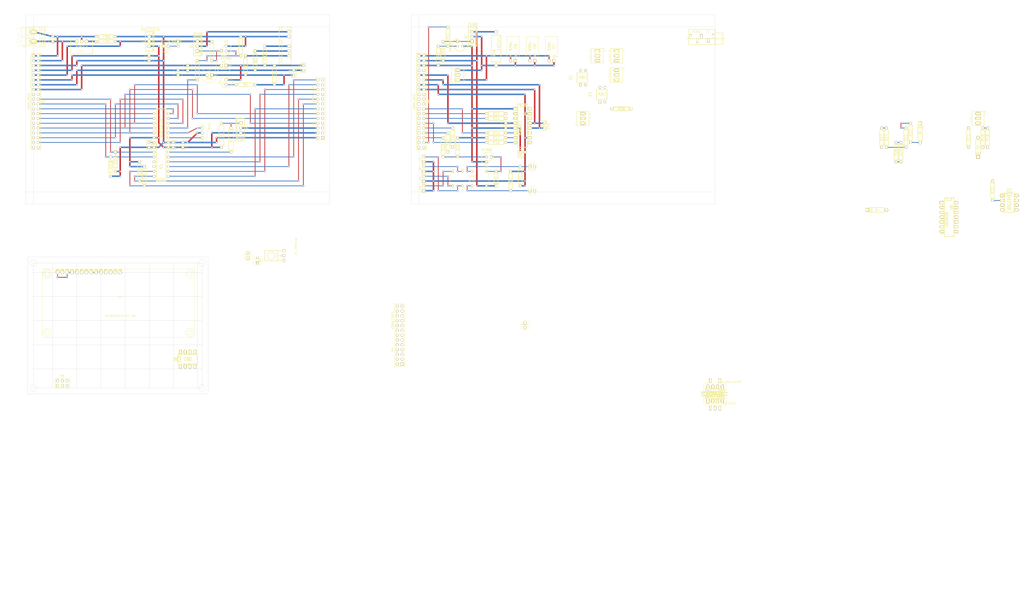
<source format=kicad_pcb>
(kicad_pcb (version 3) (host pcbnew "(2013-07-07 BZR 4022)-stable")
  (title_block (title board))
  (layers (15 F.Cu signal) (0 B.Cu signal) (18 B.Paste user) (19 F.Paste user) (20 B.SilkS user) (21 F.SilkS user) (22 B.Mask user) (23 F.Mask user) (28 Edge.Cuts user))
  (net 0 "")
  (net 1 +12V)
  (net 2 +3.3V)
  (net 3 +5.0V)
  (net 4 +5V)
  (net 5 -5.0V)
  (net 6 /analog_board/1ch.L)
  (net 7 /analog_board/1ch.R)
  (net 8 /analog_board/2ch.L)
  (net 9 /analog_board/2ch.R)
  (net 10 /analog_board/EVOL_SCLK)
  (net 11 /analog_board/EVOL_SDI)
  (net 12 /analog_board/EVOL_~CS)
  (net 13 /analog_board/INPUT_CH.L)
  (net 14 /analog_board/INPUT_CH.R)
  (net 15 /analog_board/INRASH_CURRENT_LIMITTER_GATE)
  (net 16 /analog_board/LINE_OUT.L)
  (net 17 /analog_board/LINE_OUT.R)
  (net 18 /analog_board/MISO/MAIN_AMP_STANDBY)
  (net 19 /analog_board/MOSI/EVOL_MUTE)
  (net 20 /analog_board/SCK/MAIN_AMP_MUTE)
  (net 21 /analog_board/SELECT_SOURCE_GATE)
  (net 22 /mpu_board/ANALOG_PWR_GATE)
  (net 23 /mpu_board/EVOL_SCLK)
  (net 24 /mpu_board/EVOL_SDI)
  (net 25 /mpu_board/EVOL_~CS)
  (net 26 /mpu_board/I2C_SCL)
  (net 27 /mpu_board/I2C_SDA)
  (net 28 /mpu_board/INPUT_CH.L)
  (net 29 /mpu_board/INPUT_CH.R)
  (net 30 /mpu_board/INPUT_SW)
  (net 31 /mpu_board/INRASH_CURRENT_LIMITTER_GATE)
  (net 32 /mpu_board/IR_RECEIVER)
  (net 33 /mpu_board/MISO/MAIN_AMP_STANDBY)
  (net 34 /mpu_board/MOSI/EVOL_MUTE)
  (net 35 /mpu_board/ROTARYENC_A)
  (net 36 /mpu_board/ROTARYENC_B)
  (net 37 /mpu_board/SCK/MAIN_AMP_MUTE)
  (net 38 /mpu_board/SELECT_SOURCE_GATE)
  (net 39 /mpu_board/~DISPLAY_PWR_GATE)
  (net 40 /mpu_board/~RESET)
  (net 41 AGND)
  (net 42 DGND)
  (net 43 GNDPWR)
  (net 44 LINE_IN_L)
  (net 45 LINE_IN_R)
  (net 46 N-000001)
  (net 47 N-0000010)
  (net 48 N-00000100)
  (net 49 N-00000101)
  (net 50 N-00000102)
  (net 51 N-00000103)
  (net 52 N-00000104)
  (net 53 N-00000105)
  (net 54 N-00000106)
  (net 55 N-00000107)
  (net 56 N-00000108)
  (net 57 N-00000109)
  (net 58 N-0000011)
  (net 59 N-00000110)
  (net 60 N-00000112)
  (net 61 N-00000113)
  (net 62 N-00000114)
  (net 63 N-00000115)
  (net 64 N-00000116)
  (net 65 N-00000117)
  (net 66 N-00000141)
  (net 67 N-00000142)
  (net 68 N-00000150)
  (net 69 N-00000153)
  (net 70 N-00000154)
  (net 71 N-00000155)
  (net 72 N-00000156)
  (net 73 N-00000157)
  (net 74 N-00000158)
  (net 75 N-00000159)
  (net 76 N-00000160)
  (net 77 N-00000161)
  (net 78 N-00000162)
  (net 79 N-00000163)
  (net 80 N-00000164)
  (net 81 N-00000168)
  (net 82 N-0000019)
  (net 83 N-000002)
  (net 84 N-0000020)
  (net 85 N-0000021)
  (net 86 N-000003)
  (net 87 N-0000039)
  (net 88 N-0000041)
  (net 89 N-0000042)
  (net 90 N-000006)
  (net 91 N-0000064)
  (net 92 N-000007)
  (net 93 N-0000071)
  (net 94 N-000008)
  (net 95 N-0000080)
  (net 96 N-0000081)
  (net 97 N-0000089)
  (net 98 N-000009)
  (net 99 N-0000093)
  (net 100 N-0000094)
  (net 101 N-0000095)
  (net 102 N-0000096)
  (net 103 N-0000097)
  (net 104 N-0000098)
  (net 105 N-0000099)
  (module C1V7H (layer F.Cu) (at 288.29 43.18 180)
    (fp_text reference C18 (at -1.26746 7.62 270) (layer F.SilkS) (effects (font (size 1.524 0.8636) (thickness 0.2032))))
    (fp_text value 8200u (at 1.27 7.62 270) (layer F.SilkS) (effects (font (size 1.27 1.016) (thickness 0.2032))))
    (fp_text user + (at -1.524 2.667 180) (layer F.SilkS) (effects (font (size 1.524 1.524) (thickness 0.3048))))
    (pad 1 thru_hole rect (at -1.27 0 180) (size 1.651 1.651) (drill 0.8128) (layers *.Cu *.Mask F.SilkS) (net 74 N-00000158))
    (pad 2 thru_hole circle (at 1.27 0 180) (size 1.651 1.651) (drill 0.8128) (layers *.Cu *.Mask F.SilkS) (net 43 GNDPWR))
  )
  (module C1V7H (layer F.Cu) (at 298.45 43.18 180)
    (fp_text reference C17 (at -1.26746 7.62 270) (layer F.SilkS) (effects (font (size 1.524 0.8636) (thickness 0.2032))))
    (fp_text value 8200u (at 1.27 7.62 270) (layer F.SilkS) (effects (font (size 1.27 1.016) (thickness 0.2032))))
    (fp_text user + (at -1.524 2.667 180) (layer F.SilkS) (effects (font (size 1.524 1.524) (thickness 0.3048))))
    (pad 1 thru_hole rect (at -1.27 0 180) (size 1.651 1.651) (drill 0.8128) (layers *.Cu *.Mask F.SilkS) (net 74 N-00000158))
    (pad 2 thru_hole circle (at 1.27 0 180) (size 1.651 1.651) (drill 0.8128) (layers *.Cu *.Mask F.SilkS) (net 43 GNDPWR))
  )
  (module C1V7H (layer F.Cu) (at 278.13 43.18 180)
    (fp_text reference C16 (at -1.26746 7.62 270) (layer F.SilkS) (effects (font (size 1.524 0.8636) (thickness 0.2032))))
    (fp_text value 8200u (at 1.27 7.62 270) (layer F.SilkS) (effects (font (size 1.27 1.016) (thickness 0.2032))))
    (fp_text user + (at -1.524 2.667 180) (layer F.SilkS) (effects (font (size 1.524 1.524) (thickness 0.3048))))
    (pad 1 thru_hole rect (at -1.27 0 180) (size 1.651 1.651) (drill 0.8128) (layers *.Cu *.Mask F.SilkS) (net 74 N-00000158))
    (pad 2 thru_hole circle (at 1.27 0 180) (size 1.651 1.651) (drill 0.8128) (layers *.Cu *.Mask F.SilkS) (net 43 GNDPWR))
  )
  (module DIP-28__300 (layer F.Cu) (at 92.71 87.63 90)
    (fp_text reference IC1 (at -11.43 0 90) (layer F.SilkS) (effects (font (size 1.524 1.143) (thickness 0.3048))))
    (fp_text value ATMEGA328-P (at 10.16 0 90) (layer F.SilkS) (effects (font (size 1.524 1.143) (thickness 0.3048))))
    (pad 2 thru_hole circle (at -13.97 3.81 90) (size 1.397 1.397) (drill 0.8128) (layers *.Cu *.Mask F.SilkS) (net 35 /mpu_board/ROTARYENC_A))
    (pad 3 thru_hole circle (at -11.43 3.81 90) (size 1.397 1.397) (drill 0.8128) (layers *.Cu *.Mask F.SilkS) (net 36 /mpu_board/ROTARYENC_B))
    (pad 4 thru_hole circle (at -8.89 3.81 90) (size 1.397 1.397) (drill 0.8128) (layers *.Cu *.Mask F.SilkS) (net 30 /mpu_board/INPUT_SW))
    (pad 5 thru_hole circle (at -6.35 3.81 90) (size 1.397 1.397) (drill 0.8128) (layers *.Cu *.Mask F.SilkS) (net 32 /mpu_board/IR_RECEIVER))
    (pad 6 thru_hole circle (at -3.81 3.81 90) (size 1.397 1.397) (drill 0.8128) (layers *.Cu *.Mask F.SilkS) (net 39 /mpu_board/~DISPLAY_PWR_GATE))
    (pad 7 thru_hole circle (at -1.27 3.81 90) (size 1.397 1.397) (drill 0.8128) (layers *.Cu *.Mask F.SilkS) (net 2 +3.3V))
    (pad 8 thru_hole circle (at 1.27 3.81 90) (size 1.397 1.397) (drill 0.8128) (layers *.Cu *.Mask F.SilkS) (net 42 DGND))
    (pad 9 thru_hole circle (at 3.81 3.81 90) (size 1.397 1.397) (drill 0.8128) (layers *.Cu *.Mask F.SilkS) (net 93 N-0000071))
    (pad 10 thru_hole circle (at 6.35 3.81 90) (size 1.397 1.397) (drill 0.8128) (layers *.Cu *.Mask F.SilkS) (net 91 N-0000064))
    (pad 11 thru_hole circle (at 8.89 3.81 90) (size 1.397 1.397) (drill 0.8128) (layers *.Cu *.Mask F.SilkS) (net 22 /mpu_board/ANALOG_PWR_GATE))
    (pad 12 thru_hole circle (at 11.43 3.81 90) (size 1.397 1.397) (drill 0.8128) (layers *.Cu *.Mask F.SilkS) (net 31 /mpu_board/INRASH_CURRENT_LIMITTER_GATE))
    (pad 13 thru_hole circle (at 13.97 3.81 90) (size 1.397 1.397) (drill 0.8128) (layers *.Cu *.Mask F.SilkS) (net 38 /mpu_board/SELECT_SOURCE_GATE))
    (pad 14 thru_hole circle (at 16.51 3.81 90) (size 1.397 1.397) (drill 0.8128) (layers *.Cu *.Mask F.SilkS) (net 23 /mpu_board/EVOL_SCLK))
    (pad 1 thru_hole rect (at -16.51 3.81 90) (size 1.397 1.397) (drill 0.8128) (layers *.Cu *.Mask F.SilkS) (net 40 /mpu_board/~RESET))
    (pad 15 thru_hole circle (at 16.51 -3.81 90) (size 1.397 1.397) (drill 0.8128) (layers *.Cu *.Mask F.SilkS) (net 25 /mpu_board/EVOL_~CS))
    (pad 16 thru_hole circle (at 13.97 -3.81 90) (size 1.397 1.397) (drill 0.8128) (layers *.Cu *.Mask F.SilkS) (net 24 /mpu_board/EVOL_SDI))
    (pad 17 thru_hole circle (at 11.43 -3.81 90) (size 1.397 1.397) (drill 0.8128) (layers *.Cu *.Mask F.SilkS) (net 34 /mpu_board/MOSI/EVOL_MUTE))
    (pad 18 thru_hole circle (at 8.89 -3.81 90) (size 1.397 1.397) (drill 0.8128) (layers *.Cu *.Mask F.SilkS) (net 33 /mpu_board/MISO/MAIN_AMP_STANDBY))
    (pad 19 thru_hole circle (at 6.35 -3.81 90) (size 1.397 1.397) (drill 0.8128) (layers *.Cu *.Mask F.SilkS) (net 37 /mpu_board/SCK/MAIN_AMP_MUTE))
    (pad 20 thru_hole circle (at 3.81 -3.81 90) (size 1.397 1.397) (drill 0.8128) (layers *.Cu *.Mask F.SilkS) (net 2 +3.3V))
    (pad 21 thru_hole circle (at 1.27 -3.81 90) (size 1.397 1.397) (drill 0.8128) (layers *.Cu *.Mask F.SilkS) (net 87 N-0000039))
    (pad 22 thru_hole circle (at -1.27 -3.81 90) (size 1.397 1.397) (drill 0.8128) (layers *.Cu *.Mask F.SilkS) (net 42 DGND))
    (pad 23 thru_hole circle (at -3.81 -3.81 90) (size 1.397 1.397) (drill 0.8128) (layers *.Cu *.Mask F.SilkS) (net 28 /mpu_board/INPUT_CH.L))
    (pad 24 thru_hole circle (at -6.35 -3.81 90) (size 1.397 1.397) (drill 0.8128) (layers *.Cu *.Mask F.SilkS) (net 29 /mpu_board/INPUT_CH.R))
    (pad 25 thru_hole circle (at -8.89 -3.81 90) (size 1.397 1.397) (drill 0.8128) (layers *.Cu *.Mask F.SilkS))
    (pad 26 thru_hole circle (at -11.43 -3.81 90) (size 1.397 1.397) (drill 0.8128) (layers *.Cu *.Mask F.SilkS))
    (pad 27 thru_hole circle (at -13.97 -3.81 90) (size 1.397 1.397) (drill 0.8128) (layers *.Cu *.Mask F.SilkS) (net 27 /mpu_board/I2C_SDA))
    (pad 28 thru_hole circle (at -16.51 -3.81 90) (size 1.397 1.397) (drill 0.8128) (layers *.Cu *.Mask F.SilkS) (net 26 /mpu_board/I2C_SCL))
  )
  (module R4 (layer F.Cu) (at 119.38 38.1 90)
    (fp_text reference R1 (at 0 0 90) (layer F.SilkS) (effects (font (size 1.397 1.27) (thickness 0.2032))))
    (fp_text value 10k hide)
    (pad 1 thru_hole circle (at -5.08 0 90) (size 1.524 1.524) (drill 0.8128) (layers *.Cu *.Mask F.SilkS) (net 47 N-0000010))
    (pad 2 thru_hole circle (at 5.08 0 90) (size 1.524 1.524) (drill 0.8128) (layers *.Cu *.Mask F.SilkS) (net 4 +5V))
  )
  (module R4 (layer F.Cu) (at 134.62 35.56 90)
    (fp_text reference R2 (at 0 0 90) (layer F.SilkS) (effects (font (size 1.397 1.27) (thickness 0.2032))))
    (fp_text value 10k hide)
    (pad 1 thru_hole circle (at -5.08 0 90) (size 1.524 1.524) (drill 0.8128) (layers *.Cu *.Mask F.SilkS) (net 97 N-0000089))
    (pad 2 thru_hole circle (at 5.08 0 90) (size 1.524 1.524) (drill 0.8128) (layers *.Cu *.Mask F.SilkS) (net 42 DGND))
  )
  (module R4 (layer F.Cu) (at 83.82 104.14 270)
    (fp_text reference R9 (at 0 0 270) (layer F.SilkS) (effects (font (size 1.397 1.27) (thickness 0.2032))))
    (fp_text value 4.7k hide)
    (pad 1 thru_hole circle (at -5.08 0 270) (size 1.524 1.524) (drill 0.8128) (layers *.Cu *.Mask F.SilkS) (net 2 +3.3V))
    (pad 2 thru_hole circle (at 5.08 0 270) (size 1.524 1.524) (drill 0.8128) (layers *.Cu *.Mask F.SilkS) (net 27 /mpu_board/I2C_SDA))
  )
  (module R4 (layer F.Cu) (at 81.28 101.6 270)
    (fp_text reference R10 (at 0 0 270) (layer F.SilkS) (effects (font (size 1.397 1.27) (thickness 0.2032))))
    (fp_text value 4.7k hide)
    (pad 1 thru_hole circle (at -5.08 0 270) (size 1.524 1.524) (drill 0.8128) (layers *.Cu *.Mask F.SilkS) (net 2 +3.3V))
    (pad 2 thru_hole circle (at 5.08 0 270) (size 1.524 1.524) (drill 0.8128) (layers *.Cu *.Mask F.SilkS) (net 26 /mpu_board/I2C_SCL))
  )
  (module R4 (layer F.Cu) (at 269.24 73.66)
    (fp_text reference R14 (at 0 0) (layer F.SilkS) (effects (font (size 1.397 1.27) (thickness 0.2032))))
    (fp_text value 1k hide)
    (pad 1 thru_hole circle (at -5.08 0) (size 1.524 1.524) (drill 0.8128) (layers *.Cu *.Mask F.SilkS) (net 11 /analog_board/EVOL_SDI))
    (pad 2 thru_hole circle (at 5.08 0) (size 1.524 1.524) (drill 0.8128) (layers *.Cu *.Mask F.SilkS) (net 53 N-00000105))
  )
  (module R4 (layer F.Cu) (at 530.86 111.76 270)
    (fp_text reference R20 (at 0 0 270) (layer F.SilkS) (effects (font (size 1.397 1.27) (thickness 0.2032))))
    (fp_text value 100k hide)
    (pad 1 thru_hole circle (at -5.08 0 270) (size 1.524 1.524) (drill 0.8128) (layers *.Cu *.Mask F.SilkS) (net 103 N-0000097))
    (pad 2 thru_hole circle (at 5.08 0 270) (size 1.524 1.524) (drill 0.8128) (layers *.Cu *.Mask F.SilkS) (net 100 N-0000094))
  )
  (module R4 (layer F.Cu) (at 276.86 106.68 270)
    (fp_text reference R12 (at 0 0 270) (layer F.SilkS) (effects (font (size 1.397 1.27) (thickness 0.2032))))
    (fp_text value 47k hide)
    (pad 1 thru_hole circle (at -5.08 0 270) (size 1.524 1.524) (drill 0.8128) (layers *.Cu *.Mask F.SilkS) (net 41 AGND))
    (pad 2 thru_hole circle (at 5.08 0 270) (size 1.524 1.524) (drill 0.8128) (layers *.Cu *.Mask F.SilkS) (net 50 N-00000102))
  )
  (module R4 (layer F.Cu) (at 152.4 50.8 90)
    (fp_text reference R4 (at 0 0 90) (layer F.SilkS) (effects (font (size 1.397 1.27) (thickness 0.2032))))
    (fp_text value 1k hide)
    (pad 1 thru_hole circle (at -5.08 0 90) (size 1.524 1.524) (drill 0.8128) (layers *.Cu *.Mask F.SilkS) (net 95 N-0000080))
    (pad 2 thru_hole circle (at 5.08 0 90) (size 1.524 1.524) (drill 0.8128) (layers *.Cu *.Mask F.SilkS) (net 96 N-0000081))
  )
  (module R4 (layer F.Cu) (at 137.16 55.88)
    (fp_text reference R5 (at 0 0) (layer F.SilkS) (effects (font (size 1.397 1.27) (thickness 0.2032))))
    (fp_text value 4.7k hide)
    (pad 1 thru_hole circle (at -5.08 0) (size 1.524 1.524) (drill 0.8128) (layers *.Cu *.Mask F.SilkS) (net 46 N-000001))
    (pad 2 thru_hole circle (at 5.08 0) (size 1.524 1.524) (drill 0.8128) (layers *.Cu *.Mask F.SilkS) (net 95 N-0000080))
  )
  (module R4 (layer F.Cu) (at 281.94 104.14 270)
    (fp_text reference R11 (at 0 0 270) (layer F.SilkS) (effects (font (size 1.397 1.27) (thickness 0.2032))))
    (fp_text value 47k hide)
    (pad 1 thru_hole circle (at -5.08 0 270) (size 1.524 1.524) (drill 0.8128) (layers *.Cu *.Mask F.SilkS) (net 49 N-00000101))
    (pad 2 thru_hole circle (at 5.08 0 270) (size 1.524 1.524) (drill 0.8128) (layers *.Cu *.Mask F.SilkS) (net 41 AGND))
  )
  (module D4 (layer F.Cu) (at 469.9 121.92 180)
    (fp_text reference D4 (at 0 0 180) (layer F.SilkS) (effects (font (size 1.27 1.016) (thickness 0.2032))))
    (fp_text value DIODE hide)
    (pad 1 thru_hole circle (at -5.08 0 180) (size 1.778 1.778) (drill 1.016) (layers *.Cu *.Mask F.SilkS) (net 69 N-00000153))
    (pad 2 thru_hole rect (at 5.08 0 180) (size 1.778 1.778) (drill 1.016) (layers *.Cu *.Mask F.SilkS) (net 102 N-0000096))
  )
  (module D4 (layer F.Cu) (at 523.24 88.9 270)
    (fp_text reference D3 (at 0 0 270) (layer F.SilkS) (effects (font (size 1.27 1.016) (thickness 0.2032))))
    (fp_text value DIODE hide)
    (pad 1 thru_hole circle (at -5.08 0 270) (size 1.778 1.778) (drill 1.016) (layers *.Cu *.Mask F.SilkS) (net 102 N-0000096))
    (pad 2 thru_hole rect (at 5.08 0 270) (size 1.778 1.778) (drill 1.016) (layers *.Cu *.Mask F.SilkS) (net 104 N-0000098))
  )
  (module C1V5 (layer F.Cu) (at 104.14 87.63 90)
    (fp_text reference C1 (at 0 -1.26746 90) (layer F.SilkS) (effects (font (size 0.762 0.762) (thickness 0.127))))
    (fp_text value 100u (at 0 1.27 90) (layer F.SilkS) (effects (font (size 0.762 0.635) (thickness 0.127))))
    (fp_text user + (at -2.286 0 90) (layer F.SilkS) (effects (font (size 0.762 0.762) (thickness 0.2032))))
    (pad 1 thru_hole rect (at -1.27 0 90) (size 1.397 1.397) (drill 0.8128) (layers *.Cu *.Mask F.SilkS) (net 2 +3.3V))
    (pad 2 thru_hole circle (at 1.27 0 90) (size 1.397 1.397) (drill 0.8128) (layers *.Cu *.Mask F.SilkS) (net 42 DGND))
  )
  (module C1 (layer F.Cu) (at 86.36 87.63 270)
    (fp_text reference C2 (at 0.254 -2.286 270) (layer F.SilkS) (effects (font (size 1.016 1.016) (thickness 0.2032))))
    (fp_text value 0.1u hide)
    (pad 1 thru_hole circle (at -1.27 0 270) (size 1.397 1.397) (drill 0.8128) (layers *.Cu *.Mask F.SilkS) (net 87 N-0000039))
    (pad 2 thru_hole circle (at 1.27 0 270) (size 1.397 1.397) (drill 0.8128) (layers *.Cu *.Mask F.SilkS) (net 42 DGND))
  )
  (module C1 (layer F.Cu) (at 99.06 87.63 90)
    (fp_text reference C3 (at 0.254 -2.286 90) (layer F.SilkS) (effects (font (size 1.016 1.016) (thickness 0.2032))))
    (fp_text value 0.1u hide)
    (pad 1 thru_hole circle (at -1.27 0 90) (size 1.397 1.397) (drill 0.8128) (layers *.Cu *.Mask F.SilkS) (net 2 +3.3V))
    (pad 2 thru_hole circle (at 1.27 0 90) (size 1.397 1.397) (drill 0.8128) (layers *.Cu *.Mask F.SilkS) (net 42 DGND))
  )
  (module SO1602 (layer F.Cu) (at 71.12 172.72)
    (fp_text reference U4 (at 0 -5.08) (layer F.SilkS))
    (fp_text value SO1602AWYB-UC-WB (at 0 5.08) (layer F.SilkS))
    (pad 1 thru_hole oval (at -33.02 -17.78) (size 1.8 2.54) (drill 1 (offset 0 -0.385)) (layers *.Cu *.Mask F.SilkS) (net 42 DGND))
    (pad 2 thru_hole oval (at -30.48 -17.78) (size 1.8 2.54) (drill 1 (offset 0 -0.385)) (layers *.Cu *.Mask F.SilkS) (net 88 N-0000041))
    (pad 3 thru_hole oval (at -27.94 -17.78) (size 1.8 2.54) (drill 1 (offset 0 -0.385)) (layers *.Cu *.Mask F.SilkS) (net 42 DGND))
    (pad 4 thru_hole oval (at -25.4 -17.78) (size 1.8 2.54) (drill 1 (offset 0 -0.385)) (layers *.Cu *.Mask F.SilkS) (net 42 DGND))
    (pad 5 thru_hole oval (at -22.86 -17.78) (size 1.8 2.54) (drill 1 (offset 0 -0.385)) (layers *.Cu *.Mask F.SilkS))
    (pad 6 thru_hole oval (at -20.32 -17.78) (size 1.8 2.54) (drill 1 (offset 0 -0.385)) (layers *.Cu *.Mask F.SilkS))
    (pad 7 thru_hole oval (at -17.78 -17.78) (size 1.8 2.54) (drill 1 (offset 0 -0.385)) (layers *.Cu *.Mask F.SilkS) (net 26 /mpu_board/I2C_SCL))
    (pad 8 thru_hole oval (at -15.24 -17.78) (size 1.8 2.54) (drill 1 (offset 0 -0.385)) (layers *.Cu *.Mask F.SilkS) (net 27 /mpu_board/I2C_SDA))
    (pad 9 thru_hole oval (at -12.7 -17.78) (size 1.8 2.54) (drill 1 (offset 0 -0.385)) (layers *.Cu *.Mask F.SilkS) (net 27 /mpu_board/I2C_SDA))
    (pad 10 thru_hole oval (at -10.16 -17.78) (size 1.8 2.54) (drill 1 (offset 0 -0.385)) (layers *.Cu *.Mask F.SilkS))
    (pad 11 thru_hole oval (at -7.62 -17.78) (size 1.8 2.54) (drill 1 (offset 0 -0.385)) (layers *.Cu *.Mask F.SilkS))
    (pad 12 thru_hole oval (at -5.08 -17.78) (size 1.8 2.54) (drill 1 (offset 0 -0.385)) (layers *.Cu *.Mask F.SilkS))
    (pad 13 thru_hole oval (at -2.54 -17.78) (size 1.8 2.54) (drill 1 (offset 0 -0.385)) (layers *.Cu *.Mask F.SilkS))
    (pad 14 thru_hole oval (at 0 -17.78) (size 1.8 2.54) (drill 1 (offset 0 -0.385)) (layers *.Cu *.Mask F.SilkS))
  )
  (module C1V5 (layer F.Cu) (at 101.6 49.53 90)
    (fp_text reference C8 (at 0 -1.26746 90) (layer F.SilkS) (effects (font (size 0.762 0.762) (thickness 0.127))))
    (fp_text value 47u (at 0 1.27 90) (layer F.SilkS) (effects (font (size 0.762 0.635) (thickness 0.127))))
    (fp_text user + (at -2.286 0 90) (layer F.SilkS) (effects (font (size 0.762 0.762) (thickness 0.2032))))
    (pad 1 thru_hole rect (at -1.27 0 90) (size 1.397 1.397) (drill 0.8128) (layers *.Cu *.Mask F.SilkS) (net 3 +5.0V))
    (pad 2 thru_hole circle (at 1.27 0 90) (size 1.397 1.397) (drill 0.8128) (layers *.Cu *.Mask F.SilkS) (net 41 AGND))
  )
  (module C1V5 (layer F.Cu) (at 86.36 41.91 270)
    (fp_text reference C10 (at 0 -1.26746 270) (layer F.SilkS) (effects (font (size 0.762 0.762) (thickness 0.127))))
    (fp_text value 100u (at 0 1.27 270) (layer F.SilkS) (effects (font (size 0.762 0.635) (thickness 0.127))))
    (fp_text user + (at -2.286 0 270) (layer F.SilkS) (effects (font (size 0.762 0.762) (thickness 0.2032))))
    (pad 1 thru_hole rect (at -1.27 0 270) (size 1.397 1.397) (drill 0.8128) (layers *.Cu *.Mask F.SilkS) (net 2 +3.3V))
    (pad 2 thru_hole circle (at 1.27 0 270) (size 1.397 1.397) (drill 0.8128) (layers *.Cu *.Mask F.SilkS) (net 42 DGND))
  )
  (module C1V5 (layer F.Cu) (at 106.68 46.99 90)
    (fp_text reference C9 (at 0 -1.26746 90) (layer F.SilkS) (effects (font (size 0.762 0.762) (thickness 0.127))))
    (fp_text value 47u (at 0 1.27 90) (layer F.SilkS) (effects (font (size 0.762 0.635) (thickness 0.127))))
    (fp_text user + (at -2.286 0 90) (layer F.SilkS) (effects (font (size 0.762 0.762) (thickness 0.2032))))
    (pad 1 thru_hole rect (at -1.27 0 90) (size 1.397 1.397) (drill 0.8128) (layers *.Cu *.Mask F.SilkS) (net 41 AGND))
    (pad 2 thru_hole circle (at 1.27 0 90) (size 1.397 1.397) (drill 0.8128) (layers *.Cu *.Mask F.SilkS) (net 5 -5.0V))
  )
  (module C1V5 (layer F.Cu) (at 143.51 148.59 90)
    (fp_text reference C11 (at 0 -1.26746 90) (layer F.SilkS) (effects (font (size 0.762 0.762) (thickness 0.127))))
    (fp_text value 100u (at 0 1.27 90) (layer F.SilkS) (effects (font (size 0.762 0.635) (thickness 0.127))))
    (fp_text user + (at -2.286 0 90) (layer F.SilkS) (effects (font (size 0.762 0.762) (thickness 0.2032))))
    (pad 1 thru_hole rect (at -1.27 0 90) (size 1.397 1.397) (drill 0.8128) (layers *.Cu *.Mask F.SilkS) (net 88 N-0000041))
    (pad 2 thru_hole circle (at 1.27 0 90) (size 1.397 1.397) (drill 0.8128) (layers *.Cu *.Mask F.SilkS) (net 42 DGND))
  )
  (module C1V5 (layer F.Cu) (at 138.43 146.05 90)
    (fp_text reference C12 (at 0 -1.26746 90) (layer F.SilkS) (effects (font (size 0.762 0.762) (thickness 0.127))))
    (fp_text value 1u (at 0 1.27 90) (layer F.SilkS) (effects (font (size 0.762 0.635) (thickness 0.127))))
    (fp_text user + (at -2.286 0 90) (layer F.SilkS) (effects (font (size 0.762 0.762) (thickness 0.2032))))
    (pad 1 thru_hole rect (at -1.27 0 90) (size 1.397 1.397) (drill 0.8128) (layers *.Cu *.Mask F.SilkS) (net 2 +3.3V))
    (pad 2 thru_hole circle (at 1.27 0 90) (size 1.397 1.397) (drill 0.8128) (layers *.Cu *.Mask F.SilkS) (net 42 DGND))
  )
  (module C1V5 (layer F.Cu) (at 284.48 182.88 270)
    (fp_text reference C7 (at 0 -1.26746 270) (layer F.SilkS) (effects (font (size 0.762 0.762) (thickness 0.127))))
    (fp_text value 100u (at 0 1.27 270) (layer F.SilkS) (effects (font (size 0.762 0.635) (thickness 0.127))))
    (fp_text user + (at -2.286 0 270) (layer F.SilkS) (effects (font (size 0.762 0.762) (thickness 0.2032))))
    (pad 1 thru_hole rect (at -1.27 0 270) (size 1.397 1.397) (drill 0.8128) (layers *.Cu *.Mask F.SilkS) (net 4 +5V))
    (pad 2 thru_hole circle (at 1.27 0 270) (size 1.397 1.397) (drill 0.8128) (layers *.Cu *.Mask F.SilkS) (net 42 DGND))
  )
  (module PINHEAD1-3 (layer F.Cu) (at 332.74 40.64 270)
    (fp_text reference K3 (at -3.175 -3.81 270) (layer F.SilkS) (effects (font (size 1.016 1.016) (thickness 0.0889))))
    (fp_text value CONN_3 (at 0 3.81 270) (layer F.SilkS) (effects (font (size 1.016 1.016) (thickness 0.0889))))
    (pad 1 thru_hole oval (at -2.54 0 270) (size 1.50622 3.01498) (drill 0.99822) (layers *.Cu F.Paste F.SilkS F.Mask) (net 41 AGND))
    (pad 2 thru_hole oval (at 0 0 270) (size 1.50622 3.01498) (drill 0.99822) (layers *.Cu F.Paste F.SilkS F.Mask))
    (pad 3 thru_hole oval (at 2.54 0 270) (size 1.50622 3.01498) (drill 0.99822) (layers *.Cu F.Paste F.SilkS F.Mask) (net 17 /analog_board/LINE_OUT.R))
  )
  (module PINHEAD1-3 (layer F.Cu) (at 332.74 50.8 270)
    (fp_text reference K4 (at -3.175 -3.81 270) (layer F.SilkS) (effects (font (size 1.016 1.016) (thickness 0.0889))))
    (fp_text value CONN_3 (at 0 3.81 270) (layer F.SilkS) (effects (font (size 1.016 1.016) (thickness 0.0889))))
    (pad 1 thru_hole oval (at -2.54 0 270) (size 1.50622 3.01498) (drill 0.99822) (layers *.Cu F.Paste F.SilkS F.Mask) (net 41 AGND))
    (pad 2 thru_hole oval (at 0 0 270) (size 1.50622 3.01498) (drill 0.99822) (layers *.Cu F.Paste F.SilkS F.Mask))
    (pad 3 thru_hole oval (at 2.54 0 270) (size 1.50622 3.01498) (drill 0.99822) (layers *.Cu F.Paste F.SilkS F.Mask) (net 16 /analog_board/LINE_OUT.L))
  )
  (module C1V5 (layer F.Cu) (at 288.29 99.06)
    (fp_text reference C13 (at 0 -1.26746) (layer F.SilkS) (effects (font (size 0.762 0.762) (thickness 0.127))))
    (fp_text value "2.2u BP" (at 0 1.27) (layer F.SilkS) (effects (font (size 0.762 0.635) (thickness 0.127))))
    (fp_text user + (at -2.286 0) (layer F.SilkS) (effects (font (size 0.762 0.762) (thickness 0.2032))))
    (pad 1 thru_hole rect (at -1.27 0) (size 1.397 1.397) (drill 0.8128) (layers *.Cu *.Mask F.SilkS) (net 49 N-00000101))
    (pad 2 thru_hole circle (at 1.27 0) (size 1.397 1.397) (drill 0.8128) (layers *.Cu *.Mask F.SilkS) (net 45 LINE_IN_R))
  )
  (module D4 (layer F.Cu) (at 492.76 81.28 90)
    (fp_text reference D6 (at 0 0 90) (layer F.SilkS) (effects (font (size 1.27 1.016) (thickness 0.2032))))
    (fp_text value DIODE hide)
    (pad 1 thru_hole circle (at -5.08 0 90) (size 1.778 1.778) (drill 1.016) (layers *.Cu *.Mask F.SilkS) (net 105 N-0000099))
    (pad 2 thru_hole rect (at 5.08 0 90) (size 1.778 1.778) (drill 1.016) (layers *.Cu *.Mask F.SilkS) (net 99 N-0000093))
  )
  (module LED-5MM (layer F.Cu) (at 127 54.61 90)
    (fp_text reference D1 (at 0 -3.81 90) (layer F.SilkS) (effects (font (size 0.762 0.762) (thickness 0.0889))))
    (fp_text value LED (at 0 3.81 90) (layer F.SilkS) (effects (font (size 0.762 0.762) (thickness 0.0889))))
    (pad 1 thru_hole circle (at -1.27 0 90) (size 1.6764 1.6764) (drill 0.8128) (layers *.Cu *.Mask F.SilkS) (net 46 N-000001))
    (pad 2 thru_hole circle (at 1.27 0 90) (size 1.6764 1.6764) (drill 0.8128) (layers *.Cu *.Mask F.SilkS) (net 96 N-0000081))
  )
  (module R4 (layer F.Cu) (at 111.76 48.26 270)
    (fp_text reference R3 (at 0 0 270) (layer F.SilkS) (effects (font (size 1.397 1.27) (thickness 0.2032))))
    (fp_text value 10 hide)
    (pad 1 thru_hole circle (at -5.08 0 270) (size 1.524 1.524) (drill 0.8128) (layers *.Cu *.Mask F.SilkS) (net 97 N-0000089))
    (pad 2 thru_hole circle (at 5.08 0 270) (size 1.524 1.524) (drill 0.8128) (layers *.Cu *.Mask F.SilkS) (net 22 /mpu_board/ANALOG_PWR_GATE))
  )
  (module C1V5 (layer F.Cu) (at 288.29 111.76)
    (fp_text reference C14 (at 0 -1.26746) (layer F.SilkS) (effects (font (size 0.762 0.762) (thickness 0.127))))
    (fp_text value "2.2u BP" (at 0 1.27) (layer F.SilkS) (effects (font (size 0.762 0.635) (thickness 0.127))))
    (fp_text user + (at -2.286 0) (layer F.SilkS) (effects (font (size 0.762 0.762) (thickness 0.2032))))
    (pad 1 thru_hole rect (at -1.27 0) (size 1.397 1.397) (drill 0.8128) (layers *.Cu *.Mask F.SilkS) (net 50 N-00000102))
    (pad 2 thru_hole circle (at 1.27 0) (size 1.397 1.397) (drill 0.8128) (layers *.Cu *.Mask F.SilkS) (net 44 LINE_IN_L))
  )
  (module R4 (layer F.Cu) (at 269.24 71.12)
    (fp_text reference R13 (at 0 0) (layer F.SilkS) (effects (font (size 1.397 1.27) (thickness 0.2032))))
    (fp_text value 1k hide)
    (pad 1 thru_hole circle (at -5.08 0) (size 1.524 1.524) (drill 0.8128) (layers *.Cu *.Mask F.SilkS) (net 12 /analog_board/EVOL_~CS))
    (pad 2 thru_hole circle (at 5.08 0) (size 1.524 1.524) (drill 0.8128) (layers *.Cu *.Mask F.SilkS) (net 54 N-00000106))
  )
  (module R4 (layer F.Cu) (at 485.14 83.82 90)
    (fp_text reference R22 (at 0 0 90) (layer F.SilkS) (effects (font (size 1.397 1.27) (thickness 0.2032))))
    (fp_text value 100k hide)
    (pad 1 thru_hole circle (at -5.08 0 90) (size 1.524 1.524) (drill 0.8128) (layers *.Cu *.Mask F.SilkS) (net 71 N-00000155))
    (pad 2 thru_hole circle (at 5.08 0 90) (size 1.524 1.524) (drill 0.8128) (layers *.Cu *.Mask F.SilkS) (net 41 AGND))
  )
  (module R4 (layer F.Cu) (at 518.16 83.82 90)
    (fp_text reference R21 (at 0 0 90) (layer F.SilkS) (effects (font (size 1.397 1.27) (thickness 0.2032))))
    (fp_text value 100k hide)
    (pad 1 thru_hole circle (at -5.08 0 90) (size 1.524 1.524) (drill 0.8128) (layers *.Cu *.Mask F.SilkS) (net 75 N-00000159))
    (pad 2 thru_hole circle (at 5.08 0 90) (size 1.524 1.524) (drill 0.8128) (layers *.Cu *.Mask F.SilkS) (net 41 AGND))
  )
  (module R4 (layer F.Cu) (at 474.98 83.82 90)
    (fp_text reference R24 (at 0 0 90) (layer F.SilkS) (effects (font (size 1.397 1.27) (thickness 0.2032))))
    (fp_text value 4.7k hide)
    (pad 1 thru_hole circle (at -5.08 0 90) (size 1.524 1.524) (drill 0.8128) (layers *.Cu *.Mask F.SilkS) (net 41 AGND))
    (pad 2 thru_hole circle (at 5.08 0 90) (size 1.524 1.524) (drill 0.8128) (layers *.Cu *.Mask F.SilkS) (net 77 N-00000161))
  )
  (module R4 (layer F.Cu) (at 482.6 91.44 270)
    (fp_text reference R25 (at 0 0 270) (layer F.SilkS) (effects (font (size 1.397 1.27) (thickness 0.2032))))
    (fp_text value 100k hide)
    (pad 1 thru_hole circle (at -5.08 0 270) (size 1.524 1.524) (drill 0.8128) (layers *.Cu *.Mask F.SilkS) (net 69 N-00000153))
    (pad 2 thru_hole circle (at 5.08 0 270) (size 1.524 1.524) (drill 0.8128) (layers *.Cu *.Mask F.SilkS) (net 100 N-0000094))
  )
  (module R4 (layer F.Cu) (at 487.68 81.28 270)
    (fp_text reference R23 (at 0 0 270) (layer F.SilkS) (effects (font (size 1.397 1.27) (thickness 0.2032))))
    (fp_text value 4.7k hide)
    (pad 1 thru_hole circle (at -5.08 0 270) (size 1.524 1.524) (drill 0.8128) (layers *.Cu *.Mask F.SilkS) (net 41 AGND))
    (pad 2 thru_hole circle (at 5.08 0 270) (size 1.524 1.524) (drill 0.8128) (layers *.Cu *.Mask F.SilkS) (net 80 N-00000164))
  )
  (module R4 (layer F.Cu) (at 480.06 91.44 270)
    (fp_text reference R26 (at 0 0 270) (layer F.SilkS) (effects (font (size 1.397 1.27) (thickness 0.2032))))
    (fp_text value 100k hide)
    (pad 1 thru_hole circle (at -5.08 0 270) (size 1.524 1.524) (drill 0.8128) (layers *.Cu *.Mask F.SilkS) (net 69 N-00000153))
    (pad 2 thru_hole circle (at 5.08 0 270) (size 1.524 1.524) (drill 0.8128) (layers *.Cu *.Mask F.SilkS) (net 100 N-0000094))
  )
  (module R4 (layer F.Cu) (at 269.24 81.28)
    (fp_text reference R15 (at 0 0) (layer F.SilkS) (effects (font (size 1.397 1.27) (thickness 0.2032))))
    (fp_text value 1k hide)
    (pad 1 thru_hole circle (at -5.08 0) (size 1.524 1.524) (drill 0.8128) (layers *.Cu *.Mask F.SilkS) (net 10 /analog_board/EVOL_SCLK))
    (pad 2 thru_hole circle (at 5.08 0) (size 1.524 1.524) (drill 0.8128) (layers *.Cu *.Mask F.SilkS) (net 52 N-00000104))
  )
  (module R4 (layer F.Cu) (at 269.24 83.82 180)
    (fp_text reference R17 (at 0 0 180) (layer F.SilkS) (effects (font (size 1.397 1.27) (thickness 0.2032))))
    (fp_text value 47k hide)
    (pad 1 thru_hole circle (at -5.08 0 180) (size 1.524 1.524) (drill 0.8128) (layers *.Cu *.Mask F.SilkS) (net 59 N-00000110))
    (pad 2 thru_hole circle (at 5.08 0 180) (size 1.524 1.524) (drill 0.8128) (layers *.Cu *.Mask F.SilkS) (net 42 DGND))
  )
  (module R4 (layer F.Cu) (at 528.32 83.82 270)
    (fp_text reference R18 (at 0 0 270) (layer F.SilkS) (effects (font (size 1.397 1.27) (thickness 0.2032))))
    (fp_text value 100k hide)
    (pad 1 thru_hole circle (at -5.08 0 270) (size 1.524 1.524) (drill 0.8128) (layers *.Cu *.Mask F.SilkS) (net 103 N-0000097))
    (pad 2 thru_hole circle (at 5.08 0 270) (size 1.524 1.524) (drill 0.8128) (layers *.Cu *.Mask F.SilkS) (net 104 N-0000098))
  )
  (module R4 (layer F.Cu) (at 269.24 86.36)
    (fp_text reference R16 (at 0 0) (layer F.SilkS) (effects (font (size 1.397 1.27) (thickness 0.2032))))
    (fp_text value 1k hide)
    (pad 1 thru_hole circle (at -5.08 0) (size 1.524 1.524) (drill 0.8128) (layers *.Cu *.Mask F.SilkS) (net 19 /analog_board/MOSI/EVOL_MUTE))
    (pad 2 thru_hole circle (at 5.08 0) (size 1.524 1.524) (drill 0.8128) (layers *.Cu *.Mask F.SilkS) (net 51 N-00000103))
  )
  (module R4 (layer F.Cu) (at 525.78 83.82 270)
    (fp_text reference R19 (at 0 0 270) (layer F.SilkS) (effects (font (size 1.397 1.27) (thickness 0.2032))))
    (fp_text value 100k hide)
    (pad 1 thru_hole circle (at -5.08 0 270) (size 1.524 1.524) (drill 0.8128) (layers *.Cu *.Mask F.SilkS) (net 104 N-0000098))
    (pad 2 thru_hole circle (at 5.08 0 270) (size 1.524 1.524) (drill 0.8128) (layers *.Cu *.Mask F.SilkS) (net 69 N-00000153))
  )
  (module R4 (layer F.Cu) (at 472.44 83.82 270)
    (fp_text reference R27 (at 0 0 270) (layer F.SilkS) (effects (font (size 1.397 1.27) (thickness 0.2032))))
    (fp_text value 4.7k hide)
    (pad 1 thru_hole circle (at -5.08 0 270) (size 1.524 1.524) (drill 0.8128) (layers *.Cu *.Mask F.SilkS) (net 80 N-00000164))
    (pad 2 thru_hole circle (at 5.08 0 270) (size 1.524 1.524) (drill 0.8128) (layers *.Cu *.Mask F.SilkS) (net 79 N-00000163))
  )
  (module PINHEAD1-3 (layer F.Cu) (at 248.92 50.8 90)
    (fp_text reference K5 (at -3.175 -3.81 90) (layer F.SilkS) (effects (font (size 1.016 1.016) (thickness 0.0889))))
    (fp_text value CONN_3 (at 0 3.81 90) (layer F.SilkS) (effects (font (size 1.016 1.016) (thickness 0.0889))))
    (pad 1 thru_hole oval (at -2.54 0 90) (size 1.50622 3.01498) (drill 0.99822) (layers *.Cu F.Paste F.SilkS F.Mask) (net 43 GNDPWR))
    (pad 2 thru_hole oval (at 0 0 90) (size 1.50622 3.01498) (drill 0.99822) (layers *.Cu F.Paste F.SilkS F.Mask))
    (pad 3 thru_hole oval (at 2.54 0 90) (size 1.50622 3.01498) (drill 0.99822) (layers *.Cu F.Paste F.SilkS F.Mask) (net 74 N-00000158))
  )
  (module PINHEAD1-3 (layer F.Cu) (at 523.24 73.66 270)
    (fp_text reference K6 (at -3.175 -3.81 270) (layer F.SilkS) (effects (font (size 1.016 1.016) (thickness 0.0889))))
    (fp_text value CONN_3 (at 0 3.81 270) (layer F.SilkS) (effects (font (size 1.016 1.016) (thickness 0.0889))))
    (pad 1 thru_hole oval (at -2.54 0 270) (size 1.50622 3.01498) (drill 0.99822) (layers *.Cu F.Paste F.SilkS F.Mask) (net 82 N-0000019))
    (pad 2 thru_hole oval (at 0 0 270) (size 1.50622 3.01498) (drill 0.99822) (layers *.Cu F.Paste F.SilkS F.Mask) (net 84 N-0000020))
    (pad 3 thru_hole oval (at 2.54 0 270) (size 1.50622 3.01498) (drill 0.99822) (layers *.Cu F.Paste F.SilkS F.Mask) (net 85 N-0000021))
  )
  (module TO92DGS (layer F.Cu) (at 265.43 95.25)
    (fp_text reference Q5 (at -1.27 3.81) (layer F.SilkS) (effects (font (size 1.016 1.016) (thickness 0.2032))))
    (fp_text value 2N7000 (at -1.27 -5.08) (layer F.SilkS) (effects (font (size 1.016 1.016) (thickness 0.2032))))
    (pad D thru_hole rect (at 1.27 -1.27) (size 1.397 1.397) (drill 0.8128) (layers *.Cu *.Mask F.SilkS) (net 57 N-00000109))
    (pad G thru_hole circle (at -1.27 -1.27) (size 1.397 1.397) (drill 0.8128) (layers *.Cu *.Mask F.SilkS) (net 67 N-00000142))
    (pad S thru_hole circle (at -1.27 1.27) (size 1.397 1.397) (drill 0.8128) (layers *.Cu *.Mask F.SilkS) (net 42 DGND))
  )
  (module TO92DGS (layer F.Cu) (at 250.19 34.29 90)
    (fp_text reference Q6 (at -1.27 3.81 90) (layer F.SilkS) (effects (font (size 1.016 1.016) (thickness 0.2032))))
    (fp_text value 2N7000 (at -1.27 -5.08 90) (layer F.SilkS) (effects (font (size 1.016 1.016) (thickness 0.2032))))
    (pad D thru_hole rect (at 1.27 -1.27 90) (size 1.397 1.397) (drill 0.8128) (layers *.Cu *.Mask F.SilkS) (net 55 N-00000107))
    (pad G thru_hole circle (at -1.27 -1.27 90) (size 1.397 1.397) (drill 0.8128) (layers *.Cu *.Mask F.SilkS) (net 81 N-00000168))
    (pad S thru_hole circle (at -1.27 1.27 90) (size 1.397 1.397) (drill 0.8128) (layers *.Cu *.Mask F.SilkS) (net 42 DGND))
  )
  (module SW_PUSH_SMALL (layer F.Cu) (at 384.649521 218.955001)
    (fp_text reference SW1 (at 0 -0.762) (layer F.SilkS) (effects (font (size 1.016 1.016) (thickness 0.2032))))
    (fp_text value RESET_SW (at 0 1.016) (layer F.SilkS) (effects (font (size 1.016 1.016) (thickness 0.2032))))
    (pad 1 thru_hole circle (at 3.81 -2.54) (size 1.397 1.397) (drill 0.8128) (layers *.Cu *.Mask F.SilkS) (net 40 /mpu_board/~RESET))
    (pad 2 thru_hole circle (at 3.81 2.54) (size 1.397 1.397) (drill 0.8128) (layers *.Cu *.Mask F.SilkS) (net 42 DGND))
    (pad 1 thru_hole circle (at -3.81 -2.54) (size 1.397 1.397) (drill 0.8128) (layers *.Cu *.Mask F.SilkS) (net 40 /mpu_board/~RESET))
    (pad 2 thru_hole circle (at -3.81 2.54) (size 1.397 1.397) (drill 0.8128) (layers *.Cu *.Mask F.SilkS) (net 42 DGND))
  )
  (module R7 (layer F.Cu) (at 269.24 36.83 270)
    (fp_text reference R48 (at 2.286 1.016 270) (layer F.SilkS) (effects (font (size 1.397 1.27) (thickness 0.2032))))
    (fp_text value "10(2w)" (at -2.286 -1.27 270) (layer F.SilkS) (effects (font (size 1.397 1.27) (thickness 0.2032))))
    (pad 1 thru_hole circle (at -8.89 0 270) (size 1.778 1.778) (drill 1.27) (layers *.Cu *.Mask F.SilkS) (net 1 +12V))
    (pad 2 thru_hole circle (at 8.89 0 270) (size 1.778 1.778) (drill 1.27) (layers *.Cu *.Mask F.SilkS) (net 74 N-00000158))
  )
  (module R4 (layer F.Cu) (at 384.649521 218.955001)
    (fp_text reference R36 (at 0 0) (layer F.SilkS) (effects (font (size 1.397 1.27) (thickness 0.2032))))
    (fp_text value 47 hide)
    (pad 1 thru_hole circle (at -5.08 0) (size 1.524 1.524) (drill 0.8128) (layers *.Cu *.Mask F.SilkS) (net 72 N-00000156))
    (pad 2 thru_hole circle (at 5.08 0) (size 1.524 1.524) (drill 0.8128) (layers *.Cu *.Mask F.SilkS) (net 79 N-00000163))
  )
  (module R4 (layer F.Cu) (at 335.28 68.58)
    (fp_text reference R38 (at 0 0) (layer F.SilkS) (effects (font (size 1.397 1.27) (thickness 0.2032))))
    (fp_text value 10k hide)
    (pad 1 thru_hole circle (at -5.08 0) (size 1.524 1.524) (drill 0.8128) (layers *.Cu *.Mask F.SilkS) (net 64 N-00000116))
    (pad 2 thru_hole circle (at 5.08 0) (size 1.524 1.524) (drill 0.8128) (layers *.Cu *.Mask F.SilkS) (net 62 N-00000114))
  )
  (module R4 (layer F.Cu) (at 248.92 88.9 90)
    (fp_text reference R30 (at 0 0 90) (layer F.SilkS) (effects (font (size 1.397 1.27) (thickness 0.2032))))
    (fp_text value 10k hide)
    (pad 1 thru_hole circle (at -5.08 0 90) (size 1.524 1.524) (drill 0.8128) (layers *.Cu *.Mask F.SilkS) (net 67 N-00000142))
    (pad 2 thru_hole circle (at 5.08 0 90) (size 1.524 1.524) (drill 0.8128) (layers *.Cu *.Mask F.SilkS) (net 42 DGND))
  )
  (module R4 (layer F.Cu) (at 241.3 38.1 270)
    (fp_text reference R45 (at 0 0 270) (layer F.SilkS) (effects (font (size 1.397 1.27) (thickness 0.2032))))
    (fp_text value 33k hide)
    (pad 1 thru_hole circle (at -5.08 0 270) (size 1.524 1.524) (drill 0.8128) (layers *.Cu *.Mask F.SilkS) (net 55 N-00000107))
    (pad 2 thru_hole circle (at 5.08 0 270) (size 1.524 1.524) (drill 0.8128) (layers *.Cu *.Mask F.SilkS) (net 1 +12V))
  )
  (module R4 (layer F.Cu) (at 243.84 30.48 90)
    (fp_text reference R41 (at 0 0 90) (layer F.SilkS) (effects (font (size 1.397 1.27) (thickness 0.2032))))
    (fp_text value 10 hide)
    (pad 1 thru_hole circle (at -5.08 0 90) (size 1.524 1.524) (drill 0.8128) (layers *.Cu *.Mask F.SilkS) (net 81 N-00000168))
    (pad 2 thru_hole circle (at 5.08 0 90) (size 1.524 1.524) (drill 0.8128) (layers *.Cu *.Mask F.SilkS) (net 15 /analog_board/INRASH_CURRENT_LIMITTER_GATE))
  )
  (module R4 (layer F.Cu) (at 384.649521 218.955001)
    (fp_text reference R34 (at 0 0) (layer F.SilkS) (effects (font (size 1.397 1.27) (thickness 0.2032))))
    (fp_text value 47 hide)
    (pad 1 thru_hole circle (at -5.08 0) (size 1.524 1.524) (drill 0.8128) (layers *.Cu *.Mask F.SilkS) (net 78 N-00000162))
    (pad 2 thru_hole circle (at 5.08 0) (size 1.524 1.524) (drill 0.8128) (layers *.Cu *.Mask F.SilkS) (net 79 N-00000163))
  )
  (module R4 (layer F.Cu) (at 241.3 88.9 270)
    (fp_text reference R29 (at 0 0 270) (layer F.SilkS) (effects (font (size 1.397 1.27) (thickness 0.2032))))
    (fp_text value 10 hide)
    (pad 1 thru_hole circle (at -5.08 0 270) (size 1.524 1.524) (drill 0.8128) (layers *.Cu *.Mask F.SilkS) (net 21 /analog_board/SELECT_SOURCE_GATE))
    (pad 2 thru_hole circle (at 5.08 0 270) (size 1.524 1.524) (drill 0.8128) (layers *.Cu *.Mask F.SilkS) (net 67 N-00000142))
  )
  (module R4 (layer F.Cu) (at 384.649521 218.955001)
    (fp_text reference R35 (at 0 0) (layer F.SilkS) (effects (font (size 1.397 1.27) (thickness 0.2032))))
    (fp_text value 47 hide)
    (pad 1 thru_hole circle (at -5.08 0) (size 1.524 1.524) (drill 0.8128) (layers *.Cu *.Mask F.SilkS) (net 70 N-00000154))
    (pad 2 thru_hole circle (at 5.08 0) (size 1.524 1.524) (drill 0.8128) (layers *.Cu *.Mask F.SilkS) (net 76 N-00000160))
  )
  (module R4 (layer F.Cu) (at 384.649521 218.955001)
    (fp_text reference R28 (at 0 0) (layer F.SilkS) (effects (font (size 1.397 1.27) (thickness 0.2032))))
    (fp_text value 4.7k hide)
    (pad 1 thru_hole circle (at -5.08 0) (size 1.524 1.524) (drill 0.8128) (layers *.Cu *.Mask F.SilkS) (net 77 N-00000161))
    (pad 2 thru_hole circle (at 5.08 0) (size 1.524 1.524) (drill 0.8128) (layers *.Cu *.Mask F.SilkS) (net 76 N-00000160))
  )
  (module R4 (layer F.Cu) (at 384.649521 218.955001)
    (fp_text reference R37 (at 0 0) (layer F.SilkS) (effects (font (size 1.397 1.27) (thickness 0.2032))))
    (fp_text value 47 hide)
    (pad 1 thru_hole circle (at -5.08 0) (size 1.524 1.524) (drill 0.8128) (layers *.Cu *.Mask F.SilkS) (net 73 N-00000157))
    (pad 2 thru_hole circle (at 5.08 0) (size 1.524 1.524) (drill 0.8128) (layers *.Cu *.Mask F.SilkS) (net 76 N-00000160))
  )
  (module R4 (layer F.Cu) (at 238.76 40.64 270)
    (fp_text reference R42 (at 0 0 270) (layer F.SilkS) (effects (font (size 1.397 1.27) (thickness 0.2032))))
    (fp_text value 10k hide)
    (pad 1 thru_hole circle (at -5.08 0 270) (size 1.524 1.524) (drill 0.8128) (layers *.Cu *.Mask F.SilkS) (net 81 N-00000168))
    (pad 2 thru_hole circle (at 5.08 0 270) (size 1.524 1.524) (drill 0.8128) (layers *.Cu *.Mask F.SilkS) (net 42 DGND))
  )
  (module R4 (layer F.Cu) (at 243.84 86.36 270)
    (fp_text reference R32 (at 0 0 270) (layer F.SilkS) (effects (font (size 1.397 1.27) (thickness 0.2032))))
    (fp_text value 220 hide)
    (pad 1 thru_hole circle (at -5.08 0 270) (size 1.524 1.524) (drill 0.8128) (layers *.Cu *.Mask F.SilkS) (net 20 /analog_board/SCK/MAIN_AMP_MUTE))
    (pad 2 thru_hole circle (at 5.08 0 270) (size 1.524 1.524) (drill 0.8128) (layers *.Cu *.Mask F.SilkS) (net 66 N-00000141))
  )
  (module R4 (layer F.Cu) (at 335.28 68.58)
    (fp_text reference R39 (at 0 0) (layer F.SilkS) (effects (font (size 1.397 1.27) (thickness 0.2032))))
    (fp_text value 10k hide)
    (pad 1 thru_hole circle (at -5.08 0) (size 1.524 1.524) (drill 0.8128) (layers *.Cu *.Mask F.SilkS) (net 65 N-00000117))
    (pad 2 thru_hole circle (at 5.08 0) (size 1.524 1.524) (drill 0.8128) (layers *.Cu *.Mask F.SilkS) (net 63 N-00000115))
  )
  (module R4 (layer F.Cu) (at 384.649521 218.955001)
    (fp_text reference R33 (at 0 0) (layer F.SilkS) (effects (font (size 1.397 1.27) (thickness 0.2032))))
    (fp_text value 100k hide)
    (pad 1 thru_hole circle (at -5.08 0) (size 1.524 1.524) (drill 0.8128) (layers *.Cu *.Mask F.SilkS) (net 100 N-0000094))
    (pad 2 thru_hole circle (at 5.08 0) (size 1.524 1.524) (drill 0.8128) (layers *.Cu *.Mask F.SilkS) (net 13 /analog_board/INPUT_CH.L))
  )
  (module R4 (layer F.Cu) (at 384.649521 218.955001)
    (fp_text reference R49 (at 0 0) (layer F.SilkS) (effects (font (size 1.397 1.27) (thickness 0.2032))))
    (fp_text value 100k hide)
    (pad 1 thru_hole circle (at -5.08 0) (size 1.524 1.524) (drill 0.8128) (layers *.Cu *.Mask F.SilkS) (net 48 N-00000100))
    (pad 2 thru_hole circle (at 5.08 0) (size 1.524 1.524) (drill 0.8128) (layers *.Cu *.Mask F.SilkS) (net 14 /analog_board/INPUT_CH.R))
  )
  (module R4 (layer F.Cu) (at 384.649521 218.955001)
    (fp_text reference R44 (at 0 0) (layer F.SilkS) (effects (font (size 1.397 1.27) (thickness 0.2032))))
    (fp_text value 100k hide)
    (pad 1 thru_hole circle (at -5.08 0) (size 1.524 1.524) (drill 0.8128) (layers *.Cu *.Mask F.SilkS) (net 56 N-00000108))
    (pad 2 thru_hole circle (at 5.08 0) (size 1.524 1.524) (drill 0.8128) (layers *.Cu *.Mask F.SilkS) (net 48 N-00000100))
  )
  (module R4 (layer F.Cu) (at 384.649521 218.955001)
    (fp_text reference R47 (at 0 0) (layer F.SilkS) (effects (font (size 1.397 1.27) (thickness 0.2032))))
    (fp_text value 100k hide)
    (pad 1 thru_hole circle (at -5.08 0) (size 1.524 1.524) (drill 0.8128) (layers *.Cu *.Mask F.SilkS) (net 68 N-00000150))
    (pad 2 thru_hole circle (at 5.08 0) (size 1.524 1.524) (drill 0.8128) (layers *.Cu *.Mask F.SilkS) (net 48 N-00000100))
  )
  (module R4 (layer F.Cu) (at 384.649521 218.955001)
    (fp_text reference R46 (at 0 0) (layer F.SilkS) (effects (font (size 1.397 1.27) (thickness 0.2032))))
    (fp_text value 100k hide)
    (pad 1 thru_hole circle (at -5.08 0) (size 1.524 1.524) (drill 0.8128) (layers *.Cu *.Mask F.SilkS) (net 68 N-00000150))
    (pad 2 thru_hole circle (at 5.08 0) (size 1.524 1.524) (drill 0.8128) (layers *.Cu *.Mask F.SilkS) (net 48 N-00000100))
  )
  (module R4 (layer F.Cu) (at 384.649521 218.955001)
    (fp_text reference R43 (at 0 0) (layer F.SilkS) (effects (font (size 1.397 1.27) (thickness 0.2032))))
    (fp_text value 100k hide)
    (pad 1 thru_hole circle (at -5.08 0) (size 1.524 1.524) (drill 0.8128) (layers *.Cu *.Mask F.SilkS) (net 99 N-0000093))
    (pad 2 thru_hole circle (at 5.08 0) (size 1.524 1.524) (drill 0.8128) (layers *.Cu *.Mask F.SilkS) (net 68 N-00000150))
  )
  (module R4 (layer F.Cu) (at 384.649521 218.955001)
    (fp_text reference R40 (at 0 0) (layer F.SilkS) (effects (font (size 1.397 1.27) (thickness 0.2032))))
    (fp_text value 100k hide)
    (pad 1 thru_hole circle (at -5.08 0) (size 1.524 1.524) (drill 0.8128) (layers *.Cu *.Mask F.SilkS) (net 56 N-00000108))
    (pad 2 thru_hole circle (at 5.08 0) (size 1.524 1.524) (drill 0.8128) (layers *.Cu *.Mask F.SilkS) (net 99 N-0000093))
  )
  (module R4 (layer F.Cu) (at 246.38 83.82 270)
    (fp_text reference R31 (at 0 0 270) (layer F.SilkS) (effects (font (size 1.397 1.27) (thickness 0.2032))))
    (fp_text value 220 hide)
    (pad 1 thru_hole circle (at -5.08 0 270) (size 1.524 1.524) (drill 0.8128) (layers *.Cu *.Mask F.SilkS) (net 18 /analog_board/MISO/MAIN_AMP_STANDBY))
    (pad 2 thru_hole circle (at 5.08 0 270) (size 1.524 1.524) (drill 0.8128) (layers *.Cu *.Mask F.SilkS) (net 101 N-0000095))
  )
  (module PINHEAD1-3 (layer F.Cu) (at 314.96 73.66 90)
    (fp_text reference K2 (at -3.175 -3.81 90) (layer F.SilkS) (effects (font (size 1.016 1.016) (thickness 0.0889))))
    (fp_text value CONN_3 (at 0 3.81 90) (layer F.SilkS) (effects (font (size 1.016 1.016) (thickness 0.0889))))
    (pad 1 thru_hole oval (at -2.54 0 90) (size 1.50622 3.01498) (drill 0.99822) (layers *.Cu F.Paste F.SilkS F.Mask) (net 60 N-00000112))
    (pad 2 thru_hole oval (at 0 0 90) (size 1.50622 3.01498) (drill 0.99822) (layers *.Cu F.Paste F.SilkS F.Mask) (net 65 N-00000117))
    (pad 3 thru_hole oval (at 2.54 0 90) (size 1.50622 3.01498) (drill 0.99822) (layers *.Cu F.Paste F.SilkS F.Mask) (net 63 N-00000115))
  )
  (module G5V-2 (layer F.Cu) (at 256.54 106.68 180)
    (fp_text reference RLY1 (at 0 0 180) (layer F.SilkS))
    (fp_text value G5V2 (at 0 2.54 180) (layer F.SilkS))
    (pad 1 thru_hole circle (at -7.62 -2.54 180) (size 1.25 1.25) (drill 0.6) (layers *.Cu *.Mask F.SilkS) (net 1 +12V))
    (pad 4 thru_hole circle (at 0 -2.54 180) (size 1.25 1.25) (drill 0.6) (layers *.Cu *.Mask F.SilkS) (net 50 N-00000102))
    (pad 6 thru_hole circle (at 5.08 -2.54 180) (size 1.25 1.25) (drill 0.6) (layers *.Cu *.Mask F.SilkS) (net 6 /analog_board/1ch.L))
    (pad 8 thru_hole circle (at 10.16 -2.54 180) (size 1.25 1.25) (drill 0.6) (layers *.Cu *.Mask F.SilkS) (net 8 /analog_board/2ch.L))
    (pad 9 thru_hole circle (at 10.16 5.08 180) (size 1.25 1.25) (drill 0.6) (layers *.Cu *.Mask F.SilkS) (net 9 /analog_board/2ch.R))
    (pad 11 thru_hole circle (at 5.08 5.08 180) (size 1.25 1.25) (drill 0.6) (layers *.Cu *.Mask F.SilkS) (net 7 /analog_board/1ch.R))
    (pad 13 thru_hole circle (at 0 5.08 180) (size 1.25 1.25) (drill 0.6) (layers *.Cu *.Mask F.SilkS) (net 49 N-00000101))
    (pad 16 thru_hole circle (at -7.62 5.08 180) (size 1.25 1.25) (drill 0.6) (layers *.Cu *.Mask F.SilkS) (net 57 N-00000109))
  )
  (module EVEV (layer F.Cu) (at 384.649521 218.955001)
    (fp_text reference ROTENC1 (at 7.62 5.08) (layer F.SilkS))
    (fp_text value EVE-VCGJL016B (at 7.62 -6.35) (layer F.SilkS))
    (pad S thru_hole oval (at 2.5 -7) (size 1.27 2.54) (drill 1) (layers *.Cu *.Mask F.SilkS) (net 30 /mpu_board/INPUT_SW))
    (pad COM thru_hole oval (at -2.5 -7) (size 1.27 2.54) (drill 1) (layers *.Cu *.Mask F.SilkS) (net 42 DGND))
    (pad B thru_hole oval (at 0 7.5) (size 1.27 2.54) (drill 1) (layers *.Cu *.Mask F.SilkS) (net 36 /mpu_board/ROTARYENC_B))
    (pad B thru_hole oval (at -2.5 7.5) (size 1.27 2.54) (drill 1) (layers *.Cu *.Mask F.SilkS) (net 36 /mpu_board/ROTARYENC_B))
    (pad A thru_hole oval (at 2.5 7.5) (size 1.27 2.54) (drill 1) (layers *.Cu *.Mask F.SilkS) (net 35 /mpu_board/ROTARYENC_A))
    (pad "" np_thru_hole rect (at -6.05 0) (size 0.9 0.9) (drill 0.9) (layers *.Cu *.Mask F.SilkS))
    (pad "" np_thru_hole rect (at 6.05 0) (size 0.9 0.9) (drill 0.9) (layers *.Cu *.Mask F.SilkS))
  )
  (module DIP-8__300_ELL (layer F.Cu) (at 384.649521 218.955001)
    (fp_text reference IC3 (at -6.35 0 90) (layer F.SilkS) (effects (font (size 1.778 1.143) (thickness 0.3048))))
    (fp_text value OPA2134P (at 0 0) (layer F.SilkS) (effects (font (size 1.778 1.016) (thickness 0.3048))))
    (pad 1 thru_hole rect (at -3.81 3.81) (size 1.5748 2.286) (drill 0.8128) (layers *.Cu *.Mask F.SilkS) (net 72 N-00000156))
    (pad 2 thru_hole oval (at -1.27 3.81) (size 1.5748 2.286) (drill 0.8128) (layers *.Cu *.Mask F.SilkS) (net 72 N-00000156))
    (pad 3 thru_hole oval (at 1.27 3.81) (size 1.5748 2.286) (drill 0.8128) (layers *.Cu *.Mask F.SilkS) (net 78 N-00000162))
    (pad 4 thru_hole oval (at 3.81 3.81) (size 1.5748 2.286) (drill 0.8128) (layers *.Cu *.Mask F.SilkS) (net 5 -5.0V))
    (pad 5 thru_hole oval (at 3.81 -3.81) (size 1.5748 2.286) (drill 0.8128) (layers *.Cu *.Mask F.SilkS) (net 70 N-00000154))
    (pad 6 thru_hole oval (at 1.27 -3.81) (size 1.5748 2.286) (drill 0.8128) (layers *.Cu *.Mask F.SilkS) (net 73 N-00000157))
    (pad 7 thru_hole oval (at -1.27 -3.81) (size 1.5748 2.286) (drill 0.8128) (layers *.Cu *.Mask F.SilkS) (net 73 N-00000157))
    (pad 8 thru_hole oval (at -3.81 -3.81) (size 1.5748 2.286) (drill 0.8128) (layers *.Cu *.Mask F.SilkS) (net 3 +5.0V))
  )
  (module DIP-4__300 (layer F.Cu) (at 325.12 60.96)
    (fp_text reference IC5 (at -6.35 0 90) (layer F.SilkS) (effects (font (size 1.905 1.016) (thickness 0.2032))))
    (fp_text value PC817 (at 0 0) (layer F.SilkS) (effects (font (size 1.524 0.889) (thickness 0.2032))))
    (pad 1 thru_hole rect (at -1.143 3.937) (size 1.397 1.397) (drill 0.8128) (layers *.Cu *.Mask F.SilkS) (net 66 N-00000141))
    (pad 2 thru_hole circle (at 1.397 3.937) (size 1.397 1.397) (drill 0.8128) (layers *.Cu *.Mask F.SilkS) (net 42 DGND))
    (pad 3 thru_hole circle (at 1.397 -3.683) (size 1.397 1.397) (drill 0.8128) (layers *.Cu *.Mask F.SilkS) (net 65 N-00000117))
    (pad 4 thru_hole circle (at -1.143 -3.683) (size 1.397 1.397) (drill 0.8128) (layers *.Cu *.Mask F.SilkS) (net 60 N-00000112))
  )
  (module DIP-4__300 (layer F.Cu) (at 314.96 52.07)
    (fp_text reference IC4 (at -6.35 0 90) (layer F.SilkS) (effects (font (size 1.905 1.016) (thickness 0.2032))))
    (fp_text value PC817 (at 0 0) (layer F.SilkS) (effects (font (size 1.524 0.889) (thickness 0.2032))))
    (pad 1 thru_hole rect (at -1.143 3.937) (size 1.397 1.397) (drill 0.8128) (layers *.Cu *.Mask F.SilkS) (net 101 N-0000095))
    (pad 2 thru_hole circle (at 1.397 3.937) (size 1.397 1.397) (drill 0.8128) (layers *.Cu *.Mask F.SilkS) (net 42 DGND))
    (pad 3 thru_hole circle (at 1.397 -3.683) (size 1.397 1.397) (drill 0.8128) (layers *.Cu *.Mask F.SilkS) (net 64 N-00000116))
    (pad 4 thru_hole circle (at -1.143 -3.683) (size 1.397 1.397) (drill 0.8128) (layers *.Cu *.Mask F.SilkS) (net 61 N-00000113))
  )
  (module D4 (layer F.Cu) (at 384.649521 218.955001)
    (fp_text reference D7 (at 0 0) (layer F.SilkS) (effects (font (size 1.27 1.016) (thickness 0.2032))))
    (fp_text value DIODE hide)
    (pad 1 thru_hole circle (at -5.08 0) (size 1.778 1.778) (drill 1.016) (layers *.Cu *.Mask F.SilkS) (net 68 N-00000150))
    (pad 2 thru_hole rect (at 5.08 0) (size 1.778 1.778) (drill 1.016) (layers *.Cu *.Mask F.SilkS) (net 105 N-0000099))
  )
  (module CP4 (layer F.Cu) (at 147.32 40.64 270)
    (fp_text reference FB3 (at 0.508 0 270) (layer F.SilkS) (effects (font (size 1.27 1.397) (thickness 0.254))))
    (fp_text value FILTER hide)
    (pad 1 thru_hole rect (at -5.08 0 270) (size 1.397 1.397) (drill 0.8128) (layers *.Cu *.Mask F.SilkS) (net 98 N-000009))
    (pad 2 thru_hole circle (at 5.08 0 270) (size 1.397 1.397) (drill 0.8128) (layers *.Cu *.Mask F.SilkS) (net 96 N-0000081))
  )
  (module CP4 (layer F.Cu) (at 142.24 43.18 270)
    (fp_text reference FB2 (at 0.508 0 270) (layer F.SilkS) (effects (font (size 1.27 1.397) (thickness 0.254))))
    (fp_text value FILTER hide)
    (pad 1 thru_hole rect (at -5.08 0 270) (size 1.397 1.397) (drill 0.8128) (layers *.Cu *.Mask F.SilkS) (net 94 N-000008))
    (pad 2 thru_hole circle (at 5.08 0 270) (size 1.397 1.397) (drill 0.8128) (layers *.Cu *.Mask F.SilkS) (net 41 AGND))
  )
  (module CP4 (layer F.Cu) (at 137.16 45.72 270)
    (fp_text reference FB1 (at 0.508 0 270) (layer F.SilkS) (effects (font (size 1.27 1.397) (thickness 0.254))))
    (fp_text value FILTER hide)
    (pad 1 thru_hole rect (at -5.08 0 270) (size 1.397 1.397) (drill 0.8128) (layers *.Cu *.Mask F.SilkS) (net 92 N-000007))
    (pad 2 thru_hole circle (at 5.08 0 270) (size 1.397 1.397) (drill 0.8128) (layers *.Cu *.Mask F.SilkS) (net 95 N-0000080))
  )
  (module CP4 (layer F.Cu) (at 63.5 30.48)
    (fp_text reference FB5 (at 0.508 0) (layer F.SilkS) (effects (font (size 1.27 1.397) (thickness 0.254))))
    (fp_text value FILTER hide)
    (pad 1 thru_hole rect (at -5.08 0) (size 1.397 1.397) (drill 0.8128) (layers *.Cu *.Mask F.SilkS) (net 43 GNDPWR))
    (pad 2 thru_hole circle (at 5.08 0) (size 1.397 1.397) (drill 0.8128) (layers *.Cu *.Mask F.SilkS) (net 42 DGND))
  )
  (module CP4 (layer F.Cu) (at 63.5 33.02)
    (fp_text reference FB4 (at 0.508 0) (layer F.SilkS) (effects (font (size 1.27 1.397) (thickness 0.254))))
    (fp_text value FILTER hide)
    (pad 1 thru_hole rect (at -5.08 0) (size 1.397 1.397) (drill 0.8128) (layers *.Cu *.Mask F.SilkS) (net 86 N-000003))
    (pad 2 thru_hole circle (at 5.08 0) (size 1.397 1.397) (drill 0.8128) (layers *.Cu *.Mask F.SilkS) (net 4 +5V))
  )
  (module pin_array_13x2 (layer F.Cu) (at 176.53 68.58 90)
    (fp_text reference P3 (at -7.62 -3.81 90) (layer F.SilkS) (effects (font (size 1.016 1.016) (thickness 0.2032))))
    (fp_text value CONN_13X2 (at 7.62 -3.81 90) (layer F.SilkS) (effects (font (size 1.016 1.016) (thickness 0.2032))))
    (pad 1 thru_hole rect (at -15.24 1.27 90) (size 1.524 1.524) (drill 1.016) (layers *.Cu *.Mask F.SilkS))
    (pad 2 thru_hole circle (at -15.24 -1.27 90) (size 1.524 1.524) (drill 1.016) (layers *.Cu *.Mask F.SilkS) (net 42 DGND))
    (pad 3 thru_hole circle (at -12.7 1.27 90) (size 1.524 1.524) (drill 1.016) (layers *.Cu *.Mask F.SilkS))
    (pad 4 thru_hole circle (at -12.7 -1.27 90) (size 1.524 1.524) (drill 1.016) (layers *.Cu *.Mask F.SilkS) (net 2 +3.3V))
    (pad 5 thru_hole circle (at -10.16 1.27 90) (size 1.524 1.524) (drill 1.016) (layers *.Cu *.Mask F.SilkS))
    (pad 6 thru_hole circle (at -10.16 -1.27 90) (size 1.524 1.524) (drill 1.016) (layers *.Cu *.Mask F.SilkS) (net 83 N-000002))
    (pad 7 thru_hole circle (at -7.62 1.27 90) (size 1.524 1.524) (drill 1.016) (layers *.Cu *.Mask F.SilkS))
    (pad 8 thru_hole circle (at -7.62 -1.27 90) (size 1.524 1.524) (drill 1.016) (layers *.Cu *.Mask F.SilkS) (net 33 /mpu_board/MISO/MAIN_AMP_STANDBY))
    (pad 9 thru_hole circle (at -5.08 1.27 90) (size 1.524 1.524) (drill 1.016) (layers *.Cu *.Mask F.SilkS))
    (pad 10 thru_hole circle (at -5.08 -1.27 90) (size 1.524 1.524) (drill 1.016) (layers *.Cu *.Mask F.SilkS) (net 37 /mpu_board/SCK/MAIN_AMP_MUTE))
    (pad 11 thru_hole circle (at -2.54 1.27 90) (size 1.524 1.524) (drill 1.016) (layers *.Cu *.Mask F.SilkS))
    (pad 12 thru_hole circle (at -2.54 -1.27 90) (size 1.524 1.524) (drill 1.016) (layers *.Cu *.Mask F.SilkS) (net 34 /mpu_board/MOSI/EVOL_MUTE))
    (pad 13 thru_hole circle (at 0 1.27 90) (size 1.524 1.524) (drill 1.016) (layers *.Cu *.Mask F.SilkS))
    (pad 14 thru_hole circle (at 0 -1.27 90) (size 1.524 1.524) (drill 1.016) (layers *.Cu *.Mask F.SilkS) (net 40 /mpu_board/~RESET))
    (pad 15 thru_hole circle (at 2.54 1.27 90) (size 1.524 1.524) (drill 1.016) (layers *.Cu *.Mask F.SilkS))
    (pad 16 thru_hole circle (at 2.54 -1.27 90) (size 1.524 1.524) (drill 1.016) (layers *.Cu *.Mask F.SilkS) (net 27 /mpu_board/I2C_SDA))
    (pad 17 thru_hole circle (at 5.08 1.27 90) (size 1.524 1.524) (drill 1.016) (layers *.Cu *.Mask F.SilkS))
    (pad 18 thru_hole circle (at 5.08 -1.27 90) (size 1.524 1.524) (drill 1.016) (layers *.Cu *.Mask F.SilkS) (net 26 /mpu_board/I2C_SCL))
    (pad 19 thru_hole circle (at 7.62 1.27 90) (size 1.524 1.524) (drill 1.016) (layers *.Cu *.Mask F.SilkS))
    (pad 20 thru_hole circle (at 7.62 -1.27 90) (size 1.524 1.524) (drill 1.016) (layers *.Cu *.Mask F.SilkS) (net 30 /mpu_board/INPUT_SW))
    (pad 21 thru_hole circle (at 10.16 1.27 90) (size 1.524 1.524) (drill 1.016) (layers *.Cu *.Mask F.SilkS))
    (pad 22 thru_hole circle (at 10.16 -1.27 90) (size 1.524 1.524) (drill 1.016) (layers *.Cu *.Mask F.SilkS) (net 35 /mpu_board/ROTARYENC_A))
    (pad 23 thru_hole circle (at 12.7 1.27 90) (size 1.524 1.524) (drill 1.016) (layers *.Cu *.Mask F.SilkS))
    (pad 24 thru_hole circle (at 12.7 -1.27 90) (size 1.524 1.524) (drill 1.016) (layers *.Cu *.Mask F.SilkS) (net 36 /mpu_board/ROTARYENC_B))
    (pad 25 thru_hole circle (at 15.24 1.27 90) (size 1.524 1.524) (drill 1.016) (layers *.Cu *.Mask F.SilkS))
    (pad 26 thru_hole circle (at 15.24 -1.27 90) (size 1.524 1.524) (drill 1.016) (layers *.Cu *.Mask F.SilkS) (net 32 /mpu_board/IR_RECEIVER))
  )
  (module PINHEAD1-3 (layer F.Cu) (at 322.58 40.64 270)
    (fp_text reference K1 (at -3.175 -3.81 270) (layer F.SilkS) (effects (font (size 1.016 1.016) (thickness 0.0889))))
    (fp_text value CONN_3 (at 0 3.81 270) (layer F.SilkS) (effects (font (size 1.016 1.016) (thickness 0.0889))))
    (pad 1 thru_hole oval (at -2.54 0 270) (size 1.50622 3.01498) (drill 0.99822) (layers *.Cu F.Paste F.SilkS F.Mask) (net 61 N-00000113))
    (pad 2 thru_hole oval (at 0 0 270) (size 1.50622 3.01498) (drill 0.99822) (layers *.Cu F.Paste F.SilkS F.Mask) (net 64 N-00000116))
    (pad 3 thru_hole oval (at 2.54 0 270) (size 1.50622 3.01498) (drill 0.99822) (layers *.Cu F.Paste F.SilkS F.Mask) (net 62 N-00000114))
  )
  (module TO220_VERT123 (layer F.Cu) (at 86.36 33.02)
    (fp_text reference U3 (at -3.175 0 90) (layer F.SilkS) (effects (font (size 1.524 1.016) (thickness 0.2032))))
    (fp_text value NJU7223F33 (at 0.635 -6.35) (layer F.SilkS) (effects (font (size 1.524 1.016) (thickness 0.2032))))
    (pad 2 thru_hole circle (at 0 0) (size 1.778 1.778) (drill 1.016) (layers *.Cu *.Mask F.SilkS) (net 4 +5V))
    (pad 3 thru_hole circle (at 0 -2.54) (size 1.778 1.778) (drill 1.016) (layers *.Cu *.Mask F.SilkS) (net 42 DGND))
    (pad 1 thru_hole rect (at 0 2.54) (size 1.778 1.778) (drill 1.016) (layers *.Cu *.Mask F.SilkS) (net 2 +3.3V))
  )
  (module DIP-16__300_ELL (layer F.Cu) (at 283.21 77.47 270)
    (fp_text reference U7 (at -6.35 -1.27 270) (layer F.SilkS) (effects (font (size 1.524 1.143) (thickness 0.3048))))
    (fp_text value PGA2311 (at 1.27 1.27 270) (layer F.SilkS) (effects (font (size 1.524 1.143) (thickness 0.3048))))
    (pad 1 thru_hole rect (at -8.89 3.81 270) (size 1.5748 2.286) (drill 0.8128) (layers *.Cu *.Mask F.SilkS) (net 42 DGND))
    (pad 2 thru_hole oval (at -6.35 3.81 270) (size 1.5748 2.286) (drill 0.8128) (layers *.Cu *.Mask F.SilkS) (net 54 N-00000106))
    (pad 3 thru_hole oval (at -3.81 3.81 270) (size 1.5748 2.286) (drill 0.8128) (layers *.Cu *.Mask F.SilkS) (net 53 N-00000105))
    (pad 4 thru_hole oval (at -1.27 3.81 270) (size 1.5748 2.286) (drill 0.8128) (layers *.Cu *.Mask F.SilkS) (net 4 +5V))
    (pad 5 thru_hole oval (at 1.27 3.81 270) (size 1.5748 2.286) (drill 0.8128) (layers *.Cu *.Mask F.SilkS) (net 42 DGND))
    (pad 6 thru_hole oval (at 3.81 3.81 270) (size 1.5748 2.286) (drill 0.8128) (layers *.Cu *.Mask F.SilkS) (net 52 N-00000104))
    (pad 7 thru_hole oval (at 6.35 3.81 270) (size 1.5748 2.286) (drill 0.8128) (layers *.Cu *.Mask F.SilkS) (net 59 N-00000110))
    (pad 8 thru_hole oval (at 8.89 3.81 270) (size 1.5748 2.286) (drill 0.8128) (layers *.Cu *.Mask F.SilkS) (net 51 N-00000103))
    (pad 9 thru_hole oval (at 8.89 -3.81 270) (size 1.5748 2.286) (drill 0.8128) (layers *.Cu *.Mask F.SilkS) (net 45 LINE_IN_R))
    (pad 10 thru_hole oval (at 6.35 -3.81 270) (size 1.5748 2.286) (drill 0.8128) (layers *.Cu *.Mask F.SilkS) (net 41 AGND))
    (pad 11 thru_hole oval (at 3.81 -3.81 270) (size 1.5748 2.286) (drill 0.8128) (layers *.Cu *.Mask F.SilkS) (net 75 N-00000159))
    (pad 12 thru_hole oval (at 1.27 -3.81 270) (size 1.5748 2.286) (drill 0.8128) (layers *.Cu *.Mask F.SilkS) (net 3 +5.0V))
    (pad 13 thru_hole oval (at -1.27 -3.81 270) (size 1.5748 2.286) (drill 0.8128) (layers *.Cu *.Mask F.SilkS) (net 5 -5.0V))
    (pad 14 thru_hole oval (at -3.81 -3.81 270) (size 1.5748 2.286) (drill 0.8128) (layers *.Cu *.Mask F.SilkS) (net 71 N-00000155))
    (pad 15 thru_hole oval (at -6.35 -3.81 270) (size 1.5748 2.286) (drill 0.8128) (layers *.Cu *.Mask F.SilkS) (net 41 AGND))
    (pad 16 thru_hole oval (at -8.89 -3.81 270) (size 1.5748 2.286) (drill 0.8128) (layers *.Cu *.Mask F.SilkS) (net 44 LINE_IN_L))
  )
  (module LED-5MM (layer F.Cu) (at 95.25 35.56 180)
    (fp_text reference D2 (at 0 -3.81 180) (layer F.SilkS) (effects (font (size 0.762 0.762) (thickness 0.0889))))
    (fp_text value LED (at 0 3.81 180) (layer F.SilkS) (effects (font (size 0.762 0.762) (thickness 0.0889))))
    (pad 1 thru_hole circle (at -1.27 0 180) (size 1.6764 1.6764) (drill 0.8128) (layers *.Cu *.Mask F.SilkS) (net 58 N-0000011))
    (pad 2 thru_hole circle (at 1.27 0 180) (size 1.6764 1.6764) (drill 0.8128) (layers *.Cu *.Mask F.SilkS) (net 42 DGND))
  )
  (module PIN_ARRAY_20X2 (layer F.Cu) (at 26.67 64.77 270)
    (fp_text reference P1 (at 0 -3.81 270) (layer F.SilkS) (effects (font (size 1.016 1.016) (thickness 0.27432))))
    (fp_text value CONN_20X2 (at 0 3.81 270) (layer F.SilkS) (effects (font (size 1.016 1.016) (thickness 0.2032))))
    (pad 1 thru_hole rect (at -24.13 1.27 270) (size 1.524 1.524) (drill 1.016) (layers *.Cu *.Mask F.SilkS) (net 43 GNDPWR))
    (pad 2 thru_hole circle (at -24.13 -1.27 270) (size 1.524 1.524) (drill 1.016) (layers *.Cu *.Mask F.SilkS) (net 43 GNDPWR))
    (pad 11 thru_hole circle (at -11.43 1.27 270) (size 1.524 1.524) (drill 1.016) (layers *.Cu *.Mask F.SilkS) (net 3 +5.0V))
    (pad 4 thru_hole circle (at -21.59 -1.27 270) (size 1.524 1.524) (drill 1.016) (layers *.Cu *.Mask F.SilkS) (net 1 +12V))
    (pad 13 thru_hole circle (at -8.89 1.27 270) (size 1.524 1.524) (drill 1.016) (layers *.Cu *.Mask F.SilkS) (net 41 AGND))
    (pad 6 thru_hole circle (at -19.05 -1.27 270) (size 1.524 1.524) (drill 1.016) (layers *.Cu *.Mask F.SilkS) (net 42 DGND))
    (pad 15 thru_hole circle (at -6.35 1.27 270) (size 1.524 1.524) (drill 1.016) (layers *.Cu *.Mask F.SilkS) (net 5 -5.0V))
    (pad 8 thru_hole circle (at -16.51 -1.27 270) (size 1.524 1.524) (drill 1.016) (layers *.Cu *.Mask F.SilkS) (net 2 +3.3V))
    (pad 17 thru_hole circle (at -3.81 1.27 270) (size 1.524 1.524) (drill 1.016) (layers *.Cu *.Mask F.SilkS))
    (pad 10 thru_hole circle (at -13.97 -1.27 270) (size 1.524 1.524) (drill 1.016) (layers *.Cu *.Mask F.SilkS) (net 4 +5V))
    (pad 19 thru_hole circle (at -1.27 1.27 270) (size 1.524 1.524) (drill 1.016) (layers *.Cu *.Mask F.SilkS))
    (pad 12 thru_hole circle (at -11.43 -1.27 270) (size 1.524 1.524) (drill 1.016) (layers *.Cu *.Mask F.SilkS) (net 3 +5.0V))
    (pad 21 thru_hole circle (at 1.27 1.27 270) (size 1.524 1.524) (drill 1.016) (layers *.Cu *.Mask F.SilkS))
    (pad 14 thru_hole circle (at -8.89 -1.27 270) (size 1.524 1.524) (drill 1.016) (layers *.Cu *.Mask F.SilkS) (net 41 AGND))
    (pad 23 thru_hole circle (at 3.81 1.27 270) (size 1.524 1.524) (drill 1.016) (layers *.Cu *.Mask F.SilkS))
    (pad 16 thru_hole circle (at -6.35 -1.27 270) (size 1.524 1.524) (drill 1.016) (layers *.Cu *.Mask F.SilkS) (net 5 -5.0V))
    (pad 25 thru_hole circle (at 6.35 1.27 270) (size 1.524 1.524) (drill 1.016) (layers *.Cu *.Mask F.SilkS))
    (pad 18 thru_hole circle (at -3.81 -1.27 270) (size 1.524 1.524) (drill 1.016) (layers *.Cu *.Mask F.SilkS))
    (pad 27 thru_hole circle (at 8.89 1.27 270) (size 1.524 1.524) (drill 1.016) (layers *.Cu *.Mask F.SilkS))
    (pad 20 thru_hole circle (at -1.27 -1.27 270) (size 1.524 1.524) (drill 1.016) (layers *.Cu *.Mask F.SilkS) (net 28 /mpu_board/INPUT_CH.L))
    (pad 29 thru_hole circle (at 11.43 1.27 270) (size 1.524 1.524) (drill 1.016) (layers *.Cu *.Mask F.SilkS))
    (pad 22 thru_hole circle (at 1.27 -1.27 270) (size 1.524 1.524) (drill 1.016) (layers *.Cu *.Mask F.SilkS) (net 29 /mpu_board/INPUT_CH.R))
    (pad 31 thru_hole circle (at 13.97 1.27 270) (size 1.524 1.524) (drill 1.016) (layers *.Cu *.Mask F.SilkS))
    (pad 24 thru_hole circle (at 3.81 -1.27 270) (size 1.524 1.524) (drill 1.016) (layers *.Cu *.Mask F.SilkS) (net 23 /mpu_board/EVOL_SCLK))
    (pad 26 thru_hole circle (at 6.35 -1.27 270) (size 1.524 1.524) (drill 1.016) (layers *.Cu *.Mask F.SilkS) (net 25 /mpu_board/EVOL_~CS))
    (pad 33 thru_hole circle (at 16.51 1.27 270) (size 1.524 1.524) (drill 1.016) (layers *.Cu *.Mask F.SilkS))
    (pad 28 thru_hole circle (at 8.89 -1.27 270) (size 1.524 1.524) (drill 1.016) (layers *.Cu *.Mask F.SilkS) (net 24 /mpu_board/EVOL_SDI))
    (pad 32 thru_hole circle (at 13.97 -1.27 270) (size 1.524 1.524) (drill 1.016) (layers *.Cu *.Mask F.SilkS) (net 33 /mpu_board/MISO/MAIN_AMP_STANDBY))
    (pad 34 thru_hole circle (at 16.51 -1.27 270) (size 1.524 1.524) (drill 1.016) (layers *.Cu *.Mask F.SilkS) (net 37 /mpu_board/SCK/MAIN_AMP_MUTE))
    (pad 36 thru_hole circle (at 19.05 -1.27 270) (size 1.524 1.524) (drill 1.016) (layers *.Cu *.Mask F.SilkS) (net 38 /mpu_board/SELECT_SOURCE_GATE))
    (pad 38 thru_hole circle (at 21.59 -1.27 270) (size 1.524 1.524) (drill 1.016) (layers *.Cu *.Mask F.SilkS) (net 31 /mpu_board/INRASH_CURRENT_LIMITTER_GATE))
    (pad 35 thru_hole circle (at 19.05 1.27 270) (size 1.524 1.524) (drill 1.016) (layers *.Cu *.Mask F.SilkS))
    (pad 37 thru_hole circle (at 21.59 1.27 270) (size 1.524 1.524) (drill 1.016) (layers *.Cu *.Mask F.SilkS))
    (pad 3 thru_hole circle (at -21.59 1.27 270) (size 1.524 1.524) (drill 1.016) (layers *.Cu *.Mask F.SilkS) (net 1 +12V))
    (pad 5 thru_hole circle (at -19.05 1.27 270) (size 1.524 1.524) (drill 1.016) (layers *.Cu *.Mask F.SilkS) (net 42 DGND))
    (pad 7 thru_hole circle (at -16.51 1.27 270) (size 1.524 1.524) (drill 1.016) (layers *.Cu *.Mask F.SilkS) (net 2 +3.3V))
    (pad 9 thru_hole circle (at -13.97 1.27 270) (size 1.524 1.524) (drill 1.016) (layers *.Cu *.Mask F.SilkS) (net 4 +5V))
    (pad 39 thru_hole circle (at 24.13 1.27 270) (size 1.524 1.524) (drill 1.016) (layers *.Cu *.Mask F.SilkS))
    (pad 40 thru_hole circle (at 24.13 -1.27 270) (size 1.524 1.524) (drill 1.016) (layers *.Cu *.Mask F.SilkS))
    (pad 30 thru_hole circle (at 11.43 -1.27 270) (size 1.524 1.524) (drill 1.016) (layers *.Cu *.Mask F.SilkS) (net 34 /mpu_board/MOSI/EVOL_MUTE))
  )
  (module PL-IRM2161 (layer F.Cu) (at 157.48 146.05 90)
    (fp_text reference U5 (at 0 -1.27 90) (layer F.SilkS))
    (fp_text value PL-IRM2161 (at 5.08 6.35 90) (layer F.SilkS))
    (pad 2 thru_hole circle (at 0 0 90) (size 1.524 1.524) (drill 1.016) (layers *.Cu *.Mask F.SilkS) (net 42 DGND))
    (pad 1 thru_hole circle (at -2.54 0 90) (size 1.524 1.524) (drill 1.016) (layers *.Cu *.Mask F.SilkS) (net 32 /mpu_board/IR_RECEIVER))
    (pad 3 thru_hole circle (at 2.54 0 90) (size 1.524 1.524) (drill 1.016) (layers *.Cu *.Mask F.SilkS) (net 2 +3.3V))
  )
  (module DIP-8__300_ELL (layer F.Cu) (at 539.75 118.11 270)
    (fp_text reference IC2 (at -6.35 0 360) (layer F.SilkS) (effects (font (size 1.778 1.143) (thickness 0.3048))))
    (fp_text value OPA2134P (at 0 0 270) (layer F.SilkS) (effects (font (size 1.778 1.016) (thickness 0.3048))))
    (pad 1 thru_hole rect (at -3.81 3.81 270) (size 1.5748 2.286) (drill 0.8128) (layers *.Cu *.Mask F.SilkS) (net 78 N-00000162))
    (pad 2 thru_hole oval (at -1.27 3.81 270) (size 1.5748 2.286) (drill 0.8128) (layers *.Cu *.Mask F.SilkS) (net 80 N-00000164))
    (pad 3 thru_hole oval (at 1.27 3.81 270) (size 1.5748 2.286) (drill 0.8128) (layers *.Cu *.Mask F.SilkS) (net 75 N-00000159))
    (pad 4 thru_hole oval (at 3.81 3.81 270) (size 1.5748 2.286) (drill 0.8128) (layers *.Cu *.Mask F.SilkS) (net 5 -5.0V))
    (pad 5 thru_hole oval (at 3.81 -3.81 270) (size 1.5748 2.286) (drill 0.8128) (layers *.Cu *.Mask F.SilkS) (net 71 N-00000155))
    (pad 6 thru_hole oval (at 1.27 -3.81 270) (size 1.5748 2.286) (drill 0.8128) (layers *.Cu *.Mask F.SilkS) (net 77 N-00000161))
    (pad 7 thru_hole oval (at -1.27 -3.81 270) (size 1.5748 2.286) (drill 0.8128) (layers *.Cu *.Mask F.SilkS) (net 70 N-00000154))
    (pad 8 thru_hole oval (at -3.81 -3.81 270) (size 1.5748 2.286) (drill 0.8128) (layers *.Cu *.Mask F.SilkS) (net 3 +5.0V))
  )
  (module AK300-2 (layer F.Cu) (at 25.4 30.48 270)
    (fp_text reference P2 (at -4.445 -6.985 270) (layer F.SilkS) (effects (font (size 1.778 1.778) (thickness 0.0889))))
    (fp_text value CONN_2 (at 0.254 7.747 270) (layer F.SilkS) (effects (font (size 1.778 1.778) (thickness 0.0889))))
    (pad 1 thru_hole oval (at -2.5146 0 270) (size 1.9812 3.9624) (drill 1.3208) (layers *.Cu F.Paste F.SilkS F.Mask) (net 43 GNDPWR))
    (pad 2 thru_hole oval (at 2.4892 0 270) (size 1.9812 3.9624) (drill 1.3208) (layers *.Cu F.Paste F.SilkS F.Mask) (net 1 +12V))
  )
  (module C1 (layer F.Cu) (at 167.64 46.99 90)
    (fp_text reference C6 (at 0.254 -2.286 90) (layer F.SilkS) (effects (font (size 1.016 1.016) (thickness 0.2032))))
    (fp_text value 0.1u hide)
    (pad 1 thru_hole circle (at -1.27 0 90) (size 1.397 1.397) (drill 0.8128) (layers *.Cu *.Mask F.SilkS) (net 41 AGND))
    (pad 2 thru_hole circle (at 1.27 0 90) (size 1.397 1.397) (drill 0.8128) (layers *.Cu *.Mask F.SilkS) (net 96 N-0000081))
  )
  (module PIN_ARRAY_20X2 (layer F.Cu) (at 229.87 64.77 270)
    (fp_text reference P6 (at 0 -3.81 270) (layer F.SilkS) (effects (font (size 1.016 1.016) (thickness 0.27432))))
    (fp_text value CONN_20X2 (at 0 3.81 270) (layer F.SilkS) (effects (font (size 1.016 1.016) (thickness 0.2032))))
    (pad 1 thru_hole rect (at -24.13 1.27 270) (size 1.524 1.524) (drill 1.016) (layers *.Cu *.Mask F.SilkS) (net 43 GNDPWR))
    (pad 2 thru_hole circle (at -24.13 -1.27 270) (size 1.524 1.524) (drill 1.016) (layers *.Cu *.Mask F.SilkS) (net 43 GNDPWR))
    (pad 11 thru_hole circle (at -11.43 1.27 270) (size 1.524 1.524) (drill 1.016) (layers *.Cu *.Mask F.SilkS) (net 3 +5.0V))
    (pad 4 thru_hole circle (at -21.59 -1.27 270) (size 1.524 1.524) (drill 1.016) (layers *.Cu *.Mask F.SilkS) (net 1 +12V))
    (pad 13 thru_hole circle (at -8.89 1.27 270) (size 1.524 1.524) (drill 1.016) (layers *.Cu *.Mask F.SilkS) (net 41 AGND))
    (pad 6 thru_hole circle (at -19.05 -1.27 270) (size 1.524 1.524) (drill 1.016) (layers *.Cu *.Mask F.SilkS) (net 42 DGND))
    (pad 15 thru_hole circle (at -6.35 1.27 270) (size 1.524 1.524) (drill 1.016) (layers *.Cu *.Mask F.SilkS) (net 5 -5.0V))
    (pad 8 thru_hole circle (at -16.51 -1.27 270) (size 1.524 1.524) (drill 1.016) (layers *.Cu *.Mask F.SilkS) (net 2 +3.3V))
    (pad 17 thru_hole circle (at -3.81 1.27 270) (size 1.524 1.524) (drill 1.016) (layers *.Cu *.Mask F.SilkS))
    (pad 10 thru_hole circle (at -13.97 -1.27 270) (size 1.524 1.524) (drill 1.016) (layers *.Cu *.Mask F.SilkS) (net 4 +5V))
    (pad 19 thru_hole circle (at -1.27 1.27 270) (size 1.524 1.524) (drill 1.016) (layers *.Cu *.Mask F.SilkS))
    (pad 12 thru_hole circle (at -11.43 -1.27 270) (size 1.524 1.524) (drill 1.016) (layers *.Cu *.Mask F.SilkS) (net 3 +5.0V))
    (pad 21 thru_hole circle (at 1.27 1.27 270) (size 1.524 1.524) (drill 1.016) (layers *.Cu *.Mask F.SilkS))
    (pad 14 thru_hole circle (at -8.89 -1.27 270) (size 1.524 1.524) (drill 1.016) (layers *.Cu *.Mask F.SilkS) (net 41 AGND))
    (pad 23 thru_hole circle (at 3.81 1.27 270) (size 1.524 1.524) (drill 1.016) (layers *.Cu *.Mask F.SilkS))
    (pad 16 thru_hole circle (at -6.35 -1.27 270) (size 1.524 1.524) (drill 1.016) (layers *.Cu *.Mask F.SilkS) (net 5 -5.0V))
    (pad 25 thru_hole circle (at 6.35 1.27 270) (size 1.524 1.524) (drill 1.016) (layers *.Cu *.Mask F.SilkS))
    (pad 18 thru_hole circle (at -3.81 -1.27 270) (size 1.524 1.524) (drill 1.016) (layers *.Cu *.Mask F.SilkS))
    (pad 27 thru_hole circle (at 8.89 1.27 270) (size 1.524 1.524) (drill 1.016) (layers *.Cu *.Mask F.SilkS))
    (pad 20 thru_hole circle (at -1.27 -1.27 270) (size 1.524 1.524) (drill 1.016) (layers *.Cu *.Mask F.SilkS) (net 13 /analog_board/INPUT_CH.L))
    (pad 29 thru_hole circle (at 11.43 1.27 270) (size 1.524 1.524) (drill 1.016) (layers *.Cu *.Mask F.SilkS))
    (pad 22 thru_hole circle (at 1.27 -1.27 270) (size 1.524 1.524) (drill 1.016) (layers *.Cu *.Mask F.SilkS) (net 14 /analog_board/INPUT_CH.R))
    (pad 31 thru_hole circle (at 13.97 1.27 270) (size 1.524 1.524) (drill 1.016) (layers *.Cu *.Mask F.SilkS))
    (pad 24 thru_hole circle (at 3.81 -1.27 270) (size 1.524 1.524) (drill 1.016) (layers *.Cu *.Mask F.SilkS) (net 10 /analog_board/EVOL_SCLK))
    (pad 26 thru_hole circle (at 6.35 -1.27 270) (size 1.524 1.524) (drill 1.016) (layers *.Cu *.Mask F.SilkS) (net 12 /analog_board/EVOL_~CS))
    (pad 33 thru_hole circle (at 16.51 1.27 270) (size 1.524 1.524) (drill 1.016) (layers *.Cu *.Mask F.SilkS))
    (pad 28 thru_hole circle (at 8.89 -1.27 270) (size 1.524 1.524) (drill 1.016) (layers *.Cu *.Mask F.SilkS) (net 11 /analog_board/EVOL_SDI))
    (pad 32 thru_hole circle (at 13.97 -1.27 270) (size 1.524 1.524) (drill 1.016) (layers *.Cu *.Mask F.SilkS) (net 18 /analog_board/MISO/MAIN_AMP_STANDBY))
    (pad 34 thru_hole circle (at 16.51 -1.27 270) (size 1.524 1.524) (drill 1.016) (layers *.Cu *.Mask F.SilkS) (net 20 /analog_board/SCK/MAIN_AMP_MUTE))
    (pad 36 thru_hole circle (at 19.05 -1.27 270) (size 1.524 1.524) (drill 1.016) (layers *.Cu *.Mask F.SilkS) (net 21 /analog_board/SELECT_SOURCE_GATE))
    (pad 38 thru_hole circle (at 21.59 -1.27 270) (size 1.524 1.524) (drill 1.016) (layers *.Cu *.Mask F.SilkS) (net 15 /analog_board/INRASH_CURRENT_LIMITTER_GATE))
    (pad 35 thru_hole circle (at 19.05 1.27 270) (size 1.524 1.524) (drill 1.016) (layers *.Cu *.Mask F.SilkS))
    (pad 37 thru_hole circle (at 21.59 1.27 270) (size 1.524 1.524) (drill 1.016) (layers *.Cu *.Mask F.SilkS))
    (pad 3 thru_hole circle (at -21.59 1.27 270) (size 1.524 1.524) (drill 1.016) (layers *.Cu *.Mask F.SilkS) (net 1 +12V))
    (pad 5 thru_hole circle (at -19.05 1.27 270) (size 1.524 1.524) (drill 1.016) (layers *.Cu *.Mask F.SilkS) (net 42 DGND))
    (pad 7 thru_hole circle (at -16.51 1.27 270) (size 1.524 1.524) (drill 1.016) (layers *.Cu *.Mask F.SilkS) (net 2 +3.3V))
    (pad 9 thru_hole circle (at -13.97 1.27 270) (size 1.524 1.524) (drill 1.016) (layers *.Cu *.Mask F.SilkS) (net 4 +5V))
    (pad 39 thru_hole circle (at 24.13 1.27 270) (size 1.524 1.524) (drill 1.016) (layers *.Cu *.Mask F.SilkS))
    (pad 40 thru_hole circle (at 24.13 -1.27 270) (size 1.524 1.524) (drill 1.016) (layers *.Cu *.Mask F.SilkS))
    (pad 30 thru_hole circle (at 11.43 -1.27 270) (size 1.524 1.524) (drill 1.016) (layers *.Cu *.Mask F.SilkS) (net 19 /analog_board/MOSI/EVOL_MUTE))
  )
  (module pin_array_13x2 (layer F.Cu) (at 218.44 187.96 90)
    (fp_text reference P4 (at -7.62 -3.81 90) (layer F.SilkS) (effects (font (size 1.016 1.016) (thickness 0.2032))))
    (fp_text value CONN_13X2 (at 7.62 -3.81 90) (layer F.SilkS) (effects (font (size 1.016 1.016) (thickness 0.2032))))
    (pad 1 thru_hole rect (at -15.24 1.27 90) (size 1.524 1.524) (drill 1.016) (layers *.Cu *.Mask F.SilkS))
    (pad 2 thru_hole circle (at -15.24 -1.27 90) (size 1.524 1.524) (drill 1.016) (layers *.Cu *.Mask F.SilkS) (net 42 DGND))
    (pad 3 thru_hole circle (at -12.7 1.27 90) (size 1.524 1.524) (drill 1.016) (layers *.Cu *.Mask F.SilkS))
    (pad 4 thru_hole circle (at -12.7 -1.27 90) (size 1.524 1.524) (drill 1.016) (layers *.Cu *.Mask F.SilkS) (net 2 +3.3V))
    (pad 5 thru_hole circle (at -10.16 1.27 90) (size 1.524 1.524) (drill 1.016) (layers *.Cu *.Mask F.SilkS))
    (pad 6 thru_hole circle (at -10.16 -1.27 90) (size 1.524 1.524) (drill 1.016) (layers *.Cu *.Mask F.SilkS) (net 88 N-0000041))
    (pad 7 thru_hole circle (at -7.62 1.27 90) (size 1.524 1.524) (drill 1.016) (layers *.Cu *.Mask F.SilkS))
    (pad 8 thru_hole circle (at -7.62 -1.27 90) (size 1.524 1.524) (drill 1.016) (layers *.Cu *.Mask F.SilkS) (net 33 /mpu_board/MISO/MAIN_AMP_STANDBY))
    (pad 9 thru_hole circle (at -5.08 1.27 90) (size 1.524 1.524) (drill 1.016) (layers *.Cu *.Mask F.SilkS))
    (pad 10 thru_hole circle (at -5.08 -1.27 90) (size 1.524 1.524) (drill 1.016) (layers *.Cu *.Mask F.SilkS) (net 37 /mpu_board/SCK/MAIN_AMP_MUTE))
    (pad 11 thru_hole circle (at -2.54 1.27 90) (size 1.524 1.524) (drill 1.016) (layers *.Cu *.Mask F.SilkS))
    (pad 12 thru_hole circle (at -2.54 -1.27 90) (size 1.524 1.524) (drill 1.016) (layers *.Cu *.Mask F.SilkS) (net 34 /mpu_board/MOSI/EVOL_MUTE))
    (pad 13 thru_hole circle (at 0 1.27 90) (size 1.524 1.524) (drill 1.016) (layers *.Cu *.Mask F.SilkS))
    (pad 14 thru_hole circle (at 0 -1.27 90) (size 1.524 1.524) (drill 1.016) (layers *.Cu *.Mask F.SilkS) (net 40 /mpu_board/~RESET))
    (pad 15 thru_hole circle (at 2.54 1.27 90) (size 1.524 1.524) (drill 1.016) (layers *.Cu *.Mask F.SilkS))
    (pad 16 thru_hole circle (at 2.54 -1.27 90) (size 1.524 1.524) (drill 1.016) (layers *.Cu *.Mask F.SilkS) (net 27 /mpu_board/I2C_SDA))
    (pad 17 thru_hole circle (at 5.08 1.27 90) (size 1.524 1.524) (drill 1.016) (layers *.Cu *.Mask F.SilkS))
    (pad 18 thru_hole circle (at 5.08 -1.27 90) (size 1.524 1.524) (drill 1.016) (layers *.Cu *.Mask F.SilkS) (net 26 /mpu_board/I2C_SCL))
    (pad 19 thru_hole circle (at 7.62 1.27 90) (size 1.524 1.524) (drill 1.016) (layers *.Cu *.Mask F.SilkS))
    (pad 20 thru_hole circle (at 7.62 -1.27 90) (size 1.524 1.524) (drill 1.016) (layers *.Cu *.Mask F.SilkS) (net 30 /mpu_board/INPUT_SW))
    (pad 21 thru_hole circle (at 10.16 1.27 90) (size 1.524 1.524) (drill 1.016) (layers *.Cu *.Mask F.SilkS))
    (pad 22 thru_hole circle (at 10.16 -1.27 90) (size 1.524 1.524) (drill 1.016) (layers *.Cu *.Mask F.SilkS) (net 35 /mpu_board/ROTARYENC_A))
    (pad 23 thru_hole circle (at 12.7 1.27 90) (size 1.524 1.524) (drill 1.016) (layers *.Cu *.Mask F.SilkS))
    (pad 24 thru_hole circle (at 12.7 -1.27 90) (size 1.524 1.524) (drill 1.016) (layers *.Cu *.Mask F.SilkS) (net 36 /mpu_board/ROTARYENC_B))
    (pad 25 thru_hole circle (at 15.24 1.27 90) (size 1.524 1.524) (drill 1.016) (layers *.Cu *.Mask F.SilkS))
    (pad 26 thru_hole circle (at 15.24 -1.27 90) (size 1.524 1.524) (drill 1.016) (layers *.Cu *.Mask F.SilkS) (net 32 /mpu_board/IR_RECEIVER))
  )
  (module pin_array_3x2 (layer F.Cu) (at 40.64 213.36)
    (fp_text reference P5 (at 0 -3.81) (layer F.SilkS) (effects (font (size 1.016 1.016) (thickness 0.2032))))
    (fp_text value CONN_6 hide)
    (pad 1 thru_hole rect (at -2.54 1.27) (size 1.524 1.524) (drill 1.016) (layers *.Cu *.Mask F.SilkS) (net 33 /mpu_board/MISO/MAIN_AMP_STANDBY))
    (pad 2 thru_hole circle (at -2.54 -1.27) (size 1.524 1.524) (drill 1.016) (layers *.Cu *.Mask F.SilkS) (net 2 +3.3V))
    (pad 3 thru_hole circle (at 0 1.27) (size 1.524 1.524) (drill 1.016) (layers *.Cu *.Mask F.SilkS) (net 37 /mpu_board/SCK/MAIN_AMP_MUTE))
    (pad 4 thru_hole circle (at 0 -1.27) (size 1.524 1.524) (drill 1.016) (layers *.Cu *.Mask F.SilkS) (net 34 /mpu_board/MOSI/EVOL_MUTE))
    (pad 5 thru_hole circle (at 2.54 1.27) (size 1.524 1.524) (drill 1.016) (layers *.Cu *.Mask F.SilkS) (net 40 /mpu_board/~RESET))
    (pad 6 thru_hole circle (at 2.54 -1.27) (size 1.524 1.524) (drill 1.016) (layers *.Cu *.Mask F.SilkS) (net 42 DGND))
  )
  (module C1V5 (layer F.Cu) (at 274.32 77.47 270)
    (fp_text reference C15 (at 0 -1.26746 270) (layer F.SilkS) (effects (font (size 0.762 0.762) (thickness 0.127))))
    (fp_text value 1u (at 0 1.27 270) (layer F.SilkS) (effects (font (size 0.762 0.635) (thickness 0.127))))
    (fp_text user + (at -2.286 0 270) (layer F.SilkS) (effects (font (size 0.762 0.762) (thickness 0.2032))))
    (pad 1 thru_hole rect (at -1.27 0 270) (size 1.397 1.397) (drill 0.8128) (layers *.Cu *.Mask F.SilkS) (net 4 +5V))
    (pad 2 thru_hole circle (at 1.27 0 270) (size 1.397 1.397) (drill 0.8128) (layers *.Cu *.Mask F.SilkS) (net 42 DGND))
  )
  (module DIP-8__300_ELL (layer F.Cu) (at 106.68 200.66)
    (fp_text reference U6 (at -6.35 0 90) (layer F.SilkS) (effects (font (size 1.778 1.143) (thickness 0.3048))))
    (fp_text value TL082 (at 0 0) (layer F.SilkS) (effects (font (size 1.778 1.016) (thickness 0.3048))))
    (pad 1 thru_hole rect (at -3.81 3.81) (size 1.5748 2.286) (drill 0.8128) (layers *.Cu *.Mask F.SilkS) (net 103 N-0000097))
    (pad 2 thru_hole oval (at -1.27 3.81) (size 1.5748 2.286) (drill 0.8128) (layers *.Cu *.Mask F.SilkS) (net 103 N-0000097))
    (pad 3 thru_hole oval (at 1.27 3.81) (size 1.5748 2.286) (drill 0.8128) (layers *.Cu *.Mask F.SilkS) (net 44 LINE_IN_L))
    (pad 4 thru_hole oval (at 3.81 3.81) (size 1.5748 2.286) (drill 0.8128) (layers *.Cu *.Mask F.SilkS) (net 5 -5.0V))
    (pad 5 thru_hole oval (at 3.81 -3.81) (size 1.5748 2.286) (drill 0.8128) (layers *.Cu *.Mask F.SilkS) (net 45 LINE_IN_R))
    (pad 6 thru_hole oval (at 1.27 -3.81) (size 1.5748 2.286) (drill 0.8128) (layers *.Cu *.Mask F.SilkS) (net 56 N-00000108))
    (pad 7 thru_hole oval (at -1.27 -3.81) (size 1.5748 2.286) (drill 0.8128) (layers *.Cu *.Mask F.SilkS) (net 56 N-00000108))
    (pad 8 thru_hole oval (at -3.81 -3.81) (size 1.5748 2.286) (drill 0.8128) (layers *.Cu *.Mask F.SilkS) (net 3 +5.0V))
  )
  (module C1V5 (layer F.Cu) (at 35.56 31.75 90)
    (fp_text reference C4 (at 0 -1.26746 90) (layer F.SilkS) (effects (font (size 0.762 0.762) (thickness 0.127))))
    (fp_text value 220u (at 0 1.27 90) (layer F.SilkS) (effects (font (size 0.762 0.635) (thickness 0.127))))
    (fp_text user + (at -2.286 0 90) (layer F.SilkS) (effects (font (size 0.762 0.762) (thickness 0.2032))))
    (pad 1 thru_hole rect (at -1.27 0 90) (size 1.397 1.397) (drill 0.8128) (layers *.Cu *.Mask F.SilkS) (net 1 +12V))
    (pad 2 thru_hole circle (at 1.27 0 90) (size 1.397 1.397) (drill 0.8128) (layers *.Cu *.Mask F.SilkS) (net 43 GNDPWR))
  )
  (module CERALOCK (layer F.Cu) (at 114.3 81.28 90)
    (fp_text reference Q3 (at 0 -3.81 90) (layer F.SilkS))
    (fp_text value 8MHz (at 3.81 3.81 90) (layer F.SilkS))
    (pad 1 thru_hole circle (at -2.54 0 90) (size 1.5 1.5) (drill 0.6) (layers *.Cu *.Mask F.SilkS) (net 93 N-0000071))
    (pad 2 thru_hole circle (at 0 0 90) (size 1.5 1.5) (drill 0.6) (layers *.Cu *.Mask F.SilkS) (net 42 DGND))
    (pad 3 thru_hole circle (at 2.54 0 90) (size 1.5 1.5) (drill 0.6) (layers *.Cu *.Mask F.SilkS) (net 91 N-0000064))
  )
  (module C1 (layer F.Cu) (at 162.56 49.53 90)
    (fp_text reference C5 (at 0.254 -2.286 90) (layer F.SilkS) (effects (font (size 1.016 1.016) (thickness 0.2032))))
    (fp_text value 0.1u hide)
    (pad 1 thru_hole circle (at -1.27 0 90) (size 1.397 1.397) (drill 0.8128) (layers *.Cu *.Mask F.SilkS) (net 95 N-0000080))
    (pad 2 thru_hole circle (at 1.27 0 90) (size 1.397 1.397) (drill 0.8128) (layers *.Cu *.Mask F.SilkS) (net 41 AGND))
  )
  (module TO92DGS (layer F.Cu) (at 125.73 36.83 180)
    (fp_text reference Q2 (at -1.27 3.81 180) (layer F.SilkS) (effects (font (size 1.016 1.016) (thickness 0.2032))))
    (fp_text value 2N7000 (at -1.27 -5.08 180) (layer F.SilkS) (effects (font (size 1.016 1.016) (thickness 0.2032))))
    (pad D thru_hole rect (at 1.27 -1.27 180) (size 1.397 1.397) (drill 0.8128) (layers *.Cu *.Mask F.SilkS) (net 47 N-0000010))
    (pad G thru_hole circle (at -1.27 -1.27 180) (size 1.397 1.397) (drill 0.8128) (layers *.Cu *.Mask F.SilkS) (net 97 N-0000089))
    (pad S thru_hole circle (at -1.27 1.27 180) (size 1.397 1.397) (drill 0.8128) (layers *.Cu *.Mask F.SilkS) (net 42 DGND))
  )
  (module DIP-14__300_ELL (layer F.Cu) (at 508 125.73 270)
    (fp_text reference U8 (at -5.08 -1.27 270) (layer F.SilkS) (effects (font (size 1.524 1.143) (thickness 0.3048))))
    (fp_text value LM2902N (at 1.27 1.27 270) (layer F.SilkS) (effects (font (size 1.524 1.143) (thickness 0.3048))))
    (pad 1 thru_hole rect (at -7.62 3.81 270) (size 1.5748 2.286) (drill 0.8128) (layers *.Cu *.Mask F.SilkS) (net 102 N-0000096))
    (pad 2 thru_hole oval (at -5.08 3.81 270) (size 1.5748 2.286) (drill 0.8128) (layers *.Cu *.Mask F.SilkS) (net 104 N-0000098))
    (pad 3 thru_hole oval (at -2.54 3.81 270) (size 1.5748 2.286) (drill 0.8128) (layers *.Cu *.Mask F.SilkS) (net 41 AGND))
    (pad 4 thru_hole oval (at 0 3.81 270) (size 1.5748 2.286) (drill 0.8128) (layers *.Cu *.Mask F.SilkS) (net 3 +5.0V))
    (pad 5 thru_hole oval (at 2.54 3.81 270) (size 1.5748 2.286) (drill 0.8128) (layers *.Cu *.Mask F.SilkS) (net 41 AGND))
    (pad 6 thru_hole oval (at 5.08 3.81 270) (size 1.5748 2.286) (drill 0.8128) (layers *.Cu *.Mask F.SilkS) (net 100 N-0000094))
    (pad 7 thru_hole oval (at 7.62 3.81 270) (size 1.5748 2.286) (drill 0.8128) (layers *.Cu *.Mask F.SilkS) (net 13 /analog_board/INPUT_CH.L))
    (pad 8 thru_hole oval (at 7.62 -3.81 270) (size 1.5748 2.286) (drill 0.8128) (layers *.Cu *.Mask F.SilkS) (net 105 N-0000099))
    (pad 9 thru_hole oval (at 5.08 -3.81 270) (size 1.5748 2.286) (drill 0.8128) (layers *.Cu *.Mask F.SilkS) (net 99 N-0000093))
    (pad 10 thru_hole oval (at 2.54 -3.81 270) (size 1.5748 2.286) (drill 0.8128) (layers *.Cu *.Mask F.SilkS) (net 41 AGND))
    (pad 11 thru_hole oval (at 0 -3.81 270) (size 1.5748 2.286) (drill 0.8128) (layers *.Cu *.Mask F.SilkS) (net 5 -5.0V))
    (pad 12 thru_hole oval (at -2.54 -3.81 270) (size 1.5748 2.286) (drill 0.8128) (layers *.Cu *.Mask F.SilkS) (net 41 AGND))
    (pad 13 thru_hole oval (at -5.08 -3.81 270) (size 1.5748 2.286) (drill 0.8128) (layers *.Cu *.Mask F.SilkS) (net 48 N-00000100))
    (pad 14 thru_hole oval (at -7.62 -3.81 270) (size 1.5748 2.286) (drill 0.8128) (layers *.Cu *.Mask F.SilkS) (net 14 /analog_board/INPUT_CH.R))
  )
  (module RECOM_R78E (layer F.Cu) (at 50.8 33.02 180)
    (fp_text reference U2 (at 0 -5 180) (layer F.SilkS))
    (fp_text value R78E5.0 (at 0 -3 180) (layer F.SilkS))
    (pad 1 thru_hole circle (at 2.54 0 180) (size 1.778 1.778) (drill 1.016) (layers *.Cu *.Mask F.SilkS) (net 1 +12V))
    (pad 2 thru_hole circle (at 0 0 180) (size 1.778 1.778) (drill 1.016) (layers *.Cu *.Mask F.SilkS) (net 43 GNDPWR))
    (pad 3 thru_hole circle (at -2.54 0 180) (size 1.778 1.778) (drill 1.016) (layers *.Cu *.Mask F.SilkS) (net 86 N-000003))
  )
  (module R1 (layer F.Cu) (at 101.6 34.29 270)
    (fp_text reference R6 (at -1.016 2.54 270) (layer F.SilkS) (effects (font (size 1.397 1.27) (thickness 0.2032))))
    (fp_text value 4.7k hide)
    (pad 1 thru_hole circle (at -1.27 0 270) (size 1.397 1.397) (drill 0.8128) (layers *.Cu *.Mask F.SilkS) (net 4 +5V))
    (pad 2 thru_hole circle (at 1.27 0 270) (size 1.397 1.397) (drill 0.8128) (layers *.Cu *.Mask F.SilkS) (net 58 N-0000011))
  )
  (module MAU106 (layer F.Cu) (at 160.02 27.94 270)
    (fp_text reference U1 (at -1.27 3.81 270) (layer F.SilkS))
    (fp_text value MINMAX_MAU106 (at 10.16 3.81 270) (layer F.SilkS))
    (pad 1 thru_hole circle (at 0 0 270) (size 1.778 1.778) (drill 1.016) (layers *.Cu *.Mask F.SilkS) (net 89 N-0000042))
    (pad 2 thru_hole circle (at 2.54 0 270) (size 1.778 1.778) (drill 1.016) (layers *.Cu *.Mask F.SilkS) (net 42 DGND))
    (pad 4 thru_hole circle (at 7.62 0 270) (size 1.778 1.778) (drill 1.016) (layers *.Cu *.Mask F.SilkS) (net 98 N-000009))
    (pad 5 thru_hole circle (at 10.16 0 270) (size 1.778 1.778) (drill 1.016) (layers *.Cu *.Mask F.SilkS) (net 94 N-000008))
    (pad 6 thru_hole circle (at 12.7 0 270) (size 1.778 1.778) (drill 1.016) (layers *.Cu *.Mask F.SilkS) (net 92 N-000007))
  )
  (module TO220_VERTGDS (layer F.Cu) (at 256.54 30.48)
    (fp_text reference Q7 (at -3.175 0 90) (layer F.SilkS) (effects (font (size 1.524 1.016) (thickness 0.2032))))
    (fp_text value 2SJ681 (at 0.635 -6.35) (layer F.SilkS) (effects (font (size 1.524 1.016) (thickness 0.2032))))
    (pad D thru_hole circle (at 0 0) (size 1.778 1.778) (drill 1.016) (layers *.Cu *.Mask F.SilkS) (net 74 N-00000158))
    (pad S thru_hole circle (at 0 -2.54) (size 1.778 1.778) (drill 1.016) (layers *.Cu *.Mask F.SilkS) (net 1 +12V))
    (pad G thru_hole rect (at 0 2.54) (size 1.778 1.778) (drill 1.016) (layers *.Cu *.Mask F.SilkS) (net 55 N-00000107))
  )
  (module TO220_VERTGDS (layer F.Cu) (at 134.62 78.74 180)
    (fp_text reference Q4 (at -3.175 0 270) (layer F.SilkS) (effects (font (size 1.524 1.016) (thickness 0.2032))))
    (fp_text value 2SJ681 (at 0.635 -6.35 180) (layer F.SilkS) (effects (font (size 1.524 1.016) (thickness 0.2032))))
    (pad D thru_hole circle (at 0 0 180) (size 1.778 1.778) (drill 1.016) (layers *.Cu *.Mask F.SilkS) (net 83 N-000002))
    (pad S thru_hole circle (at 0 -2.54 180) (size 1.778 1.778) (drill 1.016) (layers *.Cu *.Mask F.SilkS) (net 2 +3.3V))
    (pad G thru_hole rect (at 0 2.54 180) (size 1.778 1.778) (drill 1.016) (layers *.Cu *.Mask F.SilkS) (net 90 N-000006))
  )
  (module TO220_VERTGDS (layer F.Cu) (at 111.76 35.56)
    (fp_text reference Q1 (at -3.175 0 90) (layer F.SilkS) (effects (font (size 1.524 1.016) (thickness 0.2032))))
    (fp_text value 2SJ681 (at 0.635 -6.35) (layer F.SilkS) (effects (font (size 1.524 1.016) (thickness 0.2032))))
    (pad D thru_hole circle (at 0 0) (size 1.778 1.778) (drill 1.016) (layers *.Cu *.Mask F.SilkS) (net 89 N-0000042))
    (pad S thru_hole circle (at 0 -2.54) (size 1.778 1.778) (drill 1.016) (layers *.Cu *.Mask F.SilkS) (net 4 +5V))
    (pad G thru_hole rect (at 0 2.54) (size 1.778 1.778) (drill 1.016) (layers *.Cu *.Mask F.SilkS) (net 47 N-0000010))
  )
  (module C1V8 (layer F.Cu) (at 125.73 45.72 180)
    (fp_text reference L2 (at 0 2.032 180) (layer F.SilkS) (effects (font (size 1.016 0.889) (thickness 0.2032))))
    (fp_text value 220u (at 0 -1.77546 180) (layer F.SilkS) (effects (font (size 1.016 0.889) (thickness 0.2032))))
    (fp_text user + (at -3.04546 0 180) (layer F.SilkS) (effects (font (size 1.524 1.524) (thickness 0.2032))))
    (pad 1 thru_hole rect (at -1.27 0 180) (size 1.651 1.651) (drill 0.8128) (layers *.Cu *.Mask F.SilkS) (net 96 N-0000081))
    (pad 2 thru_hole circle (at 1.27 0 180) (size 1.651 1.651) (drill 0.8128) (layers *.Cu *.Mask F.SilkS) (net 5 -5.0V))
  )
  (module C1V8 (layer F.Cu) (at 118.11 50.8 180)
    (fp_text reference L1 (at 0 2.032 180) (layer F.SilkS) (effects (font (size 1.016 0.889) (thickness 0.2032))))
    (fp_text value 220u (at 0 -1.77546 180) (layer F.SilkS) (effects (font (size 1.016 0.889) (thickness 0.2032))))
    (fp_text user + (at -3.04546 0 180) (layer F.SilkS) (effects (font (size 1.524 1.524) (thickness 0.2032))))
    (pad 1 thru_hole rect (at -1.27 0 180) (size 1.651 1.651) (drill 0.8128) (layers *.Cu *.Mask F.SilkS) (net 95 N-0000080))
    (pad 2 thru_hole circle (at 1.27 0 180) (size 1.651 1.651) (drill 0.8128) (layers *.Cu *.Mask F.SilkS) (net 3 +5.0V))
  )
  (module DO-41 (layer F.Cu) (at 68.58 96.52 90)
    (fp_text reference ZD2 (at 0 0 90) (layer F.SilkS) (effects (font (size 1.016 1.016) (thickness 0.2032))))
    (fp_text value 3.3V hide)
    (pad 2 thru_hole rect (at 5.08 0 90) (size 1.524 1.524) (drill 0.889) (layers *.Cu *.Mask F.SilkS) (net 28 /mpu_board/INPUT_CH.L))
    (pad 1 thru_hole circle (at -5.08 0 90) (size 1.524 1.524) (drill 0.889) (layers *.Cu *.Mask F.SilkS) (net 42 DGND))
  )
  (module DO-41 (layer F.Cu) (at 66.04 99.06 90)
    (fp_text reference ZD1 (at 0 0 90) (layer F.SilkS) (effects (font (size 1.016 1.016) (thickness 0.2032))))
    (fp_text value 3.3V hide)
    (pad 2 thru_hole rect (at 5.08 0 90) (size 1.524 1.524) (drill 0.889) (layers *.Cu *.Mask F.SilkS) (net 29 /mpu_board/INPUT_CH.R))
    (pad 1 thru_hole circle (at -5.08 0 90) (size 1.524 1.524) (drill 0.889) (layers *.Cu *.Mask F.SilkS) (net 42 DGND))
  )
  (module PIN_ARRAY_2X1 (layer F.Cu) (at 231.14 100.33 90)
    (fp_text reference P8 (at 0 -1.905 90) (layer F.SilkS) (effects (font (size 0.762 0.762) (thickness 0.1524))))
    (fp_text value CONN_2 hide)
    (pad 1 thru_hole rect (at -1.27 0 90) (size 1.524 1.524) (drill 1.016) (layers *.Cu *.Mask F.SilkS) (net 41 AGND))
    (pad 2 thru_hole circle (at 1.27 0 90) (size 1.524 1.524) (drill 1.016) (layers *.Cu *.Mask F.SilkS) (net 7 /analog_board/1ch.R))
  )
  (module PIN_ARRAY_2X1 (layer F.Cu) (at 231.14 105.41 90)
    (fp_text reference P9 (at 0 -1.905 90) (layer F.SilkS) (effects (font (size 0.762 0.762) (thickness 0.1524))))
    (fp_text value CONN_2 hide)
    (pad 1 thru_hole rect (at -1.27 0 90) (size 1.524 1.524) (drill 1.016) (layers *.Cu *.Mask F.SilkS) (net 41 AGND))
    (pad 2 thru_hole circle (at 1.27 0 90) (size 1.524 1.524) (drill 1.016) (layers *.Cu *.Mask F.SilkS) (net 8 /analog_board/2ch.L))
  )
  (module PIN_ARRAY_2X1 (layer F.Cu) (at 231.14 95.25 90)
    (fp_text reference P7 (at 0 -1.905 90) (layer F.SilkS) (effects (font (size 0.762 0.762) (thickness 0.1524))))
    (fp_text value CONN_2 hide)
    (pad 1 thru_hole rect (at -1.27 0 90) (size 1.524 1.524) (drill 1.016) (layers *.Cu *.Mask F.SilkS) (net 41 AGND))
    (pad 2 thru_hole circle (at 1.27 0 90) (size 1.524 1.524) (drill 1.016) (layers *.Cu *.Mask F.SilkS) (net 6 /analog_board/1ch.L))
  )
  (module PIN_ARRAY_2X1 (layer F.Cu) (at 231.14 110.49 90)
    (fp_text reference P10 (at 0 -1.905 90) (layer F.SilkS) (effects (font (size 0.762 0.762) (thickness 0.1524))))
    (fp_text value CONN_2 hide)
    (pad 1 thru_hole rect (at -1.27 0 90) (size 1.524 1.524) (drill 1.016) (layers *.Cu *.Mask F.SilkS) (net 41 AGND))
    (pad 2 thru_hole circle (at 1.27 0 90) (size 1.524 1.524) (drill 1.016) (layers *.Cu *.Mask F.SilkS) (net 9 /analog_board/2ch.R))
  )
  (module D3 (layer F.Cu) (at 269.24 105.41 270)
    (fp_text reference D5 (at 0 0 270) (layer F.SilkS) (effects (font (size 1.016 1.016) (thickness 0.2032))))
    (fp_text value DIODE hide)
    (pad 2 thru_hole rect (at 3.81 0 270) (size 1.397 1.397) (drill 0.8128) (layers *.Cu *.Mask F.SilkS) (net 1 +12V))
    (pad 1 thru_hole circle (at -3.81 0 270) (size 1.397 1.397) (drill 0.8128) (layers *.Cu *.Mask F.SilkS) (net 57 N-00000109))
  )
  (module PJ325 (layer F.Cu) (at 383.54 30.48 180)
    (fp_text reference J1 (at 2.54 2.54 180) (layer F.SilkS))
    (fp_text value PJ325 (at 8.89 2.54 180) (layer F.SilkS))
    (pad 4 thru_hole rect (at 11.8 0 180) (size 1 2.5) (drill oval 0.8 2) (layers *.Cu *.Mask F.SilkS) (net 16 /analog_board/LINE_OUT.L))
    (pad 5 thru_hole rect (at 2.5 -2 180) (size 1 2.5) (drill oval 0.8 2) (layers *.Cu *.Mask F.SilkS) (net 76 N-00000160))
    (pad 1 thru_hole rect (at 0 0 180) (size 1 2.5) (drill oval 0.8 2) (layers *.Cu *.Mask F.SilkS) (net 41 AGND))
    (pad 2 thru_hole rect (at 6.2 0 180) (size 1 2.5) (drill oval 0.8 2) (layers *.Cu *.Mask F.SilkS) (net 17 /analog_board/LINE_OUT.R))
    (pad 3 thru_hole rect (at 8.1 -2 180) (size 1 2.5) (drill oval 0.8 2) (layers *.Cu *.Mask F.SilkS) (net 79 N-00000163))
  )
  (module R5 (layer F.Cu) (at 124.46 82.55 270)
    (fp_text reference R8 (at 0 0 270) (layer F.SilkS) (effects (font (size 1.397 1.27) (thickness 0.2032))))
    (fp_text value 10k hide)
    (pad 1 thru_hole circle (at -6.35 0 270) (size 1.524 1.524) (drill 0.8128) (layers *.Cu *.Mask F.SilkS) (net 90 N-000006))
    (pad 2 thru_hole circle (at 6.35 0 270) (size 1.524 1.524) (drill 0.8128) (layers *.Cu *.Mask F.SilkS) (net 2 +3.3V))
  )
  (module R5 (layer F.Cu) (at 129.54 85.09 270)
    (fp_text reference R7 (at 0 0 270) (layer F.SilkS) (effects (font (size 1.397 1.27) (thickness 0.2032))))
    (fp_text value 10 hide)
    (pad 1 thru_hole circle (at -6.35 0 270) (size 1.524 1.524) (drill 0.8128) (layers *.Cu *.Mask F.SilkS) (net 90 N-000006))
    (pad 2 thru_hole circle (at 6.35 0 270) (size 1.524 1.524) (drill 0.8128) (layers *.Cu *.Mask F.SilkS) (net 39 /mpu_board/~DISPLAY_PWR_GATE))
  )
  (module C1 (layer F.Cu) (at 294.64 77.47 270)
    (fp_text reference C19 (at 0.254 -2.286 270) (layer F.SilkS) (effects (font (size 1.016 1.016) (thickness 0.2032))))
    (fp_text value 0.1u hide)
    (pad 1 thru_hole circle (at -1.27 0 270) (size 1.397 1.397) (drill 0.8128) (layers *.Cu *.Mask F.SilkS) (net 5 -5.0V))
    (pad 2 thru_hole circle (at 1.27 0 270) (size 1.397 1.397) (drill 0.8128) (layers *.Cu *.Mask F.SilkS) (net 3 +5.0V))
  )
  (module R1 (layer F.Cu) (at 283.21 91.44)
    (fp_text reference R50 (at -1.016 2.54) (layer F.SilkS) (effects (font (size 1.397 1.27) (thickness 0.2032))))
    (fp_text value 0 hide)
    (pad 1 thru_hole circle (at -1.27 0) (size 1.397 1.397) (drill 0.8128) (layers *.Cu *.Mask F.SilkS) (net 42 DGND))
    (pad 2 thru_hole circle (at 1.27 0) (size 1.397 1.397) (drill 0.8128) (layers *.Cu *.Mask F.SilkS) (net 41 AGND))
  )
  (gr_line (start 114.4 215.86) (end 25.4 215.86) (angle 90) (layer Edge.Cuts) (width 0.1))
  (gr_line (start 114.4 149.86) (end 114.4 215.86) (angle 90) (layer Edge.Cuts) (width 0.1))
  (gr_line (start 117.4 218.9) (end 22.4 218.9) (angle 90) (layer Edge.Cuts) (width 0.1))
  (gr_line (start 117.4 146.86) (end 117.4 218.86) (angle 90) (layer Edge.Cuts) (width 0.1))
  (gr_circle (center 25.4 215.9) (end 27.15 216.15) (layer Edge.Cuts) (width 0.1))
  (gr_circle (center 114.3 149.86) (end 112.55 149.86) (layer Edge.Cuts) (width 0.1))
  (gr_circle (center 114.3 215.9) (end 112.55 215.9) (layer Edge.Cuts) (width 0.1))
  (gr_line (start 111.76 149.86) (end 111.76 215.9) (angle 90) (layer Edge.Cuts) (width 0.1))
  (gr_line (start 99.06 215.9) (end 99.06 149.86) (angle 90) (layer Edge.Cuts) (width 0.1))
  (gr_line (start 86.36 149.86) (end 86.36 215.9) (angle 90) (layer Edge.Cuts) (width 0.1))
  (gr_line (start 73.66 215.9) (end 73.66 149.86) (angle 90) (layer Edge.Cuts) (width 0.1))
  (gr_line (start 60.96 149.869) (end 60.96 215.9) (angle 90) (layer Edge.Cuts) (width 0.1))
  (gr_line (start 48.26 149.869) (end 48.26 215.9) (angle 90) (layer Edge.Cuts) (width 0.1))
  (gr_line (start 35.56 149.86) (end 35.56 215.9) (angle 90) (layer Edge.Cuts) (width 0.1))
  (gr_line (start 22.4 146.86) (end 117.4 146.86) (angle 90) (layer Edge.Cuts) (width 0.1))
  (gr_line (start 22.4 146.86) (end 22.4 218.86) (angle 90) (layer Edge.Cuts) (width 0.1))
  (gr_line (start 25.4 205.74) (end 114.3 205.74) (angle 90) (layer Edge.Cuts) (width 0.1))
  (gr_line (start 25.4 193.04) (end 114.3 193.04) (angle 90) (layer Edge.Cuts) (width 0.1))
  (gr_line (start 25.4 180.34) (end 114.3 180.34) (angle 90) (layer Edge.Cuts) (width 0.1))
  (gr_line (start 25.4 167.64) (end 114.3 167.64) (angle 90) (layer Edge.Cuts) (width 0.1))
  (gr_line (start 25.4 149.86) (end 25.4 215.86) (angle 90) (layer Edge.Cuts) (width 0.1))
  (gr_line (start 25.4 154.94) (end 114.3 154.94) (angle 90) (layer Edge.Cuts) (width 0.1))
  (gr_line (start 25.4 149.86) (end 114.3 149.86) (angle 90) (layer Edge.Cuts) (width 0.1))
  (gr_circle (center 25.4 149.86) (end 27.15 149.86) (layer Edge.Cuts) (width 0.1))
  (target plus (at 25.40232 25.39788) (size 0.005) (width 0.1) (layer Edge.Cuts))
  (gr_line (start 224.59952 18.89508) (end 384.59952 18.89508) (angle 90) (layer Edge.Cuts) (width 0.1))
  (gr_line (start 384.59952 18.89508) (end 384.59952 118.89508) (angle 90) (layer Edge.Cuts) (width 0.1))
  (gr_line (start 384.59952 118.89508) (end 224.59952 118.89508) (angle 90) (layer Edge.Cuts) (width 0.1))
  (gr_line (start 224.59952 118.89508) (end 224.59952 18.89508) (angle 90) (layer Edge.Cuts) (width 0.1))
  (gr_line (start 224.59952 25.39508) (end 384.59952 25.39508) (angle 90) (layer Edge.Cuts) (width 0.1))
  (gr_line (start 224.59952 112.39508) (end 384.59952 112.39508) (angle 90) (layer Edge.Cuts) (width 0.1))
  (gr_line (start 228.59952 18.89508) (end 228.59952 118.89508) (angle 90) (layer Edge.Cuts) (width 0.1))
  (gr_line (start 25.39952 18.89508) (end 25.39952 118.89508) (angle 90) (layer Edge.Cuts) (width 0.1))
  (gr_line (start 21.39952 112.39508) (end 181.39952 112.39508) (angle 90) (layer Edge.Cuts) (width 0.1))
  (gr_line (start 21.39952 25.39508) (end 181.39952 25.39508) (angle 90) (layer Edge.Cuts) (width 0.1))
  (gr_line (start 21.39952 118.89508) (end 21.39952 18.89508) (angle 90) (layer Edge.Cuts) (width 0.1))
  (gr_line (start 181.39952 118.89508) (end 21.39952 118.89508) (angle 90) (layer Edge.Cuts) (width 0.1))
  (gr_line (start 181.39952 18.89508) (end 181.39952 118.89508) (angle 90) (layer Edge.Cuts) (width 0.1))
  (gr_line (start 21.39952 18.89508) (end 181.39952 18.89508) (angle 90) (layer Edge.Cuts) (width 0.1))
  (segment (start 269.24 27.94) (end 259.08 27.94) (width 0.8128) (layer B.Cu) (net 1))
  (segment (start 241.3 43.18) (end 259.08 43.18) (width 0.8128) (layer B.Cu) (net 1))
  (via (at 259.08 43.18) (size 0.889) (layers F.Cu B.Cu) (net 1))
  (segment (start 264.16 109.22) (end 259.08 109.22) (width 0.8128) (layer B.Cu) (net 1))
  (via (at 259.08 109.22) (size 0.889) (layers F.Cu B.Cu) (net 1))
  (segment (start 259.08 109.22) (end 259.08 43.18) (width 0.8128) (layer F.Cu) (net 1))
  (via (at 259.08 27.94) (size 0.889) (layers F.Cu B.Cu) (net 1))
  (segment (start 259.08 43.18) (end 259.08 27.94) (width 0.8128) (layer F.Cu) (net 1))
  (segment (start 259.08 27.94) (end 256.54 27.94) (width 0.8128) (layer B.Cu) (net 1))
  (segment (start 241.3 43.18) (end 236.22 43.18) (width 0.8128) (layer B.Cu) (net 1))
  (segment (start 264.16 109.22) (end 269.24 109.22) (width 0.8128) (layer B.Cu) (net 1))
  (segment (start 27.94 43.18) (end 25.4 43.18) (width 0.8128) (layer B.Cu) (net 1))
  (segment (start 27.94 43.18) (end 40.64 43.18) (width 0.8128) (layer B.Cu) (net 1))
  (via (at 40.64 33.02) (size 0.889) (layers F.Cu B.Cu) (net 1))
  (segment (start 40.64 43.18) (end 40.64 33.02) (width 0.8128) (layer F.Cu) (net 1))
  (via (at 40.64 43.18) (size 0.889) (layers F.Cu B.Cu) (net 1))
  (segment (start 35.56 33.02) (end 27.8892 33.02) (width 0.8128) (layer B.Cu) (net 1))
  (segment (start 27.8892 33.02) (end 25.4 32.9692) (width 0.8128) (layer B.Cu) (net 1))
  (segment (start 48.26 33.02) (end 40.64 33.02) (width 0.8128) (layer B.Cu) (net 1))
  (segment (start 40.64 33.02) (end 35.56 33.02) (width 0.8128) (layer B.Cu) (net 1))
  (segment (start 25.4508 32.9692) (end 25.4 32.9692) (width 0.8128) (layer B.Cu) (net 1))
  (segment (start 236.22 43.18) (end 231.14 43.18) (width 0.8128) (layer B.Cu) (net 1))
  (segment (start 231.14 43.18) (end 228.6 43.18) (width 0.8128) (layer B.Cu) (net 1))
  (segment (start 119.38 88.9) (end 124.46 88.9) (width 0.8128) (layer B.Cu) (net 2))
  (segment (start 175.26 81.28) (end 134.62 81.28) (width 0.8128) (layer B.Cu) (net 2))
  (segment (start 134.62 81.28) (end 119.38 81.28) (width 0.8128) (layer B.Cu) (net 2))
  (via (at 119.38 81.28) (size 0.889) (layers F.Cu B.Cu) (net 2))
  (segment (start 119.38 81.28) (end 119.38 88.9) (width 0.8128) (layer F.Cu) (net 2))
  (via (at 119.38 88.9) (size 0.889) (layers F.Cu B.Cu) (net 2))
  (segment (start 119.38 88.9) (end 104.14 88.9) (width 0.8128) (layer B.Cu) (net 2))
  (segment (start 91.44 40.64) (end 86.36 40.64) (width 0.8128) (layer B.Cu) (net 2))
  (segment (start 81.28 96.52) (end 76.2 96.52) (width 0.8128) (layer B.Cu) (net 2))
  (via (at 76.2 96.52) (size 0.889) (layers F.Cu B.Cu) (net 2))
  (segment (start 88.9 83.82) (end 76.2 83.82) (width 0.8128) (layer B.Cu) (net 2))
  (segment (start 76.2 99.06) (end 83.82 99.06) (width 0.8128) (layer B.Cu) (net 2))
  (via (at 76.2 99.06) (size 0.889) (layers F.Cu B.Cu) (net 2))
  (segment (start 76.2 83.82) (end 76.2 96.52) (width 0.8128) (layer F.Cu) (net 2))
  (segment (start 76.2 96.52) (end 76.2 99.06) (width 0.8128) (layer F.Cu) (net 2))
  (via (at 76.2 83.82) (size 0.889) (layers F.Cu B.Cu) (net 2))
  (via (at 91.44 40.64) (size 0.889) (layers F.Cu B.Cu) (net 2))
  (segment (start 27.94 48.26) (end 45.72 48.26) (width 0.8128) (layer B.Cu) (net 2))
  (via (at 45.72 48.26) (size 0.889) (layers F.Cu B.Cu) (net 2))
  (segment (start 45.72 40.64) (end 45.72 48.26) (width 0.8128) (layer F.Cu) (net 2))
  (via (at 45.72 40.64) (size 0.889) (layers F.Cu B.Cu) (net 2))
  (segment (start 45.72 40.64) (end 91.44 40.64) (width 0.8128) (layer B.Cu) (net 2))
  (segment (start 96.52 88.9) (end 99.06 88.9) (width 0.8128) (layer B.Cu) (net 2))
  (segment (start 99.06 88.9) (end 104.14 88.9) (width 0.8128) (layer B.Cu) (net 2))
  (segment (start 91.44 83.82) (end 91.44 86.36) (width 0.8128) (layer F.Cu) (net 2))
  (segment (start 93.98 88.9) (end 96.52 88.9) (width 0.8128) (layer B.Cu) (net 2))
  (via (at 93.98 88.9) (size 0.889) (layers F.Cu B.Cu) (net 2))
  (segment (start 91.44 86.36) (end 93.98 88.9) (width 0.8128) (layer F.Cu) (net 2))
  (segment (start 27.94 48.26) (end 25.4 48.26) (width 0.8128) (layer B.Cu) (net 2))
  (segment (start 91.44 35.56) (end 86.36 35.56) (width 0.8128) (layer B.Cu) (net 2))
  (via (at 91.44 35.56) (size 0.889) (layers F.Cu B.Cu) (net 2))
  (segment (start 91.44 35.56) (end 91.44 40.64) (width 0.8128) (layer F.Cu) (net 2))
  (segment (start 91.44 38.1) (end 91.44 83.82) (width 0.8128) (layer F.Cu) (net 2))
  (segment (start 88.9 83.82) (end 91.44 83.82) (width 0.8128) (layer B.Cu) (net 2))
  (via (at 91.44 83.82) (size 0.889) (layers F.Cu B.Cu) (net 2))
  (segment (start 91.44 83.82) (end 91.44 83.82) (width 0.8128) (layer F.Cu) (net 2))
  (segment (start 231.14 53.34) (end 241.3 53.34) (width 0.8128) (layer B.Cu) (net 3))
  (via (at 292.1 78.74) (size 0.889) (layers F.Cu B.Cu) (net 3))
  (segment (start 292.1 55.88) (end 292.1 78.74) (width 0.8128) (layer F.Cu) (net 3))
  (via (at 292.1 55.88) (size 0.889) (layers F.Cu B.Cu) (net 3))
  (segment (start 241.3 55.88) (end 292.1 55.88) (width 0.8128) (layer B.Cu) (net 3))
  (via (at 241.3 55.88) (size 0.889) (layers F.Cu B.Cu) (net 3))
  (segment (start 241.3 53.34) (end 241.3 55.88) (width 0.8128) (layer F.Cu) (net 3))
  (via (at 241.3 53.34) (size 0.889) (layers F.Cu B.Cu) (net 3))
  (segment (start 287.02 78.74) (end 292.1 78.74) (width 0.8128) (layer B.Cu) (net 3))
  (segment (start 292.1 78.74) (end 294.64 78.74) (width 0.8128) (layer B.Cu) (net 3))
  (segment (start 45.72 53.34) (end 45.72 50.8) (width 0.8128) (layer F.Cu) (net 3))
  (segment (start 27.94 53.34) (end 45.72 53.34) (width 0.8128) (layer B.Cu) (net 3))
  (via (at 45.72 53.34) (size 0.889) (layers F.Cu B.Cu) (net 3))
  (via (at 45.72 50.8) (size 0.889) (layers F.Cu B.Cu) (net 3))
  (segment (start 45.72 50.8) (end 101.6 50.8) (width 0.8128) (layer B.Cu) (net 3))
  (segment (start 27.94 53.34) (end 25.4 53.34) (width 0.8128) (layer B.Cu) (net 3))
  (segment (start 116.84 50.8) (end 101.6 50.8) (width 0.8128) (layer B.Cu) (net 3))
  (segment (start 231.14 50.8) (end 243.84 50.8) (width 0.8128) (layer B.Cu) (net 4))
  (segment (start 243.84 76.2) (end 274.32 76.2) (width 0.8128) (layer B.Cu) (net 4))
  (via (at 243.84 76.2) (size 0.889) (layers F.Cu B.Cu) (net 4))
  (segment (start 243.84 50.8) (end 243.84 76.2) (width 0.8128) (layer F.Cu) (net 4))
  (via (at 243.84 50.8) (size 0.889) (layers F.Cu B.Cu) (net 4))
  (segment (start 279.4 76.2) (end 274.32 76.2) (width 0.8128) (layer B.Cu) (net 4))
  (segment (start 231.14 50.8) (end 228.6 50.8) (width 0.8128) (layer B.Cu) (net 4))
  (segment (start 27.94 50.8) (end 43.18 50.8) (width 0.8128) (layer B.Cu) (net 4))
  (via (at 71.12 33.02) (size 0.889) (layers F.Cu B.Cu) (net 4))
  (segment (start 71.12 35.56) (end 71.12 33.02) (width 0.8128) (layer F.Cu) (net 4))
  (via (at 71.12 35.56) (size 0.889) (layers F.Cu B.Cu) (net 4))
  (segment (start 43.18 35.56) (end 71.12 35.56) (width 0.8128) (layer B.Cu) (net 4))
  (via (at 43.18 35.56) (size 0.889) (layers F.Cu B.Cu) (net 4))
  (segment (start 43.18 50.8) (end 43.18 35.56) (width 0.8128) (layer F.Cu) (net 4))
  (via (at 43.18 50.8) (size 0.889) (layers F.Cu B.Cu) (net 4))
  (segment (start 109.22 33.02) (end 101.6 33.02) (width 0.8128) (layer B.Cu) (net 4))
  (segment (start 27.94 50.8) (end 25.4 50.8) (width 0.8128) (layer B.Cu) (net 4))
  (segment (start 111.76 33.02) (end 109.22 33.02) (width 0.8128) (layer B.Cu) (net 4))
  (segment (start 109.22 33.02) (end 86.36 33.02) (width 0.8128) (layer B.Cu) (net 4))
  (segment (start 86.36 33.02) (end 73.66 33.02) (width 0.8128) (layer B.Cu) (net 4))
  (segment (start 71.12 33.02) (end 73.66 33.02) (width 0.8128) (layer B.Cu) (net 4))
  (segment (start 119.38 33.02) (end 111.76 33.02) (width 0.8128) (layer B.Cu) (net 4))
  (segment (start 68.58 33.02) (end 71.12 33.02) (width 0.8128) (layer B.Cu) (net 4))
  (segment (start 231.14 58.42) (end 289.56 58.42) (width 0.8128) (layer B.Cu) (net 5))
  (via (at 289.56 76.2) (size 0.889) (layers F.Cu B.Cu) (net 5))
  (segment (start 289.56 58.42) (end 289.56 76.2) (width 0.8128) (layer F.Cu) (net 5))
  (via (at 289.56 58.42) (size 0.889) (layers F.Cu B.Cu) (net 5))
  (segment (start 231.14 58.42) (end 228.6 58.42) (width 0.8128) (layer B.Cu) (net 5))
  (segment (start 287.02 76.2) (end 289.56 76.2) (width 0.8128) (layer B.Cu) (net 5))
  (segment (start 289.56 76.2) (end 294.64 76.2) (width 0.8128) (layer B.Cu) (net 5))
  (segment (start 294.64 76.2) (end 294.64 76.2) (width 0.8128) (layer B.Cu) (net 5))
  (segment (start 27.94 58.42) (end 25.4 58.42) (width 0.8128) (layer B.Cu) (net 5))
  (segment (start 27.94 58.42) (end 50.8 58.42) (width 0.8128) (layer B.Cu) (net 5))
  (segment (start 50.8 45.72) (end 106.68 45.72) (width 0.8128) (layer B.Cu) (net 5))
  (via (at 50.8 45.72) (size 0.889) (layers F.Cu B.Cu) (net 5))
  (segment (start 50.8 58.42) (end 50.8 45.72) (width 0.8128) (layer F.Cu) (net 5))
  (via (at 50.8 58.42) (size 0.889) (layers F.Cu B.Cu) (net 5))
  (segment (start 124.46 45.72) (end 106.68 45.72) (width 0.8128) (layer B.Cu) (net 5))
  (segment (start 231.14 93.98) (end 238.76 93.98) (width 0.4064) (layer B.Cu) (net 6))
  (segment (start 248.92 109.22) (end 251.46 109.22) (width 0.4064) (layer B.Cu) (net 6))
  (via (at 248.92 109.22) (size 0.889) (layers F.Cu B.Cu) (net 6))
  (segment (start 248.92 111.76) (end 248.92 109.22) (width 0.4064) (layer F.Cu) (net 6))
  (via (at 248.92 111.76) (size 0.889) (layers F.Cu B.Cu) (net 6))
  (segment (start 238.76 111.76) (end 248.92 111.76) (width 0.4064) (layer B.Cu) (net 6))
  (via (at 238.76 111.76) (size 0.889) (layers F.Cu B.Cu) (net 6))
  (segment (start 238.76 93.98) (end 238.76 111.76) (width 0.4064) (layer F.Cu) (net 6))
  (via (at 238.76 93.98) (size 0.889) (layers F.Cu B.Cu) (net 6))
  (segment (start 251.46 101.6) (end 248.92 101.6) (width 0.4064) (layer B.Cu) (net 7))
  (segment (start 248.92 99.06) (end 231.14 99.06) (width 0.4064) (layer B.Cu) (net 7))
  (via (at 248.92 99.06) (size 0.889) (layers F.Cu B.Cu) (net 7))
  (segment (start 248.92 101.6) (end 248.92 99.06) (width 0.4064) (layer F.Cu) (net 7))
  (via (at 248.92 101.6) (size 0.889) (layers F.Cu B.Cu) (net 7))
  (segment (start 231.14 104.14) (end 243.84 104.14) (width 0.4064) (layer B.Cu) (net 8))
  (segment (start 243.84 109.22) (end 246.38 109.22) (width 0.4064) (layer B.Cu) (net 8))
  (via (at 243.84 109.22) (size 0.889) (layers F.Cu B.Cu) (net 8))
  (segment (start 243.84 104.14) (end 243.84 109.22) (width 0.4064) (layer F.Cu) (net 8))
  (via (at 243.84 104.14) (size 0.889) (layers F.Cu B.Cu) (net 8))
  (via (at 246.38 109.22) (size 0.889) (layers F.Cu B.Cu) (net 8))
  (segment (start 246.38 101.6) (end 241.3 101.6) (width 0.4064) (layer B.Cu) (net 9))
  (segment (start 241.3 109.22) (end 231.14 109.22) (width 0.4064) (layer B.Cu) (net 9))
  (via (at 241.3 109.22) (size 0.889) (layers F.Cu B.Cu) (net 9))
  (segment (start 241.3 101.6) (end 241.3 109.22) (width 0.4064) (layer F.Cu) (net 9))
  (via (at 241.3 101.6) (size 0.889) (layers F.Cu B.Cu) (net 9))
  (segment (start 264.16 81.28) (end 251.46 81.28) (width 0.4064) (layer B.Cu) (net 10))
  (segment (start 251.46 68.58) (end 231.14 68.58) (width 0.4064) (layer B.Cu) (net 10))
  (via (at 251.46 68.58) (size 0.889) (layers F.Cu B.Cu) (net 10))
  (segment (start 251.46 81.28) (end 251.46 68.58) (width 0.4064) (layer F.Cu) (net 10))
  (via (at 251.46 81.28) (size 0.889) (layers F.Cu B.Cu) (net 10))
  (segment (start 264.16 73.66) (end 231.14 73.66) (width 0.4064) (layer B.Cu) (net 11))
  (segment (start 264.16 71.12) (end 231.14 71.12) (width 0.4064) (layer B.Cu) (net 12))
  (segment (start 231.14 86.36) (end 233.68 86.36) (width 0.4064) (layer B.Cu) (net 15))
  (segment (start 233.68 25.4) (end 243.84 25.4) (width 0.4064) (layer B.Cu) (net 15))
  (via (at 233.68 25.4) (size 0.889) (layers F.Cu B.Cu) (net 15))
  (segment (start 233.68 86.36) (end 233.68 25.4) (width 0.4064) (layer F.Cu) (net 15))
  (via (at 233.68 86.36) (size 0.889) (layers F.Cu B.Cu) (net 15))
  (segment (start 246.38 78.74) (end 231.14 78.74) (width 0.4064) (layer B.Cu) (net 18))
  (segment (start 264.16 86.36) (end 236.22 86.36) (width 0.4064) (layer B.Cu) (net 19))
  (segment (start 236.22 76.2) (end 231.14 76.2) (width 0.4064) (layer B.Cu) (net 19))
  (via (at 236.22 76.2) (size 0.889) (layers F.Cu B.Cu) (net 19))
  (segment (start 236.22 86.36) (end 236.22 76.2) (width 0.4064) (layer F.Cu) (net 19))
  (via (at 236.22 86.36) (size 0.889) (layers F.Cu B.Cu) (net 19))
  (segment (start 243.84 81.28) (end 231.14 81.28) (width 0.4064) (layer B.Cu) (net 20))
  (segment (start 241.3 83.82) (end 231.14 83.82) (width 0.4064) (layer B.Cu) (net 21))
  (segment (start 106.68 53.34) (end 106.68 78.74) (width 0.4064) (layer F.Cu) (net 22))
  (via (at 106.68 53.34) (size 0.889) (layers F.Cu B.Cu) (net 22))
  (segment (start 111.76 53.34) (end 106.68 53.34) (width 0.4064) (layer B.Cu) (net 22))
  (segment (start 106.68 78.74) (end 96.52 78.74) (width 0.4064) (layer B.Cu) (net 22))
  (via (at 106.68 78.74) (size 0.889) (layers F.Cu B.Cu) (net 22))
  (segment (start 27.94 68.58) (end 99.06 68.58) (width 0.4064) (layer B.Cu) (net 23))
  (segment (start 99.06 71.12) (end 96.52 71.12) (width 0.4064) (layer B.Cu) (net 23))
  (via (at 99.06 71.12) (size 0.889) (layers F.Cu B.Cu) (net 23))
  (segment (start 99.06 68.58) (end 99.06 71.12) (width 0.4064) (layer F.Cu) (net 23))
  (via (at 99.06 68.58) (size 0.889) (layers F.Cu B.Cu) (net 23))
  (segment (start 27.94 73.66) (end 88.9 73.66) (width 0.4064) (layer B.Cu) (net 24))
  (segment (start 27.94 71.12) (end 88.9 71.12) (width 0.4064) (layer B.Cu) (net 25))
  (segment (start 81.28 106.68) (end 165.1 106.68) (width 0.4064) (layer B.Cu) (net 26))
  (segment (start 165.1 63.5) (end 175.26 63.5) (width 0.4064) (layer B.Cu) (net 26))
  (via (at 165.1 63.5) (size 0.889) (layers F.Cu B.Cu) (net 26))
  (segment (start 165.1 106.68) (end 165.1 63.5) (width 0.4064) (layer F.Cu) (net 26))
  (via (at 165.1 106.68) (size 0.889) (layers F.Cu B.Cu) (net 26))
  (segment (start 78.74 106.68) (end 81.28 106.68) (width 0.4064) (layer B.Cu) (net 26))
  (segment (start 88.9 104.14) (end 78.74 104.14) (width 0.4064) (layer B.Cu) (net 26))
  (via (at 78.74 106.68) (size 0.889) (layers F.Cu B.Cu) (net 26))
  (segment (start 78.74 106.68) (end 78.74 104.14) (width 0.4064) (layer F.Cu) (net 26))
  (via (at 78.74 104.14) (size 0.889) (layers F.Cu B.Cu) (net 26))
  (segment (start 83.82 109.22) (end 167.64 109.22) (width 0.4064) (layer B.Cu) (net 27))
  (segment (start 167.64 66.04) (end 175.26 66.04) (width 0.4064) (layer B.Cu) (net 27))
  (via (at 167.64 66.04) (size 0.889) (layers F.Cu B.Cu) (net 27))
  (segment (start 167.64 109.22) (end 167.64 66.04) (width 0.4064) (layer F.Cu) (net 27))
  (via (at 167.64 109.22) (size 0.889) (layers F.Cu B.Cu) (net 27))
  (segment (start 76.2 109.22) (end 83.82 109.22) (width 0.4064) (layer B.Cu) (net 27))
  (segment (start 88.9 101.6) (end 76.2 101.6) (width 0.4064) (layer B.Cu) (net 27))
  (via (at 76.2 109.22) (size 0.889) (layers F.Cu B.Cu) (net 27))
  (segment (start 76.2 109.22) (end 76.2 101.6) (width 0.4064) (layer F.Cu) (net 27))
  (via (at 76.2 101.6) (size 0.889) (layers F.Cu B.Cu) (net 27))
  (segment (start 58.42 154.94) (end 55.88 154.94) (width 0.4064) (layer B.Cu) (net 27))
  (segment (start 27.94 63.5) (end 66.04 63.5) (width 0.4064) (layer B.Cu) (net 28))
  (segment (start 66.04 91.44) (end 68.58 91.44) (width 0.4064) (layer B.Cu) (net 28))
  (via (at 66.04 91.44) (size 0.889) (layers F.Cu B.Cu) (net 28))
  (segment (start 66.04 63.5) (end 66.04 91.44) (width 0.4064) (layer F.Cu) (net 28))
  (via (at 66.04 63.5) (size 0.889) (layers F.Cu B.Cu) (net 28))
  (segment (start 88.9 91.44) (end 68.58 91.44) (width 0.4064) (layer B.Cu) (net 28))
  (segment (start 66.04 93.98) (end 63.5 93.98) (width 0.4064) (layer B.Cu) (net 29))
  (segment (start 63.5 66.04) (end 27.94 66.04) (width 0.4064) (layer B.Cu) (net 29))
  (via (at 63.5 66.04) (size 0.889) (layers F.Cu B.Cu) (net 29))
  (segment (start 63.5 93.98) (end 63.5 66.04) (width 0.4064) (layer F.Cu) (net 29))
  (via (at 63.5 93.98) (size 0.889) (layers F.Cu B.Cu) (net 29))
  (segment (start 88.9 93.98) (end 66.04 93.98) (width 0.4064) (layer B.Cu) (net 29))
  (segment (start 96.52 96.52) (end 144.78 96.52) (width 0.4064) (layer B.Cu) (net 30))
  (segment (start 144.78 60.96) (end 175.26 60.96) (width 0.4064) (layer B.Cu) (net 30))
  (via (at 144.78 60.96) (size 0.889) (layers F.Cu B.Cu) (net 30))
  (segment (start 144.78 96.52) (end 144.78 60.96) (width 0.4064) (layer F.Cu) (net 30))
  (via (at 144.78 96.52) (size 0.889) (layers F.Cu B.Cu) (net 30))
  (segment (start 96.52 76.2) (end 104.14 76.2) (width 0.4064) (layer B.Cu) (net 31))
  (segment (start 71.12 86.36) (end 27.94 86.36) (width 0.4064) (layer B.Cu) (net 31))
  (via (at 71.12 86.36) (size 0.889) (layers F.Cu B.Cu) (net 31))
  (segment (start 71.12 63.5) (end 71.12 86.36) (width 0.4064) (layer F.Cu) (net 31))
  (via (at 71.12 63.5) (size 0.889) (layers F.Cu B.Cu) (net 31))
  (segment (start 104.14 63.5) (end 71.12 63.5) (width 0.4064) (layer B.Cu) (net 31))
  (via (at 104.14 63.5) (size 0.889) (layers F.Cu B.Cu) (net 31))
  (segment (start 104.14 76.2) (end 104.14 63.5) (width 0.4064) (layer F.Cu) (net 31))
  (via (at 104.14 76.2) (size 0.889) (layers F.Cu B.Cu) (net 31))
  (segment (start 96.52 93.98) (end 162.56 93.98) (width 0.4064) (layer B.Cu) (net 32))
  (segment (start 162.56 53.34) (end 175.26 53.34) (width 0.4064) (layer B.Cu) (net 32))
  (via (at 162.56 53.34) (size 0.889) (layers F.Cu B.Cu) (net 32))
  (segment (start 162.56 93.98) (end 162.56 53.34) (width 0.4064) (layer F.Cu) (net 32))
  (via (at 162.56 93.98) (size 0.889) (layers F.Cu B.Cu) (net 32))
  (segment (start 175.26 76.2) (end 139.7 76.2) (width 0.4064) (layer B.Cu) (net 33))
  (via (at 73.66 78.74) (size 0.889) (layers F.Cu B.Cu) (net 33))
  (segment (start 73.66 60.96) (end 73.66 78.74) (width 0.4064) (layer F.Cu) (net 33))
  (via (at 73.66 60.96) (size 0.889) (layers F.Cu B.Cu) (net 33))
  (segment (start 139.7 60.96) (end 73.66 60.96) (width 0.4064) (layer B.Cu) (net 33))
  (via (at 139.7 60.96) (size 0.889) (layers F.Cu B.Cu) (net 33))
  (segment (start 139.7 76.2) (end 139.7 60.96) (width 0.4064) (layer F.Cu) (net 33))
  (via (at 139.7 76.2) (size 0.889) (layers F.Cu B.Cu) (net 33))
  (segment (start 88.9 78.74) (end 73.66 78.74) (width 0.4064) (layer B.Cu) (net 33))
  (segment (start 73.66 78.74) (end 27.94 78.74) (width 0.4064) (layer B.Cu) (net 33))
  (segment (start 175.26 71.12) (end 111.76 71.12) (width 0.4064) (layer B.Cu) (net 34))
  (via (at 78.74 76.2) (size 0.889) (layers F.Cu B.Cu) (net 34))
  (segment (start 78.74 55.88) (end 78.74 76.2) (width 0.4064) (layer F.Cu) (net 34))
  (via (at 78.74 55.88) (size 0.889) (layers F.Cu B.Cu) (net 34))
  (segment (start 111.76 55.88) (end 78.74 55.88) (width 0.4064) (layer B.Cu) (net 34))
  (via (at 111.76 55.88) (size 0.889) (layers F.Cu B.Cu) (net 34))
  (segment (start 111.76 71.12) (end 111.76 55.88) (width 0.4064) (layer F.Cu) (net 34))
  (via (at 111.76 71.12) (size 0.889) (layers F.Cu B.Cu) (net 34))
  (segment (start 27.94 76.2) (end 78.74 76.2) (width 0.4064) (layer B.Cu) (net 34))
  (segment (start 78.74 76.2) (end 88.9 76.2) (width 0.4064) (layer B.Cu) (net 34))
  (segment (start 96.52 101.6) (end 147.32 101.6) (width 0.4064) (layer B.Cu) (net 35))
  (segment (start 147.32 58.42) (end 175.26 58.42) (width 0.4064) (layer B.Cu) (net 35))
  (via (at 147.32 58.42) (size 0.889) (layers F.Cu B.Cu) (net 35))
  (segment (start 147.32 101.6) (end 147.32 58.42) (width 0.4064) (layer F.Cu) (net 35))
  (via (at 147.32 101.6) (size 0.889) (layers F.Cu B.Cu) (net 35))
  (segment (start 96.52 99.06) (end 160.02 99.06) (width 0.4064) (layer B.Cu) (net 36))
  (segment (start 160.02 55.88) (end 175.26 55.88) (width 0.4064) (layer B.Cu) (net 36))
  (via (at 160.02 55.88) (size 0.889) (layers F.Cu B.Cu) (net 36))
  (segment (start 160.02 99.06) (end 160.02 55.88) (width 0.4064) (layer F.Cu) (net 36))
  (via (at 160.02 99.06) (size 0.889) (layers F.Cu B.Cu) (net 36))
  (segment (start 175.26 73.66) (end 109.22 73.66) (width 0.4064) (layer B.Cu) (net 37))
  (via (at 76.2 81.28) (size 0.889) (layers F.Cu B.Cu) (net 37))
  (segment (start 76.2 58.42) (end 76.2 81.28) (width 0.4064) (layer F.Cu) (net 37))
  (via (at 76.2 58.42) (size 0.889) (layers F.Cu B.Cu) (net 37))
  (segment (start 109.22 58.42) (end 76.2 58.42) (width 0.4064) (layer B.Cu) (net 37))
  (via (at 109.22 58.42) (size 0.889) (layers F.Cu B.Cu) (net 37))
  (segment (start 109.22 73.66) (end 109.22 58.42) (width 0.4064) (layer F.Cu) (net 37))
  (via (at 109.22 73.66) (size 0.889) (layers F.Cu B.Cu) (net 37))
  (segment (start 88.9 81.28) (end 76.2 81.28) (width 0.4064) (layer B.Cu) (net 37))
  (segment (start 76.2 81.28) (end 27.94 81.28) (width 0.4064) (layer B.Cu) (net 37))
  (segment (start 96.52 73.66) (end 101.6 73.66) (width 0.4064) (layer B.Cu) (net 38))
  (segment (start 68.58 83.82) (end 27.94 83.82) (width 0.4064) (layer B.Cu) (net 38))
  (via (at 68.58 83.82) (size 0.889) (layers F.Cu B.Cu) (net 38))
  (segment (start 68.58 66.04) (end 68.58 83.82) (width 0.4064) (layer F.Cu) (net 38))
  (via (at 68.58 66.04) (size 0.889) (layers F.Cu B.Cu) (net 38))
  (segment (start 101.6 66.04) (end 68.58 66.04) (width 0.4064) (layer B.Cu) (net 38))
  (via (at 101.6 66.04) (size 0.889) (layers F.Cu B.Cu) (net 38))
  (segment (start 101.6 73.66) (end 101.6 66.04) (width 0.4064) (layer F.Cu) (net 38))
  (via (at 101.6 73.66) (size 0.889) (layers F.Cu B.Cu) (net 38))
  (segment (start 96.52 91.44) (end 129.54 91.44) (width 0.4064) (layer B.Cu) (net 39))
  (segment (start 96.52 104.14) (end 142.24 104.14) (width 0.4064) (layer B.Cu) (net 40))
  (segment (start 142.24 68.58) (end 175.26 68.58) (width 0.4064) (layer B.Cu) (net 40))
  (via (at 142.24 68.58) (size 0.889) (layers F.Cu B.Cu) (net 40))
  (segment (start 142.24 104.14) (end 142.24 68.58) (width 0.4064) (layer F.Cu) (net 40))
  (via (at 142.24 104.14) (size 0.889) (layers F.Cu B.Cu) (net 40))
  (segment (start 284.48 101.6) (end 284.48 91.44) (width 0.8128) (layer F.Cu) (net 41))
  (segment (start 284.48 91.44) (end 284.48 83.82) (width 0.8128) (layer F.Cu) (net 41))
  (segment (start 284.48 71.12) (end 284.48 60.96) (width 0.8128) (layer F.Cu) (net 41))
  (via (at 284.48 60.96) (size 0.889) (layers F.Cu B.Cu) (net 41))
  (segment (start 284.48 60.96) (end 238.76 60.96) (width 0.8128) (layer B.Cu) (net 41))
  (via (at 238.76 60.96) (size 0.889) (layers F.Cu B.Cu) (net 41))
  (segment (start 238.76 60.96) (end 238.76 55.88) (width 0.8128) (layer F.Cu) (net 41))
  (via (at 238.76 55.88) (size 0.889) (layers F.Cu B.Cu) (net 41))
  (segment (start 238.76 55.88) (end 231.14 55.88) (width 0.8128) (layer B.Cu) (net 41))
  (segment (start 231.14 55.88) (end 228.6 55.88) (width 0.8128) (layer B.Cu) (net 41))
  (segment (start 287.02 83.82) (end 284.48 83.82) (width 0.8128) (layer B.Cu) (net 41))
  (segment (start 284.48 83.82) (end 284.48 71.12) (width 0.8128) (layer F.Cu) (net 41))
  (via (at 284.48 83.82) (size 0.889) (layers F.Cu B.Cu) (net 41))
  (segment (start 284.48 71.12) (end 287.02 71.12) (width 0.8128) (layer B.Cu) (net 41))
  (via (at 284.48 71.12) (size 0.889) (layers F.Cu B.Cu) (net 41))
  (segment (start 236.22 106.68) (end 284.48 106.68) (width 0.8128) (layer B.Cu) (net 41))
  (via (at 284.48 106.68) (size 0.889) (layers F.Cu B.Cu) (net 41))
  (segment (start 231.14 106.68) (end 236.22 106.68) (width 0.8128) (layer B.Cu) (net 41))
  (via (at 236.22 106.68) (size 0.889) (layers F.Cu B.Cu) (net 41))
  (segment (start 231.14 101.6) (end 236.22 101.6) (width 0.8128) (layer B.Cu) (net 41))
  (via (at 236.22 101.6) (size 0.889) (layers F.Cu B.Cu) (net 41))
  (segment (start 231.14 96.52) (end 236.22 96.52) (width 0.8128) (layer B.Cu) (net 41))
  (segment (start 236.22 111.76) (end 231.14 111.76) (width 0.8128) (layer B.Cu) (net 41))
  (via (at 236.22 111.76) (size 0.889) (layers F.Cu B.Cu) (net 41))
  (segment (start 236.22 96.52) (end 236.22 101.6) (width 0.8128) (layer F.Cu) (net 41))
  (segment (start 236.22 101.6) (end 236.22 106.68) (width 0.8128) (layer F.Cu) (net 41))
  (segment (start 236.22 106.68) (end 236.22 111.76) (width 0.8128) (layer F.Cu) (net 41))
  (via (at 236.22 96.52) (size 0.889) (layers F.Cu B.Cu) (net 41))
  (segment (start 276.86 101.6) (end 284.48 101.6) (width 0.8128) (layer B.Cu) (net 41))
  (via (at 284.48 101.6) (size 0.889) (layers F.Cu B.Cu) (net 41))
  (segment (start 284.48 101.6) (end 284.48 106.68) (width 0.8128) (layer F.Cu) (net 41))
  (segment (start 284.48 109.22) (end 281.94 109.22) (width 0.8128) (layer B.Cu) (net 41))
  (segment (start 284.48 106.68) (end 284.48 109.22) (width 0.8128) (layer F.Cu) (net 41))
  (via (at 284.48 109.22) (size 0.889) (layers F.Cu B.Cu) (net 41))
  (segment (start 27.94 55.88) (end 48.26 55.88) (width 0.8128) (layer B.Cu) (net 41))
  (via (at 48.26 55.88) (size 0.889) (layers F.Cu B.Cu) (net 41))
  (segment (start 48.26 55.88) (end 48.26 48.26) (width 0.8128) (layer F.Cu) (net 41))
  (via (at 48.26 48.26) (size 0.889) (layers F.Cu B.Cu) (net 41))
  (segment (start 48.26 48.26) (end 101.6 48.26) (width 0.8128) (layer B.Cu) (net 41))
  (segment (start 27.94 55.88) (end 25.4 55.88) (width 0.8128) (layer B.Cu) (net 41))
  (segment (start 482.6 78.74) (end 482.6 76.2) (width 0.4064) (layer F.Cu) (net 41))
  (via (at 482.6 76.2) (size 0.889) (layers F.Cu B.Cu) (net 41))
  (via (at 482.6 78.74) (size 0.889) (layers F.Cu B.Cu) (net 41))
  (segment (start 142.24 48.26) (end 106.68 48.26) (width 0.8128) (layer B.Cu) (net 41))
  (segment (start 106.68 48.26) (end 101.6 48.26) (width 0.8128) (layer B.Cu) (net 41))
  (segment (start 142.24 48.26) (end 162.56 48.26) (width 0.8128) (layer B.Cu) (net 41))
  (segment (start 162.56 48.26) (end 167.64 48.26) (width 0.8128) (layer B.Cu) (net 41))
  (segment (start 485.14 88.9) (end 474.98 88.9) (width 0.4064) (layer B.Cu) (net 41))
  (segment (start 482.6 76.2) (end 487.68 76.2) (width 0.4064) (layer B.Cu) (net 41))
  (segment (start 482.6 78.74) (end 485.14 78.74) (width 0.4064) (layer B.Cu) (net 41))
  (segment (start 281.94 91.44) (end 281.94 78.74) (width 0.8128) (layer F.Cu) (net 42))
  (via (at 281.94 78.74) (size 0.889) (layers F.Cu B.Cu) (net 42))
  (segment (start 281.94 78.74) (end 279.4 78.74) (width 0.8128) (layer B.Cu) (net 42))
  (segment (start 228.6 45.72) (end 231.14 45.72) (width 0.8128) (layer B.Cu) (net 42))
  (segment (start 231.14 45.72) (end 238.76 45.72) (width 0.8128) (layer B.Cu) (net 42))
  (segment (start 248.92 83.82) (end 256.54 83.82) (width 0.8128) (layer B.Cu) (net 42))
  (segment (start 256.54 83.82) (end 256.54 78.74) (width 0.8128) (layer F.Cu) (net 42))
  (segment (start 264.16 96.52) (end 256.54 96.52) (width 0.8128) (layer B.Cu) (net 42))
  (via (at 256.54 96.52) (size 0.889) (layers F.Cu B.Cu) (net 42))
  (segment (start 256.54 96.52) (end 256.54 83.82) (width 0.8128) (layer F.Cu) (net 42))
  (via (at 256.54 83.82) (size 0.889) (layers F.Cu B.Cu) (net 42))
  (segment (start 264.16 83.82) (end 256.54 83.82) (width 0.8128) (layer B.Cu) (net 42))
  (segment (start 279.4 78.74) (end 274.32 78.74) (width 0.8128) (layer B.Cu) (net 42))
  (segment (start 274.32 78.74) (end 256.54 78.74) (width 0.8128) (layer B.Cu) (net 42))
  (via (at 256.54 78.74) (size 0.889) (layers F.Cu B.Cu) (net 42))
  (segment (start 256.54 78.74) (end 256.54 68.58) (width 0.8128) (layer F.Cu) (net 42))
  (segment (start 256.54 45.72) (end 256.54 68.58) (width 0.8128) (layer F.Cu) (net 42))
  (segment (start 256.54 68.58) (end 279.4 68.58) (width 0.8128) (layer B.Cu) (net 42))
  (via (at 256.54 68.58) (size 0.889) (layers F.Cu B.Cu) (net 42))
  (segment (start 238.76 45.72) (end 256.54 45.72) (width 0.8128) (layer B.Cu) (net 42))
  (via (at 256.54 45.72) (size 0.889) (layers F.Cu B.Cu) (net 42))
  (segment (start 256.54 45.72) (end 256.54 35.56) (width 0.8128) (layer F.Cu) (net 42))
  (via (at 256.54 35.56) (size 0.889) (layers F.Cu B.Cu) (net 42))
  (segment (start 256.54 35.56) (end 251.46 35.56) (width 0.8128) (layer B.Cu) (net 42))
  (segment (start 175.26 83.82) (end 121.92 83.82) (width 0.8128) (layer B.Cu) (net 42))
  (segment (start 121.92 86.36) (end 106.68 86.36) (width 0.8128) (layer B.Cu) (net 42))
  (via (at 121.92 86.36) (size 0.889) (layers F.Cu B.Cu) (net 42))
  (segment (start 121.92 83.82) (end 121.92 86.36) (width 0.8128) (layer F.Cu) (net 42))
  (via (at 121.92 83.82) (size 0.889) (layers F.Cu B.Cu) (net 42))
  (segment (start 93.98 30.48) (end 93.98 35.56) (width 0.8128) (layer F.Cu) (net 42))
  (segment (start 93.98 43.18) (end 86.36 43.18) (width 0.8128) (layer B.Cu) (net 42))
  (segment (start 66.04 104.14) (end 71.12 104.14) (width 0.8128) (layer B.Cu) (net 42))
  (segment (start 71.12 104.14) (end 71.12 101.6) (width 0.8128) (layer F.Cu) (net 42))
  (via (at 71.12 104.14) (size 0.889) (layers F.Cu B.Cu) (net 42))
  (segment (start 86.36 88.9) (end 71.12 88.9) (width 0.8128) (layer B.Cu) (net 42))
  (segment (start 71.12 101.6) (end 68.58 101.6) (width 0.8128) (layer B.Cu) (net 42))
  (via (at 71.12 101.6) (size 0.889) (layers F.Cu B.Cu) (net 42))
  (segment (start 71.12 88.9) (end 71.12 101.6) (width 0.8128) (layer F.Cu) (net 42))
  (via (at 71.12 88.9) (size 0.889) (layers F.Cu B.Cu) (net 42))
  (segment (start 114.3 81.28) (end 111.76 81.28) (width 0.8128) (layer B.Cu) (net 42))
  (via (at 106.68 86.36) (size 0.889) (layers F.Cu B.Cu) (net 42))
  (segment (start 111.76 81.28) (end 106.68 86.36) (width 0.8128) (layer F.Cu) (net 42))
  (via (at 111.76 81.28) (size 0.889) (layers F.Cu B.Cu) (net 42))
  (segment (start 96.52 86.36) (end 99.06 86.36) (width 0.8128) (layer B.Cu) (net 42))
  (segment (start 99.06 86.36) (end 104.14 86.36) (width 0.8128) (layer B.Cu) (net 42))
  (segment (start 104.14 86.36) (end 106.68 86.36) (width 0.8128) (layer B.Cu) (net 42))
  (segment (start 93.98 86.36) (end 91.44 88.9) (width 0.8128) (layer B.Cu) (net 42))
  (segment (start 91.44 88.9) (end 88.9 88.9) (width 0.8128) (layer B.Cu) (net 42))
  (via (at 93.98 43.18) (size 0.889) (layers F.Cu B.Cu) (net 42))
  (segment (start 48.26 43.18) (end 93.98 43.18) (width 0.8128) (layer B.Cu) (net 42))
  (segment (start 27.94 45.72) (end 48.26 45.72) (width 0.8128) (layer B.Cu) (net 42))
  (via (at 48.26 43.18) (size 0.889) (layers F.Cu B.Cu) (net 42))
  (segment (start 48.26 43.18) (end 48.26 45.72) (width 0.8128) (layer F.Cu) (net 42))
  (via (at 48.26 45.72) (size 0.889) (layers F.Cu B.Cu) (net 42))
  (segment (start 93.98 30.48) (end 93.98 43.18) (width 0.8128) (layer F.Cu) (net 42))
  (via (at 93.98 30.48) (size 0.889) (layers F.Cu B.Cu) (net 42))
  (segment (start 93.98 86.36) (end 93.98 40.64) (width 0.8128) (layer F.Cu) (net 42))
  (via (at 93.98 86.36) (size 0.889) (layers F.Cu B.Cu) (net 42))
  (segment (start 93.98 30.48) (end 86.36 30.48) (width 0.8128) (layer B.Cu) (net 42))
  (segment (start 27.94 45.72) (end 25.4 45.72) (width 0.8128) (layer B.Cu) (net 42))
  (segment (start 83.82 30.48) (end 93.98 30.48) (width 0.8128) (layer B.Cu) (net 42))
  (segment (start 86.36 30.48) (end 134.62 30.48) (width 0.8128) (layer B.Cu) (net 42))
  (segment (start 127 35.56) (end 137.16 35.56) (width 0.8128) (layer B.Cu) (net 42))
  (via (at 137.16 35.56) (size 0.889) (layers F.Cu B.Cu) (net 42))
  (segment (start 137.16 35.56) (end 137.16 30.48) (width 0.8128) (layer F.Cu) (net 42))
  (via (at 137.16 30.48) (size 0.889) (layers F.Cu B.Cu) (net 42))
  (segment (start 160.02 30.48) (end 137.16 30.48) (width 0.8128) (layer B.Cu) (net 42))
  (segment (start 137.16 30.48) (end 134.62 30.48) (width 0.8128) (layer B.Cu) (net 42))
  (segment (start 83.82 30.48) (end 68.58 30.48) (width 0.8128) (layer B.Cu) (net 42))
  (via (at 38.1 157.48) (size 0.889) (layers F.Cu B.Cu) (net 42))
  (segment (start 43.18 157.48) (end 38.1 157.48) (width 0.4064) (layer F.Cu) (net 42))
  (via (at 43.18 157.48) (size 0.889) (layers F.Cu B.Cu) (net 42))
  (segment (start 43.18 154.94) (end 45.72 154.94) (width 0.4064) (layer B.Cu) (net 42))
  (segment (start 43.18 154.94) (end 43.18 157.48) (width 0.4064) (layer B.Cu) (net 42))
  (segment (start 38.1 157.48) (end 38.1 154.94) (width 0.4064) (layer B.Cu) (net 42))
  (segment (start 88.9 88.9) (end 86.36 88.9) (width 0.8128) (layer B.Cu) (net 42))
  (segment (start 93.98 86.36) (end 96.52 86.36) (width 0.8128) (layer B.Cu) (net 42))
  (segment (start 264.16 40.64) (end 231.14 40.64) (width 0.8128) (layer B.Cu) (net 43))
  (via (at 264.16 40.64) (size 0.889) (layers F.Cu B.Cu) (net 43))
  (segment (start 264.16 53.34) (end 264.16 40.64) (width 0.8128) (layer F.Cu) (net 43))
  (segment (start 228.6 40.64) (end 231.14 40.64) (width 0.8128) (layer B.Cu) (net 43))
  (segment (start 297.18 43.18) (end 297.18 40.64) (width 0.8128) (layer F.Cu) (net 43))
  (segment (start 297.18 40.64) (end 287.02 40.64) (width 0.8128) (layer B.Cu) (net 43))
  (via (at 297.18 40.64) (size 0.889) (layers F.Cu B.Cu) (net 43))
  (segment (start 287.02 43.18) (end 287.02 40.64) (width 0.8128) (layer F.Cu) (net 43))
  (segment (start 287.02 40.64) (end 276.86 40.64) (width 0.8128) (layer B.Cu) (net 43))
  (via (at 287.02 40.64) (size 0.889) (layers F.Cu B.Cu) (net 43))
  (segment (start 259.08 40.64) (end 276.86 40.64) (width 0.8128) (layer B.Cu) (net 43))
  (segment (start 276.86 40.64) (end 276.86 43.18) (width 0.8128) (layer F.Cu) (net 43))
  (via (at 276.86 40.64) (size 0.889) (layers F.Cu B.Cu) (net 43))
  (segment (start 248.92 53.34) (end 264.16 53.34) (width 0.8128) (layer B.Cu) (net 43))
  (via (at 264.16 53.34) (size 0.889) (layers F.Cu B.Cu) (net 43))
  (via (at 50.8 30.48) (size 0.889) (layers F.Cu B.Cu) (net 43))
  (segment (start 50.8 30.48) (end 50.8 33.02) (width 0.8128) (layer F.Cu) (net 43))
  (segment (start 27.94 40.64) (end 25.4 40.64) (width 0.8128) (layer B.Cu) (net 43))
  (segment (start 27.94 40.64) (end 38.1 40.64) (width 0.8128) (layer B.Cu) (net 43))
  (via (at 38.1 30.48) (size 0.889) (layers F.Cu B.Cu) (net 43))
  (segment (start 38.1 40.64) (end 38.1 30.48) (width 0.8128) (layer F.Cu) (net 43))
  (via (at 38.1 40.64) (size 0.889) (layers F.Cu B.Cu) (net 43))
  (segment (start 35.56 30.48) (end 25.4254 27.94) (width 0.8128) (layer B.Cu) (net 43))
  (segment (start 25.4254 27.94) (end 25.4 27.9654) (width 0.8128) (layer B.Cu) (net 43))
  (segment (start 35.56 30.48) (end 38.1 30.48) (width 0.8128) (layer B.Cu) (net 43))
  (segment (start 38.1 30.48) (end 50.8 30.48) (width 0.8128) (layer B.Cu) (net 43))
  (segment (start 50.8 30.48) (end 58.42 30.48) (width 0.8128) (layer B.Cu) (net 43))
  (segment (start 132.08 55.88) (end 127 55.88) (width 0.4064) (layer B.Cu) (net 46))
  (segment (start 119.38 43.18) (end 121.92 43.18) (width 0.4064) (layer B.Cu) (net 47))
  (via (at 121.92 38.1) (size 0.889) (layers F.Cu B.Cu) (net 47))
  (segment (start 121.92 43.18) (end 121.92 38.1) (width 0.4064) (layer F.Cu) (net 47))
  (via (at 121.92 43.18) (size 0.889) (layers F.Cu B.Cu) (net 47))
  (segment (start 124.46 38.1) (end 121.92 38.1) (width 0.4064) (layer B.Cu) (net 47))
  (segment (start 121.92 38.1) (end 111.76 38.1) (width 0.4064) (layer B.Cu) (net 47))
  (segment (start 287.02 99.06) (end 281.94 99.06) (width 0.4064) (layer B.Cu) (net 49))
  (segment (start 281.94 99.06) (end 254 99.06) (width 0.4064) (layer B.Cu) (net 49))
  (segment (start 254 101.6) (end 256.54 101.6) (width 0.4064) (layer B.Cu) (net 49))
  (via (at 254 101.6) (size 0.889) (layers F.Cu B.Cu) (net 49))
  (segment (start 254 99.06) (end 254 101.6) (width 0.4064) (layer F.Cu) (net 49))
  (via (at 254 99.06) (size 0.889) (layers F.Cu B.Cu) (net 49))
  (segment (start 287.02 111.76) (end 276.86 111.76) (width 0.4064) (layer B.Cu) (net 50))
  (segment (start 276.86 111.76) (end 254 111.76) (width 0.4064) (layer B.Cu) (net 50))
  (segment (start 254 109.22) (end 256.54 109.22) (width 0.4064) (layer B.Cu) (net 50))
  (via (at 254 109.22) (size 0.889) (layers F.Cu B.Cu) (net 50))
  (segment (start 254 111.76) (end 254 109.22) (width 0.4064) (layer F.Cu) (net 50))
  (via (at 254 111.76) (size 0.889) (layers F.Cu B.Cu) (net 50))
  (segment (start 274.32 86.36) (end 279.4 86.36) (width 0.4064) (layer B.Cu) (net 51))
  (segment (start 279.4 81.28) (end 274.32 81.28) (width 0.4064) (layer B.Cu) (net 52))
  (segment (start 241.3 33.02) (end 248.92 33.02) (width 0.4064) (layer B.Cu) (net 55))
  (segment (start 248.92 33.02) (end 256.54 33.02) (width 0.4064) (layer B.Cu) (net 55))
  (segment (start 266.7 93.98) (end 271.78 93.98) (width 0.4064) (layer B.Cu) (net 57))
  (segment (start 271.78 101.6) (end 269.24 101.6) (width 0.4064) (layer B.Cu) (net 57))
  (via (at 271.78 101.6) (size 0.889) (layers F.Cu B.Cu) (net 57))
  (segment (start 271.78 93.98) (end 271.78 101.6) (width 0.4064) (layer F.Cu) (net 57))
  (via (at 271.78 93.98) (size 0.889) (layers F.Cu B.Cu) (net 57))
  (segment (start 264.16 101.6) (end 266.7 101.6) (width 0.4064) (layer B.Cu) (net 57))
  (segment (start 266.7 101.6) (end 269.24 101.6) (width 0.4064) (layer B.Cu) (net 57))
  (segment (start 96.52 35.56) (end 101.6 35.56) (width 0.4064) (layer B.Cu) (net 58))
  (segment (start 274.32 83.82) (end 279.4 83.82) (width 0.4064) (layer B.Cu) (net 59))
  (segment (start 264.16 93.98) (end 248.92 93.98) (width 0.4064) (layer B.Cu) (net 67))
  (segment (start 248.92 93.98) (end 241.3 93.98) (width 0.4064) (layer B.Cu) (net 67))
  (segment (start 482.6 86.36) (end 480.06 86.36) (width 0.4064) (layer B.Cu) (net 69))
  (segment (start 269.24 45.72) (end 261.62 45.72) (width 0.8128) (layer B.Cu) (net 74))
  (via (at 261.62 45.72) (size 0.889) (layers F.Cu B.Cu) (net 74))
  (segment (start 289.56 45.72) (end 299.72 45.72) (width 0.8128) (layer B.Cu) (net 74))
  (segment (start 299.72 45.72) (end 299.72 43.18) (width 0.8128) (layer F.Cu) (net 74))
  (via (at 299.72 45.72) (size 0.889) (layers F.Cu B.Cu) (net 74))
  (segment (start 289.56 43.18) (end 289.56 45.72) (width 0.8128) (layer F.Cu) (net 74))
  (segment (start 289.56 45.72) (end 279.4 45.72) (width 0.8128) (layer B.Cu) (net 74))
  (via (at 289.56 45.72) (size 0.889) (layers F.Cu B.Cu) (net 74))
  (segment (start 269.24 45.72) (end 279.4 45.72) (width 0.8128) (layer B.Cu) (net 74))
  (segment (start 279.4 45.72) (end 279.4 43.18) (width 0.8128) (layer F.Cu) (net 74))
  (via (at 279.4 45.72) (size 0.889) (layers F.Cu B.Cu) (net 74))
  (segment (start 256.54 30.48) (end 261.62 30.48) (width 0.8128) (layer B.Cu) (net 74))
  (segment (start 261.62 30.48) (end 261.62 45.72) (width 0.8128) (layer F.Cu) (net 74))
  (via (at 261.62 30.48) (size 0.889) (layers F.Cu B.Cu) (net 74))
  (segment (start 261.62 48.26) (end 248.92 48.26) (width 0.8128) (layer B.Cu) (net 74))
  (via (at 261.62 48.26) (size 0.889) (layers F.Cu B.Cu) (net 74))
  (segment (start 261.62 45.72) (end 261.62 48.26) (width 0.8128) (layer F.Cu) (net 74))
  (segment (start 492.76 86.36) (end 487.68 86.36) (width 0.4064) (layer B.Cu) (net 80))
  (segment (start 474.98 78.74) (end 472.44 78.74) (width 0.4064) (layer B.Cu) (net 80))
  (segment (start 238.76 35.56) (end 243.84 35.56) (width 0.4064) (layer B.Cu) (net 81))
  (segment (start 243.84 35.56) (end 248.92 35.56) (width 0.4064) (layer B.Cu) (net 81))
  (segment (start 175.26 78.74) (end 134.62 78.74) (width 0.8128) (layer B.Cu) (net 83))
  (segment (start 53.34 33.02) (end 58.42 33.02) (width 0.8128) (layer B.Cu) (net 86))
  (segment (start 88.9 86.36) (end 86.36 86.36) (width 0.4064) (layer B.Cu) (net 87))
  (segment (start 111.76 35.56) (end 116.84 35.56) (width 0.8128) (layer B.Cu) (net 89))
  (segment (start 116.84 27.94) (end 160.02 27.94) (width 0.8128) (layer B.Cu) (net 89))
  (via (at 116.84 27.94) (size 0.889) (layers F.Cu B.Cu) (net 89))
  (segment (start 116.84 35.56) (end 116.84 27.94) (width 0.8128) (layer F.Cu) (net 89))
  (via (at 116.84 35.56) (size 0.889) (layers F.Cu B.Cu) (net 89))
  (via (at 129.54 76.2) (size 0.889) (layers F.Cu B.Cu) (net 90))
  (segment (start 129.54 76.2) (end 129.54 78.74) (width 0.4064) (layer F.Cu) (net 90))
  (via (at 129.54 78.74) (size 0.889) (layers F.Cu B.Cu) (net 90))
  (segment (start 134.62 76.2) (end 129.54 76.2) (width 0.4064) (layer B.Cu) (net 90))
  (segment (start 129.54 76.2) (end 124.46 76.2) (width 0.4064) (layer B.Cu) (net 90))
  (segment (start 106.68 81.28) (end 96.52 81.28) (width 0.4064) (layer B.Cu) (net 91))
  (via (at 106.68 81.28) (size 0.889) (layers F.Cu B.Cu) (net 91))
  (segment (start 111.76 78.74) (end 106.68 81.28) (width 0.4064) (layer F.Cu) (net 91))
  (via (at 111.76 78.74) (size 0.889) (layers F.Cu B.Cu) (net 91))
  (segment (start 114.3 78.74) (end 111.76 78.74) (width 0.4064) (layer B.Cu) (net 91))
  (segment (start 137.16 40.64) (end 160.02 40.64) (width 0.8128) (layer B.Cu) (net 92))
  (segment (start 114.3 83.82) (end 96.52 83.82) (width 0.4064) (layer B.Cu) (net 93))
  (segment (start 142.24 38.1) (end 160.02 38.1) (width 0.8128) (layer B.Cu) (net 94))
  (segment (start 152.4 55.88) (end 157.48 55.88) (width 0.8128) (layer B.Cu) (net 95))
  (via (at 157.48 50.8) (size 0.889) (layers F.Cu B.Cu) (net 95))
  (segment (start 157.48 55.88) (end 157.48 50.8) (width 0.8128) (layer F.Cu) (net 95))
  (via (at 157.48 55.88) (size 0.889) (layers F.Cu B.Cu) (net 95))
  (segment (start 152.4 55.88) (end 142.24 55.88) (width 0.8128) (layer B.Cu) (net 95))
  (segment (start 137.16 50.8) (end 119.38 50.8) (width 0.8128) (layer B.Cu) (net 95))
  (segment (start 137.16 50.8) (end 157.48 50.8) (width 0.8128) (layer B.Cu) (net 95))
  (segment (start 157.48 50.8) (end 162.56 50.8) (width 0.8128) (layer B.Cu) (net 95))
  (segment (start 127 53.34) (end 134.62 53.34) (width 0.8128) (layer B.Cu) (net 96))
  (via (at 134.62 45.72) (size 0.889) (layers F.Cu B.Cu) (net 96))
  (segment (start 134.62 53.34) (end 134.62 45.72) (width 0.8128) (layer F.Cu) (net 96))
  (via (at 134.62 53.34) (size 0.889) (layers F.Cu B.Cu) (net 96))
  (segment (start 167.64 45.72) (end 152.4 45.72) (width 0.8128) (layer B.Cu) (net 96))
  (segment (start 152.4 45.72) (end 147.32 45.72) (width 0.8128) (layer B.Cu) (net 96))
  (segment (start 147.32 45.72) (end 134.62 45.72) (width 0.8128) (layer B.Cu) (net 96))
  (segment (start 134.62 45.72) (end 127 45.72) (width 0.8128) (layer B.Cu) (net 96))
  (segment (start 132.08 40.64) (end 116.84 40.64) (width 0.4064) (layer B.Cu) (net 97))
  (segment (start 116.84 43.18) (end 111.76 43.18) (width 0.4064) (layer B.Cu) (net 97))
  (via (at 116.84 43.18) (size 0.889) (layers F.Cu B.Cu) (net 97))
  (segment (start 116.84 40.64) (end 116.84 43.18) (width 0.4064) (layer F.Cu) (net 97))
  (via (at 116.84 40.64) (size 0.889) (layers F.Cu B.Cu) (net 97))
  (segment (start 134.62 40.64) (end 132.08 40.64) (width 0.4064) (layer B.Cu) (net 97))
  (segment (start 132.08 38.1) (end 127 38.1) (width 0.4064) (layer B.Cu) (net 97))
  (via (at 132.08 38.1) (size 0.889) (layers F.Cu B.Cu) (net 97))
  (segment (start 132.08 40.64) (end 132.08 38.1) (width 0.4064) (layer F.Cu) (net 97))
  (via (at 132.08 40.64) (size 0.889) (layers F.Cu B.Cu) (net 97))
  (segment (start 147.32 35.56) (end 160.02 35.56) (width 0.8128) (layer B.Cu) (net 98))
  (segment (start 535.813 116.967) (end 530.987 116.967) (width 0.4064) (layer B.Cu) (net 100))
  (segment (start 530.987 116.967) (end 530.86 116.84) (width 0.4064) (layer B.Cu) (net 100))
  (segment (start 480.06 96.52) (end 482.6 96.52) (width 0.4064) (layer B.Cu) (net 100))
  (segment (start 528.32 78.74) (end 525.78 78.74) (width 0.4064) (layer B.Cu) (net 104))
)
</source>
